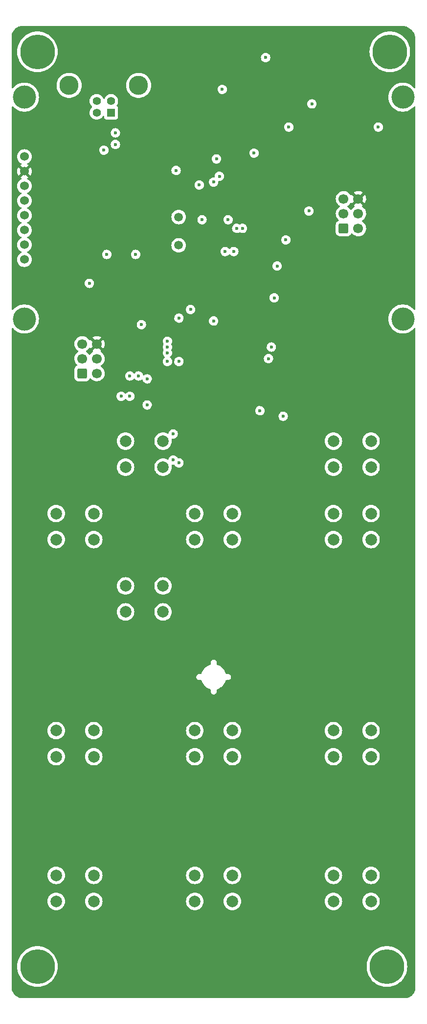
<source format=gbr>
%TF.GenerationSoftware,KiCad,Pcbnew,(6.0.8)*%
%TF.CreationDate,2022-11-03T00:23:32+01:00*%
%TF.ProjectId,crane,6372616e-652e-46b6-9963-61645f706362,rev?*%
%TF.SameCoordinates,Original*%
%TF.FileFunction,Copper,L3,Inr*%
%TF.FilePolarity,Positive*%
%FSLAX46Y46*%
G04 Gerber Fmt 4.6, Leading zero omitted, Abs format (unit mm)*
G04 Created by KiCad (PCBNEW (6.0.8)) date 2022-11-03 00:23:32*
%MOMM*%
%LPD*%
G01*
G04 APERTURE LIST*
G04 Aperture macros list*
%AMRoundRect*
0 Rectangle with rounded corners*
0 $1 Rounding radius*
0 $2 $3 $4 $5 $6 $7 $8 $9 X,Y pos of 4 corners*
0 Add a 4 corners polygon primitive as box body*
4,1,4,$2,$3,$4,$5,$6,$7,$8,$9,$2,$3,0*
0 Add four circle primitives for the rounded corners*
1,1,$1+$1,$2,$3*
1,1,$1+$1,$4,$5*
1,1,$1+$1,$6,$7*
1,1,$1+$1,$8,$9*
0 Add four rect primitives between the rounded corners*
20,1,$1+$1,$2,$3,$4,$5,0*
20,1,$1+$1,$4,$5,$6,$7,0*
20,1,$1+$1,$6,$7,$8,$9,0*
20,1,$1+$1,$8,$9,$2,$3,0*%
G04 Aperture macros list end*
%TA.AperFunction,ComponentPad*%
%ADD10R,1.408000X1.408000*%
%TD*%
%TA.AperFunction,ComponentPad*%
%ADD11C,1.408000*%
%TD*%
%TA.AperFunction,ComponentPad*%
%ADD12C,3.316000*%
%TD*%
%TA.AperFunction,ComponentPad*%
%ADD13C,1.524000*%
%TD*%
%TA.AperFunction,ComponentPad*%
%ADD14C,4.000000*%
%TD*%
%TA.AperFunction,ComponentPad*%
%ADD15C,2.000000*%
%TD*%
%TA.AperFunction,ComponentPad*%
%ADD16C,6.000000*%
%TD*%
%TA.AperFunction,ComponentPad*%
%ADD17RoundRect,0.250000X-0.600000X-0.600000X0.600000X-0.600000X0.600000X0.600000X-0.600000X0.600000X0*%
%TD*%
%TA.AperFunction,ComponentPad*%
%ADD18C,1.700000*%
%TD*%
%TA.AperFunction,ComponentPad*%
%ADD19C,1.500000*%
%TD*%
%TA.AperFunction,ViaPad*%
%ADD20C,0.600000*%
%TD*%
G04 APERTURE END LIST*
D10*
%TO.N,/MCU/USBVCC_SOCKET*%
%TO.C,J1*%
X132250000Y-102500000D03*
D11*
%TO.N,/MCU/USB_D-*%
X129750000Y-102500000D03*
%TO.N,/MCU/USB_D+*%
X129750000Y-100500000D03*
%TO.N,Net-(FB1-Pad1)*%
X132250000Y-100500000D03*
D12*
X124980000Y-97800000D03*
X137020000Y-97800000D03*
%TD*%
D13*
%TO.N,LCD_BL*%
%TO.C,U1*%
X117250000Y-127890000D03*
%TO.N,LCD_RST*%
X117250000Y-125350000D03*
%TO.N,LCD_DC*%
X117250000Y-122810000D03*
%TO.N,LCD_CS*%
X117250000Y-120270000D03*
%TO.N,LCD_CLK*%
X117250000Y-117730000D03*
%TO.N,LCD_DIN*%
X117250000Y-115190000D03*
%TO.N,GND*%
X117250000Y-112650000D03*
%TO.N,+5V*%
X117250000Y-110110000D03*
D14*
%TO.N,N/C*%
X182750000Y-138150000D03*
X117250000Y-99850000D03*
X182750000Y-99850000D03*
X117250000Y-138150000D03*
%TD*%
D15*
%TO.N,SW_C2*%
%TO.C,SW11*%
X146750000Y-234250000D03*
X153250000Y-234250000D03*
%TO.N,Net-(D11-Pad2)*%
X153250000Y-238750000D03*
X146750000Y-238750000D03*
%TD*%
%TO.N,SW_C1*%
%TO.C,SW5*%
X146750000Y-171750000D03*
X153250000Y-171750000D03*
%TO.N,Net-(D5-Pad2)*%
X146750000Y-176250000D03*
X153250000Y-176250000D03*
%TD*%
%TO.N,SW_C1*%
%TO.C,SW8*%
X146750000Y-209250000D03*
X153250000Y-209250000D03*
%TO.N,Net-(D8-Pad2)*%
X146750000Y-213750000D03*
X153250000Y-213750000D03*
%TD*%
D16*
%TO.N,N/C*%
%TO.C,H2*%
X180000000Y-250000000D03*
%TD*%
D15*
%TO.N,SW_C2*%
%TO.C,SW10*%
X122750000Y-234250000D03*
X129250000Y-234250000D03*
%TO.N,Net-(D10-Pad2)*%
X122750000Y-238750000D03*
X129250000Y-238750000D03*
%TD*%
D16*
%TO.N,N/C*%
%TO.C,H3*%
X119500000Y-250000000D03*
%TD*%
D15*
%TO.N,SW_C2*%
%TO.C,SW12*%
X170750000Y-234250000D03*
X177250000Y-234250000D03*
%TO.N,Net-(D12-Pad2)*%
X177250000Y-238750000D03*
X170750000Y-238750000D03*
%TD*%
%TO.N,SW_C0*%
%TO.C,SW1*%
X177250000Y-159250000D03*
X170750000Y-159250000D03*
%TO.N,Net-(D1-Pad2)*%
X170750000Y-163750000D03*
X177250000Y-163750000D03*
%TD*%
D16*
%TO.N,N/C*%
%TO.C,H4*%
X180500000Y-92000000D03*
%TD*%
D15*
%TO.N,SW_C0*%
%TO.C,SW3*%
X134750000Y-159250000D03*
X141250000Y-159250000D03*
%TO.N,Net-(D3-Pad2)*%
X134750000Y-163750000D03*
X141250000Y-163750000D03*
%TD*%
%TO.N,SW_C2*%
%TO.C,SW9*%
X170750000Y-209250000D03*
X177250000Y-209250000D03*
%TO.N,Net-(D9-Pad2)*%
X170750000Y-213750000D03*
X177250000Y-213750000D03*
%TD*%
%TO.N,SW_C0*%
%TO.C,SW2*%
X122750000Y-171750000D03*
X129250000Y-171750000D03*
%TO.N,Net-(D2-Pad2)*%
X122750000Y-176250000D03*
X129250000Y-176250000D03*
%TD*%
%TO.N,SW_C1*%
%TO.C,SW7*%
X122750000Y-209250000D03*
X129250000Y-209250000D03*
%TO.N,Net-(D7-Pad2)*%
X122750000Y-213750000D03*
X129250000Y-213750000D03*
%TD*%
D16*
%TO.N,N/C*%
%TO.C,H1*%
X119500000Y-92000000D03*
%TD*%
D15*
%TO.N,SW_C0*%
%TO.C,SW4*%
X134750000Y-184250000D03*
X141250000Y-184250000D03*
%TO.N,Net-(D4-Pad2)*%
X134750000Y-188750000D03*
X141250000Y-188750000D03*
%TD*%
%TO.N,SW_C1*%
%TO.C,SW6*%
X177250000Y-171750000D03*
X170750000Y-171750000D03*
%TO.N,Net-(D6-Pad2)*%
X177250000Y-176250000D03*
X170750000Y-176250000D03*
%TD*%
D17*
%TO.N,MISO*%
%TO.C,J8*%
X127247500Y-147545000D03*
D18*
%TO.N,+5V*%
X129787500Y-147545000D03*
%TO.N,SCK*%
X127247500Y-145005000D03*
%TO.N,MOSI*%
X129787500Y-145005000D03*
%TO.N,RESET*%
X127247500Y-142465000D03*
%TO.N,GND*%
X129787500Y-142465000D03*
%TD*%
D19*
%TO.N,Net-(C15-Pad2)*%
%TO.C,Y2*%
X143950000Y-120550000D03*
%TO.N,Net-(C14-Pad2)*%
X143950000Y-125430000D03*
%TD*%
D17*
%TO.N,MISO2*%
%TO.C,J10*%
X172500000Y-122500000D03*
D18*
%TO.N,+5V*%
X175040000Y-122500000D03*
%TO.N,SCK2*%
X172500000Y-119960000D03*
%TO.N,MOSI2*%
X175040000Y-119960000D03*
%TO.N,RESET2*%
X172500000Y-117420000D03*
%TO.N,GND*%
X175040000Y-117420000D03*
%TD*%
D20*
%TO.N,GND*%
X142250000Y-169500000D03*
X130750000Y-200750000D03*
X164250000Y-182500000D03*
X126750000Y-156750000D03*
X171750000Y-98000000D03*
X158000000Y-149000000D03*
X137000000Y-130000000D03*
X150000000Y-146000000D03*
X156500000Y-143000000D03*
%TO.N,+5V*%
X162050000Y-154950000D03*
X144000000Y-145500000D03*
%TO.N,SW_R2*%
X143000000Y-162500000D03*
X143000000Y-158000000D03*
%TO.N,SW_C1*%
X159500000Y-145000000D03*
%TO.N,SW_R0*%
X142000000Y-145500000D03*
X144000000Y-163000000D03*
%TO.N,SW_R1*%
X138500000Y-148500000D03*
X134000000Y-151500000D03*
%TO.N,SW_C0*%
X137000000Y-148000000D03*
%TO.N,SW_R3*%
X135500000Y-151500000D03*
X135500000Y-148000000D03*
%TO.N,GND*%
X138000000Y-125500000D03*
X164000000Y-96000000D03*
X177000000Y-97000000D03*
X160500000Y-104500000D03*
%TO.N,+5V*%
X160000000Y-143000000D03*
%TO.N,LCD_CS*%
X137500000Y-139124500D03*
%TO.N,LCD_DIN*%
X144000000Y-138000000D03*
%TO.N,LCD_BL*%
X128500000Y-132000000D03*
%TO.N,LCD_DC*%
X142000000Y-144000000D03*
%TO.N,LCD_RST*%
X142000000Y-143000000D03*
%TO.N,LCD_BL*%
X142000000Y-142000000D03*
%TO.N,LCD_CLK*%
X146000000Y-136500000D03*
%TO.N,GND*%
X151500000Y-138500000D03*
X150000000Y-131500000D03*
%TO.N,RESET2*%
X136500000Y-127000000D03*
X131500000Y-127000000D03*
%TO.N,+5V*%
X148000000Y-121000000D03*
%TO.N,USBVCC*%
X153500000Y-126500000D03*
X150000000Y-114500000D03*
%TO.N,Net-(C16-Pad1)*%
X143500000Y-112500000D03*
%TO.N,Net-(R6-Pad2)*%
X133000000Y-108000000D03*
%TO.N,Net-(R5-Pad2)*%
X133000000Y-106000000D03*
%TO.N,Net-(JP1-Pad2)*%
X152500000Y-121000000D03*
%TO.N,Net-(C16-Pad1)*%
X152000000Y-126500000D03*
%TO.N,Net-(R5-Pad2)*%
X155000000Y-122500000D03*
%TO.N,Net-(R6-Pad2)*%
X154000000Y-122500000D03*
%TO.N,Net-(JP1-Pad2)*%
X147500000Y-115000000D03*
%TO.N,+5V*%
X150500000Y-110500000D03*
%TO.N,RESET*%
X162500000Y-124500000D03*
X151000000Y-113500000D03*
%TO.N,Net-(C18-Pad1)*%
X151500000Y-98500000D03*
X157000000Y-109500000D03*
%TO.N,+5V*%
X138500000Y-153000000D03*
%TO.N,RESET2*%
X166500000Y-119500000D03*
%TO.N,+5V*%
X150000000Y-138500000D03*
X160500000Y-134500000D03*
X161000000Y-129000000D03*
X178500000Y-105000000D03*
X159000000Y-93000000D03*
X163000000Y-105000000D03*
X167000000Y-101000000D03*
X131000000Y-109000000D03*
X158000000Y-154000000D03*
%TD*%
%TA.AperFunction,Conductor*%
%TO.N,GND*%
G36*
X183122912Y-87589205D02*
G01*
X183255845Y-87630628D01*
X183376231Y-87668142D01*
X183390445Y-87673534D01*
X183616584Y-87775310D01*
X183650906Y-87790757D01*
X183664379Y-87797828D01*
X183908813Y-87945595D01*
X183921334Y-87954238D01*
X184146171Y-88130385D01*
X184157560Y-88140475D01*
X184359525Y-88342440D01*
X184369615Y-88353829D01*
X184545762Y-88578666D01*
X184554405Y-88591187D01*
X184702172Y-88835621D01*
X184709242Y-88849092D01*
X184826466Y-89109555D01*
X184831858Y-89123769D01*
X184842421Y-89157668D01*
X184910795Y-89377088D01*
X184916500Y-89414573D01*
X184916500Y-98183498D01*
X184896498Y-98251619D01*
X184842842Y-98298112D01*
X184772568Y-98308216D01*
X184707988Y-98278722D01*
X184693415Y-98263813D01*
X184584765Y-98132477D01*
X184584754Y-98132465D01*
X184582233Y-98129418D01*
X184352140Y-97913346D01*
X184096779Y-97727816D01*
X184060067Y-97707633D01*
X183823648Y-97577660D01*
X183823647Y-97577659D01*
X183820179Y-97575753D01*
X183816510Y-97574300D01*
X183816505Y-97574298D01*
X183530372Y-97461010D01*
X183530371Y-97461010D01*
X183526702Y-97459557D01*
X183220975Y-97381060D01*
X182907821Y-97341500D01*
X182592179Y-97341500D01*
X182279025Y-97381060D01*
X181973298Y-97459557D01*
X181969629Y-97461010D01*
X181969628Y-97461010D01*
X181683495Y-97574298D01*
X181683490Y-97574300D01*
X181679821Y-97575753D01*
X181676353Y-97577659D01*
X181676352Y-97577660D01*
X181439934Y-97707633D01*
X181403221Y-97727816D01*
X181147860Y-97913346D01*
X180917767Y-98129418D01*
X180915243Y-98132469D01*
X180915242Y-98132470D01*
X180817167Y-98251022D01*
X180716568Y-98372625D01*
X180547438Y-98639131D01*
X180545754Y-98642710D01*
X180545750Y-98642717D01*
X180420471Y-98908950D01*
X180413044Y-98924734D01*
X180315505Y-99224928D01*
X180256359Y-99534980D01*
X180236540Y-99850000D01*
X180256359Y-100165020D01*
X180315505Y-100475072D01*
X180413044Y-100775266D01*
X180414731Y-100778852D01*
X180414733Y-100778856D01*
X180545750Y-101057283D01*
X180545754Y-101057290D01*
X180547438Y-101060869D01*
X180716568Y-101327375D01*
X180803733Y-101432739D01*
X180907113Y-101557703D01*
X180917767Y-101570582D01*
X181147860Y-101786654D01*
X181151062Y-101788981D01*
X181151064Y-101788982D01*
X181162097Y-101796998D01*
X181403221Y-101972184D01*
X181406690Y-101974091D01*
X181406693Y-101974093D01*
X181676352Y-102122340D01*
X181679821Y-102124247D01*
X181683490Y-102125700D01*
X181683495Y-102125702D01*
X181969628Y-102238990D01*
X181973298Y-102240443D01*
X182279025Y-102318940D01*
X182592179Y-102358500D01*
X182907821Y-102358500D01*
X183220975Y-102318940D01*
X183526702Y-102240443D01*
X183530372Y-102238990D01*
X183816505Y-102125702D01*
X183816510Y-102125700D01*
X183820179Y-102124247D01*
X183823648Y-102122340D01*
X184093307Y-101974093D01*
X184093310Y-101974091D01*
X184096779Y-101972184D01*
X184337903Y-101796998D01*
X184348936Y-101788982D01*
X184348938Y-101788981D01*
X184352140Y-101786654D01*
X184582233Y-101570582D01*
X184584758Y-101567530D01*
X184584765Y-101567523D01*
X184693415Y-101436187D01*
X184752249Y-101396448D01*
X184823227Y-101394826D01*
X184883815Y-101431836D01*
X184914775Y-101495726D01*
X184916500Y-101516502D01*
X184916500Y-136483498D01*
X184896498Y-136551619D01*
X184842842Y-136598112D01*
X184772568Y-136608216D01*
X184707988Y-136578722D01*
X184693415Y-136563813D01*
X184584765Y-136432477D01*
X184584754Y-136432465D01*
X184582233Y-136429418D01*
X184352140Y-136213346D01*
X184096779Y-136027816D01*
X184036404Y-135994624D01*
X183823648Y-135877660D01*
X183823647Y-135877659D01*
X183820179Y-135875753D01*
X183816510Y-135874300D01*
X183816505Y-135874298D01*
X183530372Y-135761010D01*
X183530371Y-135761010D01*
X183526702Y-135759557D01*
X183220975Y-135681060D01*
X182907821Y-135641500D01*
X182592179Y-135641500D01*
X182279025Y-135681060D01*
X181973298Y-135759557D01*
X181969629Y-135761010D01*
X181969628Y-135761010D01*
X181683495Y-135874298D01*
X181683490Y-135874300D01*
X181679821Y-135875753D01*
X181676353Y-135877659D01*
X181676352Y-135877660D01*
X181463597Y-135994624D01*
X181403221Y-136027816D01*
X181147860Y-136213346D01*
X180917767Y-136429418D01*
X180915243Y-136432469D01*
X180915242Y-136432470D01*
X180817168Y-136551021D01*
X180716568Y-136672625D01*
X180547438Y-136939131D01*
X180545754Y-136942710D01*
X180545750Y-136942717D01*
X180421367Y-137207047D01*
X180413044Y-137224734D01*
X180315505Y-137524928D01*
X180256359Y-137834980D01*
X180236540Y-138150000D01*
X180256359Y-138465020D01*
X180315505Y-138775072D01*
X180413044Y-139075266D01*
X180414731Y-139078852D01*
X180414733Y-139078856D01*
X180545750Y-139357283D01*
X180545754Y-139357290D01*
X180547438Y-139360869D01*
X180716568Y-139627375D01*
X180719093Y-139630427D01*
X180855841Y-139795726D01*
X180917767Y-139870582D01*
X181147860Y-140086654D01*
X181403221Y-140272184D01*
X181679821Y-140424247D01*
X181683490Y-140425700D01*
X181683495Y-140425702D01*
X181969628Y-140538990D01*
X181973298Y-140540443D01*
X182279025Y-140618940D01*
X182592179Y-140658500D01*
X182907821Y-140658500D01*
X183220975Y-140618940D01*
X183526702Y-140540443D01*
X183530372Y-140538990D01*
X183816505Y-140425702D01*
X183816510Y-140425700D01*
X183820179Y-140424247D01*
X184096779Y-140272184D01*
X184352140Y-140086654D01*
X184582233Y-139870582D01*
X184584758Y-139867530D01*
X184584765Y-139867523D01*
X184693415Y-139736187D01*
X184752249Y-139696448D01*
X184823227Y-139694826D01*
X184883815Y-139731836D01*
X184914775Y-139795726D01*
X184916500Y-139816502D01*
X184916500Y-254015673D01*
X184909813Y-254056174D01*
X184842561Y-254254292D01*
X184836254Y-254269519D01*
X184728343Y-254488342D01*
X184720102Y-254502616D01*
X184584553Y-254705478D01*
X184574520Y-254718553D01*
X184413648Y-254901993D01*
X184401993Y-254913648D01*
X184218553Y-255074520D01*
X184205478Y-255084553D01*
X184002616Y-255220102D01*
X183988342Y-255228343D01*
X183769519Y-255336254D01*
X183754292Y-255342561D01*
X183556174Y-255409813D01*
X183515673Y-255416500D01*
X116484327Y-255416500D01*
X116443826Y-255409813D01*
X116245708Y-255342561D01*
X116230481Y-255336254D01*
X116011658Y-255228343D01*
X115997384Y-255220102D01*
X115794522Y-255084553D01*
X115781447Y-255074520D01*
X115598007Y-254913648D01*
X115586352Y-254901993D01*
X115425480Y-254718553D01*
X115415447Y-254705478D01*
X115279898Y-254502616D01*
X115271657Y-254488342D01*
X115163746Y-254269519D01*
X115157439Y-254254292D01*
X115090187Y-254056174D01*
X115083500Y-254015673D01*
X115083500Y-250000000D01*
X115986685Y-250000000D01*
X116005931Y-250367241D01*
X116063459Y-250730459D01*
X116158639Y-251085674D01*
X116290427Y-251428994D01*
X116457380Y-251756657D01*
X116657668Y-252065075D01*
X116889098Y-252350867D01*
X117149133Y-252610902D01*
X117434925Y-252842332D01*
X117743342Y-253042620D01*
X117746276Y-253044115D01*
X117746283Y-253044119D01*
X118068066Y-253208075D01*
X118071006Y-253209573D01*
X118414326Y-253341361D01*
X118769541Y-253436541D01*
X118962558Y-253467112D01*
X119129511Y-253493555D01*
X119129519Y-253493556D01*
X119132759Y-253494069D01*
X119500000Y-253513315D01*
X119867241Y-253494069D01*
X119870481Y-253493556D01*
X119870489Y-253493555D01*
X120037442Y-253467112D01*
X120230459Y-253436541D01*
X120585674Y-253341361D01*
X120928994Y-253209573D01*
X120931934Y-253208075D01*
X121253717Y-253044119D01*
X121253724Y-253044115D01*
X121256658Y-253042620D01*
X121565075Y-252842332D01*
X121850867Y-252610902D01*
X122110902Y-252350867D01*
X122342332Y-252065075D01*
X122542620Y-251756657D01*
X122709573Y-251428994D01*
X122841361Y-251085674D01*
X122936541Y-250730459D01*
X122994069Y-250367241D01*
X123013315Y-250000000D01*
X176486685Y-250000000D01*
X176505931Y-250367241D01*
X176563459Y-250730459D01*
X176658639Y-251085674D01*
X176790427Y-251428994D01*
X176957380Y-251756657D01*
X177157668Y-252065075D01*
X177389098Y-252350867D01*
X177649133Y-252610902D01*
X177934925Y-252842332D01*
X178243342Y-253042620D01*
X178246276Y-253044115D01*
X178246283Y-253044119D01*
X178568066Y-253208075D01*
X178571006Y-253209573D01*
X178914326Y-253341361D01*
X179269541Y-253436541D01*
X179462558Y-253467112D01*
X179629511Y-253493555D01*
X179629519Y-253493556D01*
X179632759Y-253494069D01*
X180000000Y-253513315D01*
X180367241Y-253494069D01*
X180370481Y-253493556D01*
X180370489Y-253493555D01*
X180537442Y-253467112D01*
X180730459Y-253436541D01*
X181085674Y-253341361D01*
X181428994Y-253209573D01*
X181431934Y-253208075D01*
X181753717Y-253044119D01*
X181753724Y-253044115D01*
X181756658Y-253042620D01*
X182065075Y-252842332D01*
X182350867Y-252610902D01*
X182610902Y-252350867D01*
X182842332Y-252065075D01*
X183042620Y-251756657D01*
X183209573Y-251428994D01*
X183341361Y-251085674D01*
X183436541Y-250730459D01*
X183494069Y-250367241D01*
X183513315Y-250000000D01*
X183494069Y-249632759D01*
X183436541Y-249269541D01*
X183341361Y-248914326D01*
X183209573Y-248571006D01*
X183042620Y-248243343D01*
X182842332Y-247934925D01*
X182610902Y-247649133D01*
X182350867Y-247389098D01*
X182065075Y-247157668D01*
X181756658Y-246957380D01*
X181753724Y-246955885D01*
X181753717Y-246955881D01*
X181431934Y-246791925D01*
X181428994Y-246790427D01*
X181085674Y-246658639D01*
X180730459Y-246563459D01*
X180537442Y-246532888D01*
X180370489Y-246506445D01*
X180370481Y-246506444D01*
X180367241Y-246505931D01*
X180000000Y-246486685D01*
X179632759Y-246505931D01*
X179629519Y-246506444D01*
X179629511Y-246506445D01*
X179462558Y-246532888D01*
X179269541Y-246563459D01*
X178914326Y-246658639D01*
X178571006Y-246790427D01*
X178568066Y-246791925D01*
X178246284Y-246955881D01*
X178246277Y-246955885D01*
X178243343Y-246957380D01*
X177934925Y-247157668D01*
X177649133Y-247389098D01*
X177389098Y-247649133D01*
X177157668Y-247934925D01*
X176957380Y-248243343D01*
X176790427Y-248571006D01*
X176658639Y-248914326D01*
X176563459Y-249269541D01*
X176505931Y-249632759D01*
X176486685Y-250000000D01*
X123013315Y-250000000D01*
X122994069Y-249632759D01*
X122936541Y-249269541D01*
X122841361Y-248914326D01*
X122709573Y-248571006D01*
X122542620Y-248243343D01*
X122342332Y-247934925D01*
X122110902Y-247649133D01*
X121850867Y-247389098D01*
X121565075Y-247157668D01*
X121256658Y-246957380D01*
X121253724Y-246955885D01*
X121253717Y-246955881D01*
X120931934Y-246791925D01*
X120928994Y-246790427D01*
X120585674Y-246658639D01*
X120230459Y-246563459D01*
X120037442Y-246532888D01*
X119870489Y-246506445D01*
X119870481Y-246506444D01*
X119867241Y-246505931D01*
X119500000Y-246486685D01*
X119132759Y-246505931D01*
X119129519Y-246506444D01*
X119129511Y-246506445D01*
X118962558Y-246532888D01*
X118769541Y-246563459D01*
X118414326Y-246658639D01*
X118071006Y-246790427D01*
X118068066Y-246791925D01*
X117746284Y-246955881D01*
X117746277Y-246955885D01*
X117743343Y-246957380D01*
X117434925Y-247157668D01*
X117149133Y-247389098D01*
X116889098Y-247649133D01*
X116657668Y-247934925D01*
X116457380Y-248243343D01*
X116290427Y-248571006D01*
X116158639Y-248914326D01*
X116063459Y-249269541D01*
X116005931Y-249632759D01*
X115986685Y-250000000D01*
X115083500Y-250000000D01*
X115083500Y-238750000D01*
X121236835Y-238750000D01*
X121255465Y-238986711D01*
X121310895Y-239217594D01*
X121401760Y-239436963D01*
X121404346Y-239441183D01*
X121523241Y-239635202D01*
X121523245Y-239635208D01*
X121525824Y-239639416D01*
X121680031Y-239819969D01*
X121860584Y-239974176D01*
X121864792Y-239976755D01*
X121864798Y-239976759D01*
X122058817Y-240095654D01*
X122063037Y-240098240D01*
X122067607Y-240100133D01*
X122067611Y-240100135D01*
X122277833Y-240187211D01*
X122282406Y-240189105D01*
X122362609Y-240208360D01*
X122508476Y-240243380D01*
X122508482Y-240243381D01*
X122513289Y-240244535D01*
X122750000Y-240263165D01*
X122986711Y-240244535D01*
X122991518Y-240243381D01*
X122991524Y-240243380D01*
X123137391Y-240208360D01*
X123217594Y-240189105D01*
X123222167Y-240187211D01*
X123432389Y-240100135D01*
X123432393Y-240100133D01*
X123436963Y-240098240D01*
X123441183Y-240095654D01*
X123635202Y-239976759D01*
X123635208Y-239976755D01*
X123639416Y-239974176D01*
X123819969Y-239819969D01*
X123974176Y-239639416D01*
X123976755Y-239635208D01*
X123976759Y-239635202D01*
X124095654Y-239441183D01*
X124098240Y-239436963D01*
X124189105Y-239217594D01*
X124244535Y-238986711D01*
X124263165Y-238750000D01*
X127736835Y-238750000D01*
X127755465Y-238986711D01*
X127810895Y-239217594D01*
X127901760Y-239436963D01*
X127904346Y-239441183D01*
X128023241Y-239635202D01*
X128023245Y-239635208D01*
X128025824Y-239639416D01*
X128180031Y-239819969D01*
X128360584Y-239974176D01*
X128364792Y-239976755D01*
X128364798Y-239976759D01*
X128558817Y-240095654D01*
X128563037Y-240098240D01*
X128567607Y-240100133D01*
X128567611Y-240100135D01*
X128777833Y-240187211D01*
X128782406Y-240189105D01*
X128862609Y-240208360D01*
X129008476Y-240243380D01*
X129008482Y-240243381D01*
X129013289Y-240244535D01*
X129250000Y-240263165D01*
X129486711Y-240244535D01*
X129491518Y-240243381D01*
X129491524Y-240243380D01*
X129637391Y-240208360D01*
X129717594Y-240189105D01*
X129722167Y-240187211D01*
X129932389Y-240100135D01*
X129932393Y-240100133D01*
X129936963Y-240098240D01*
X129941183Y-240095654D01*
X130135202Y-239976759D01*
X130135208Y-239976755D01*
X130139416Y-239974176D01*
X130319969Y-239819969D01*
X130474176Y-239639416D01*
X130476755Y-239635208D01*
X130476759Y-239635202D01*
X130595654Y-239441183D01*
X130598240Y-239436963D01*
X130689105Y-239217594D01*
X130744535Y-238986711D01*
X130763165Y-238750000D01*
X145236835Y-238750000D01*
X145255465Y-238986711D01*
X145310895Y-239217594D01*
X145401760Y-239436963D01*
X145404346Y-239441183D01*
X145523241Y-239635202D01*
X145523245Y-239635208D01*
X145525824Y-239639416D01*
X145680031Y-239819969D01*
X145860584Y-239974176D01*
X145864792Y-239976755D01*
X145864798Y-239976759D01*
X146058817Y-240095654D01*
X146063037Y-240098240D01*
X146067607Y-240100133D01*
X146067611Y-240100135D01*
X146277833Y-240187211D01*
X146282406Y-240189105D01*
X146362609Y-240208360D01*
X146508476Y-240243380D01*
X146508482Y-240243381D01*
X146513289Y-240244535D01*
X146750000Y-240263165D01*
X146986711Y-240244535D01*
X146991518Y-240243381D01*
X146991524Y-240243380D01*
X147137391Y-240208360D01*
X147217594Y-240189105D01*
X147222167Y-240187211D01*
X147432389Y-240100135D01*
X147432393Y-240100133D01*
X147436963Y-240098240D01*
X147441183Y-240095654D01*
X147635202Y-239976759D01*
X147635208Y-239976755D01*
X147639416Y-239974176D01*
X147819969Y-239819969D01*
X147974176Y-239639416D01*
X147976755Y-239635208D01*
X147976759Y-239635202D01*
X148095654Y-239441183D01*
X148098240Y-239436963D01*
X148189105Y-239217594D01*
X148244535Y-238986711D01*
X148263165Y-238750000D01*
X151736835Y-238750000D01*
X151755465Y-238986711D01*
X151810895Y-239217594D01*
X151901760Y-239436963D01*
X151904346Y-239441183D01*
X152023241Y-239635202D01*
X152023245Y-239635208D01*
X152025824Y-239639416D01*
X152180031Y-239819969D01*
X152360584Y-239974176D01*
X152364792Y-239976755D01*
X152364798Y-239976759D01*
X152558817Y-240095654D01*
X152563037Y-240098240D01*
X152567607Y-240100133D01*
X152567611Y-240100135D01*
X152777833Y-240187211D01*
X152782406Y-240189105D01*
X152862609Y-240208360D01*
X153008476Y-240243380D01*
X153008482Y-240243381D01*
X153013289Y-240244535D01*
X153250000Y-240263165D01*
X153486711Y-240244535D01*
X153491518Y-240243381D01*
X153491524Y-240243380D01*
X153637391Y-240208360D01*
X153717594Y-240189105D01*
X153722167Y-240187211D01*
X153932389Y-240100135D01*
X153932393Y-240100133D01*
X153936963Y-240098240D01*
X153941183Y-240095654D01*
X154135202Y-239976759D01*
X154135208Y-239976755D01*
X154139416Y-239974176D01*
X154319969Y-239819969D01*
X154474176Y-239639416D01*
X154476755Y-239635208D01*
X154476759Y-239635202D01*
X154595654Y-239441183D01*
X154598240Y-239436963D01*
X154689105Y-239217594D01*
X154744535Y-238986711D01*
X154763165Y-238750000D01*
X169236835Y-238750000D01*
X169255465Y-238986711D01*
X169310895Y-239217594D01*
X169401760Y-239436963D01*
X169404346Y-239441183D01*
X169523241Y-239635202D01*
X169523245Y-239635208D01*
X169525824Y-239639416D01*
X169680031Y-239819969D01*
X169860584Y-239974176D01*
X169864792Y-239976755D01*
X169864798Y-239976759D01*
X170058817Y-240095654D01*
X170063037Y-240098240D01*
X170067607Y-240100133D01*
X170067611Y-240100135D01*
X170277833Y-240187211D01*
X170282406Y-240189105D01*
X170362609Y-240208360D01*
X170508476Y-240243380D01*
X170508482Y-240243381D01*
X170513289Y-240244535D01*
X170750000Y-240263165D01*
X170986711Y-240244535D01*
X170991518Y-240243381D01*
X170991524Y-240243380D01*
X171137391Y-240208360D01*
X171217594Y-240189105D01*
X171222167Y-240187211D01*
X171432389Y-240100135D01*
X171432393Y-240100133D01*
X171436963Y-240098240D01*
X171441183Y-240095654D01*
X171635202Y-239976759D01*
X171635208Y-239976755D01*
X171639416Y-239974176D01*
X171819969Y-239819969D01*
X171974176Y-239639416D01*
X171976755Y-239635208D01*
X171976759Y-239635202D01*
X172095654Y-239441183D01*
X172098240Y-239436963D01*
X172189105Y-239217594D01*
X172244535Y-238986711D01*
X172263165Y-238750000D01*
X175736835Y-238750000D01*
X175755465Y-238986711D01*
X175810895Y-239217594D01*
X175901760Y-239436963D01*
X175904346Y-239441183D01*
X176023241Y-239635202D01*
X176023245Y-239635208D01*
X176025824Y-239639416D01*
X176180031Y-239819969D01*
X176360584Y-239974176D01*
X176364792Y-239976755D01*
X176364798Y-239976759D01*
X176558817Y-240095654D01*
X176563037Y-240098240D01*
X176567607Y-240100133D01*
X176567611Y-240100135D01*
X176777833Y-240187211D01*
X176782406Y-240189105D01*
X176862609Y-240208360D01*
X177008476Y-240243380D01*
X177008482Y-240243381D01*
X177013289Y-240244535D01*
X177250000Y-240263165D01*
X177486711Y-240244535D01*
X177491518Y-240243381D01*
X177491524Y-240243380D01*
X177637391Y-240208360D01*
X177717594Y-240189105D01*
X177722167Y-240187211D01*
X177932389Y-240100135D01*
X177932393Y-240100133D01*
X177936963Y-240098240D01*
X177941183Y-240095654D01*
X178135202Y-239976759D01*
X178135208Y-239976755D01*
X178139416Y-239974176D01*
X178319969Y-239819969D01*
X178474176Y-239639416D01*
X178476755Y-239635208D01*
X178476759Y-239635202D01*
X178595654Y-239441183D01*
X178598240Y-239436963D01*
X178689105Y-239217594D01*
X178744535Y-238986711D01*
X178763165Y-238750000D01*
X178744535Y-238513289D01*
X178689105Y-238282406D01*
X178598240Y-238063037D01*
X178595654Y-238058817D01*
X178476759Y-237864798D01*
X178476755Y-237864792D01*
X178474176Y-237860584D01*
X178319969Y-237680031D01*
X178139416Y-237525824D01*
X178135208Y-237523245D01*
X178135202Y-237523241D01*
X177941183Y-237404346D01*
X177936963Y-237401760D01*
X177932393Y-237399867D01*
X177932389Y-237399865D01*
X177722167Y-237312789D01*
X177722165Y-237312788D01*
X177717594Y-237310895D01*
X177637391Y-237291640D01*
X177491524Y-237256620D01*
X177491518Y-237256619D01*
X177486711Y-237255465D01*
X177250000Y-237236835D01*
X177013289Y-237255465D01*
X177008482Y-237256619D01*
X177008476Y-237256620D01*
X176862609Y-237291640D01*
X176782406Y-237310895D01*
X176777835Y-237312788D01*
X176777833Y-237312789D01*
X176567611Y-237399865D01*
X176567607Y-237399867D01*
X176563037Y-237401760D01*
X176558817Y-237404346D01*
X176364798Y-237523241D01*
X176364792Y-237523245D01*
X176360584Y-237525824D01*
X176180031Y-237680031D01*
X176025824Y-237860584D01*
X176023245Y-237864792D01*
X176023241Y-237864798D01*
X175904346Y-238058817D01*
X175901760Y-238063037D01*
X175810895Y-238282406D01*
X175755465Y-238513289D01*
X175736835Y-238750000D01*
X172263165Y-238750000D01*
X172244535Y-238513289D01*
X172189105Y-238282406D01*
X172098240Y-238063037D01*
X172095654Y-238058817D01*
X171976759Y-237864798D01*
X171976755Y-237864792D01*
X171974176Y-237860584D01*
X171819969Y-237680031D01*
X171639416Y-237525824D01*
X171635208Y-237523245D01*
X171635202Y-237523241D01*
X171441183Y-237404346D01*
X171436963Y-237401760D01*
X171432393Y-237399867D01*
X171432389Y-237399865D01*
X171222167Y-237312789D01*
X171222165Y-237312788D01*
X171217594Y-237310895D01*
X171137391Y-237291640D01*
X170991524Y-237256620D01*
X170991518Y-237256619D01*
X170986711Y-237255465D01*
X170750000Y-237236835D01*
X170513289Y-237255465D01*
X170508482Y-237256619D01*
X170508476Y-237256620D01*
X170362609Y-237291640D01*
X170282406Y-237310895D01*
X170277835Y-237312788D01*
X170277833Y-237312789D01*
X170067611Y-237399865D01*
X170067607Y-237399867D01*
X170063037Y-237401760D01*
X170058817Y-237404346D01*
X169864798Y-237523241D01*
X169864792Y-237523245D01*
X169860584Y-237525824D01*
X169680031Y-237680031D01*
X169525824Y-237860584D01*
X169523245Y-237864792D01*
X169523241Y-237864798D01*
X169404346Y-238058817D01*
X169401760Y-238063037D01*
X169310895Y-238282406D01*
X169255465Y-238513289D01*
X169236835Y-238750000D01*
X154763165Y-238750000D01*
X154744535Y-238513289D01*
X154689105Y-238282406D01*
X154598240Y-238063037D01*
X154595654Y-238058817D01*
X154476759Y-237864798D01*
X154476755Y-237864792D01*
X154474176Y-237860584D01*
X154319969Y-237680031D01*
X154139416Y-237525824D01*
X154135208Y-237523245D01*
X154135202Y-237523241D01*
X153941183Y-237404346D01*
X153936963Y-237401760D01*
X153932393Y-237399867D01*
X153932389Y-237399865D01*
X153722167Y-237312789D01*
X153722165Y-237312788D01*
X153717594Y-237310895D01*
X153637391Y-237291640D01*
X153491524Y-237256620D01*
X153491518Y-237256619D01*
X153486711Y-237255465D01*
X153250000Y-237236835D01*
X153013289Y-237255465D01*
X153008482Y-237256619D01*
X153008476Y-237256620D01*
X152862609Y-237291640D01*
X152782406Y-237310895D01*
X152777835Y-237312788D01*
X152777833Y-237312789D01*
X152567611Y-237399865D01*
X152567607Y-237399867D01*
X152563037Y-237401760D01*
X152558817Y-237404346D01*
X152364798Y-237523241D01*
X152364792Y-237523245D01*
X152360584Y-237525824D01*
X152180031Y-237680031D01*
X152025824Y-237860584D01*
X152023245Y-237864792D01*
X152023241Y-237864798D01*
X151904346Y-238058817D01*
X151901760Y-238063037D01*
X151810895Y-238282406D01*
X151755465Y-238513289D01*
X151736835Y-238750000D01*
X148263165Y-238750000D01*
X148244535Y-238513289D01*
X148189105Y-238282406D01*
X148098240Y-238063037D01*
X148095654Y-238058817D01*
X147976759Y-237864798D01*
X147976755Y-237864792D01*
X147974176Y-237860584D01*
X147819969Y-237680031D01*
X147639416Y-237525824D01*
X147635208Y-237523245D01*
X147635202Y-237523241D01*
X147441183Y-237404346D01*
X147436963Y-237401760D01*
X147432393Y-237399867D01*
X147432389Y-237399865D01*
X147222167Y-237312789D01*
X147222165Y-237312788D01*
X147217594Y-237310895D01*
X147137391Y-237291640D01*
X146991524Y-237256620D01*
X146991518Y-237256619D01*
X146986711Y-237255465D01*
X146750000Y-237236835D01*
X146513289Y-237255465D01*
X146508482Y-237256619D01*
X146508476Y-237256620D01*
X146362609Y-237291640D01*
X146282406Y-237310895D01*
X146277835Y-237312788D01*
X146277833Y-237312789D01*
X146067611Y-237399865D01*
X146067607Y-237399867D01*
X146063037Y-237401760D01*
X146058817Y-237404346D01*
X145864798Y-237523241D01*
X145864792Y-237523245D01*
X145860584Y-237525824D01*
X145680031Y-237680031D01*
X145525824Y-237860584D01*
X145523245Y-237864792D01*
X145523241Y-237864798D01*
X145404346Y-238058817D01*
X145401760Y-238063037D01*
X145310895Y-238282406D01*
X145255465Y-238513289D01*
X145236835Y-238750000D01*
X130763165Y-238750000D01*
X130744535Y-238513289D01*
X130689105Y-238282406D01*
X130598240Y-238063037D01*
X130595654Y-238058817D01*
X130476759Y-237864798D01*
X130476755Y-237864792D01*
X130474176Y-237860584D01*
X130319969Y-237680031D01*
X130139416Y-237525824D01*
X130135208Y-237523245D01*
X130135202Y-237523241D01*
X129941183Y-237404346D01*
X129936963Y-237401760D01*
X129932393Y-237399867D01*
X129932389Y-237399865D01*
X129722167Y-237312789D01*
X129722165Y-237312788D01*
X129717594Y-237310895D01*
X129637391Y-237291640D01*
X129491524Y-237256620D01*
X129491518Y-237256619D01*
X129486711Y-237255465D01*
X129250000Y-237236835D01*
X129013289Y-237255465D01*
X129008482Y-237256619D01*
X129008476Y-237256620D01*
X128862609Y-237291640D01*
X128782406Y-237310895D01*
X128777835Y-237312788D01*
X128777833Y-237312789D01*
X128567611Y-237399865D01*
X128567607Y-237399867D01*
X128563037Y-237401760D01*
X128558817Y-237404346D01*
X128364798Y-237523241D01*
X128364792Y-237523245D01*
X128360584Y-237525824D01*
X128180031Y-237680031D01*
X128025824Y-237860584D01*
X128023245Y-237864792D01*
X128023241Y-237864798D01*
X127904346Y-238058817D01*
X127901760Y-238063037D01*
X127810895Y-238282406D01*
X127755465Y-238513289D01*
X127736835Y-238750000D01*
X124263165Y-238750000D01*
X124244535Y-238513289D01*
X124189105Y-238282406D01*
X124098240Y-238063037D01*
X124095654Y-238058817D01*
X123976759Y-237864798D01*
X123976755Y-237864792D01*
X123974176Y-237860584D01*
X123819969Y-237680031D01*
X123639416Y-237525824D01*
X123635208Y-237523245D01*
X123635202Y-237523241D01*
X123441183Y-237404346D01*
X123436963Y-237401760D01*
X123432393Y-237399867D01*
X123432389Y-237399865D01*
X123222167Y-237312789D01*
X123222165Y-237312788D01*
X123217594Y-237310895D01*
X123137391Y-237291640D01*
X122991524Y-237256620D01*
X122991518Y-237256619D01*
X122986711Y-237255465D01*
X122750000Y-237236835D01*
X122513289Y-237255465D01*
X122508482Y-237256619D01*
X122508476Y-237256620D01*
X122362609Y-237291640D01*
X122282406Y-237310895D01*
X122277835Y-237312788D01*
X122277833Y-237312789D01*
X122067611Y-237399865D01*
X122067607Y-237399867D01*
X122063037Y-237401760D01*
X122058817Y-237404346D01*
X121864798Y-237523241D01*
X121864792Y-237523245D01*
X121860584Y-237525824D01*
X121680031Y-237680031D01*
X121525824Y-237860584D01*
X121523245Y-237864792D01*
X121523241Y-237864798D01*
X121404346Y-238058817D01*
X121401760Y-238063037D01*
X121310895Y-238282406D01*
X121255465Y-238513289D01*
X121236835Y-238750000D01*
X115083500Y-238750000D01*
X115083500Y-234250000D01*
X121236835Y-234250000D01*
X121255465Y-234486711D01*
X121310895Y-234717594D01*
X121401760Y-234936963D01*
X121404346Y-234941183D01*
X121523241Y-235135202D01*
X121523245Y-235135208D01*
X121525824Y-235139416D01*
X121680031Y-235319969D01*
X121860584Y-235474176D01*
X121864792Y-235476755D01*
X121864798Y-235476759D01*
X122058817Y-235595654D01*
X122063037Y-235598240D01*
X122067607Y-235600133D01*
X122067611Y-235600135D01*
X122277833Y-235687211D01*
X122282406Y-235689105D01*
X122362609Y-235708360D01*
X122508476Y-235743380D01*
X122508482Y-235743381D01*
X122513289Y-235744535D01*
X122750000Y-235763165D01*
X122986711Y-235744535D01*
X122991518Y-235743381D01*
X122991524Y-235743380D01*
X123137391Y-235708360D01*
X123217594Y-235689105D01*
X123222167Y-235687211D01*
X123432389Y-235600135D01*
X123432393Y-235600133D01*
X123436963Y-235598240D01*
X123441183Y-235595654D01*
X123635202Y-235476759D01*
X123635208Y-235476755D01*
X123639416Y-235474176D01*
X123819969Y-235319969D01*
X123974176Y-235139416D01*
X123976755Y-235135208D01*
X123976759Y-235135202D01*
X124095654Y-234941183D01*
X124098240Y-234936963D01*
X124189105Y-234717594D01*
X124244535Y-234486711D01*
X124263165Y-234250000D01*
X127736835Y-234250000D01*
X127755465Y-234486711D01*
X127810895Y-234717594D01*
X127901760Y-234936963D01*
X127904346Y-234941183D01*
X128023241Y-235135202D01*
X128023245Y-235135208D01*
X128025824Y-235139416D01*
X128180031Y-235319969D01*
X128360584Y-235474176D01*
X128364792Y-235476755D01*
X128364798Y-235476759D01*
X128558817Y-235595654D01*
X128563037Y-235598240D01*
X128567607Y-235600133D01*
X128567611Y-235600135D01*
X128777833Y-235687211D01*
X128782406Y-235689105D01*
X128862609Y-235708360D01*
X129008476Y-235743380D01*
X129008482Y-235743381D01*
X129013289Y-235744535D01*
X129250000Y-235763165D01*
X129486711Y-235744535D01*
X129491518Y-235743381D01*
X129491524Y-235743380D01*
X129637391Y-235708360D01*
X129717594Y-235689105D01*
X129722167Y-235687211D01*
X129932389Y-235600135D01*
X129932393Y-235600133D01*
X129936963Y-235598240D01*
X129941183Y-235595654D01*
X130135202Y-235476759D01*
X130135208Y-235476755D01*
X130139416Y-235474176D01*
X130319969Y-235319969D01*
X130474176Y-235139416D01*
X130476755Y-235135208D01*
X130476759Y-235135202D01*
X130595654Y-234941183D01*
X130598240Y-234936963D01*
X130689105Y-234717594D01*
X130744535Y-234486711D01*
X130763165Y-234250000D01*
X145236835Y-234250000D01*
X145255465Y-234486711D01*
X145310895Y-234717594D01*
X145401760Y-234936963D01*
X145404346Y-234941183D01*
X145523241Y-235135202D01*
X145523245Y-235135208D01*
X145525824Y-235139416D01*
X145680031Y-235319969D01*
X145860584Y-235474176D01*
X145864792Y-235476755D01*
X145864798Y-235476759D01*
X146058817Y-235595654D01*
X146063037Y-235598240D01*
X146067607Y-235600133D01*
X146067611Y-235600135D01*
X146277833Y-235687211D01*
X146282406Y-235689105D01*
X146362609Y-235708360D01*
X146508476Y-235743380D01*
X146508482Y-235743381D01*
X146513289Y-235744535D01*
X146750000Y-235763165D01*
X146986711Y-235744535D01*
X146991518Y-235743381D01*
X146991524Y-235743380D01*
X147137391Y-235708360D01*
X147217594Y-235689105D01*
X147222167Y-235687211D01*
X147432389Y-235600135D01*
X147432393Y-235600133D01*
X147436963Y-235598240D01*
X147441183Y-235595654D01*
X147635202Y-235476759D01*
X147635208Y-235476755D01*
X147639416Y-235474176D01*
X147819969Y-235319969D01*
X147974176Y-235139416D01*
X147976755Y-235135208D01*
X147976759Y-235135202D01*
X148095654Y-234941183D01*
X148098240Y-234936963D01*
X148189105Y-234717594D01*
X148244535Y-234486711D01*
X148263165Y-234250000D01*
X151736835Y-234250000D01*
X151755465Y-234486711D01*
X151810895Y-234717594D01*
X151901760Y-234936963D01*
X151904346Y-234941183D01*
X152023241Y-235135202D01*
X152023245Y-235135208D01*
X152025824Y-235139416D01*
X152180031Y-235319969D01*
X152360584Y-235474176D01*
X152364792Y-235476755D01*
X152364798Y-235476759D01*
X152558817Y-235595654D01*
X152563037Y-235598240D01*
X152567607Y-235600133D01*
X152567611Y-235600135D01*
X152777833Y-235687211D01*
X152782406Y-235689105D01*
X152862609Y-235708360D01*
X153008476Y-235743380D01*
X153008482Y-235743381D01*
X153013289Y-235744535D01*
X153250000Y-235763165D01*
X153486711Y-235744535D01*
X153491518Y-235743381D01*
X153491524Y-235743380D01*
X153637391Y-235708360D01*
X153717594Y-235689105D01*
X153722167Y-235687211D01*
X153932389Y-235600135D01*
X153932393Y-235600133D01*
X153936963Y-235598240D01*
X153941183Y-235595654D01*
X154135202Y-235476759D01*
X154135208Y-235476755D01*
X154139416Y-235474176D01*
X154319969Y-235319969D01*
X154474176Y-235139416D01*
X154476755Y-235135208D01*
X154476759Y-235135202D01*
X154595654Y-234941183D01*
X154598240Y-234936963D01*
X154689105Y-234717594D01*
X154744535Y-234486711D01*
X154763165Y-234250000D01*
X169236835Y-234250000D01*
X169255465Y-234486711D01*
X169310895Y-234717594D01*
X169401760Y-234936963D01*
X169404346Y-234941183D01*
X169523241Y-235135202D01*
X169523245Y-235135208D01*
X169525824Y-235139416D01*
X169680031Y-235319969D01*
X169860584Y-235474176D01*
X169864792Y-235476755D01*
X169864798Y-235476759D01*
X170058817Y-235595654D01*
X170063037Y-235598240D01*
X170067607Y-235600133D01*
X170067611Y-235600135D01*
X170277833Y-235687211D01*
X170282406Y-235689105D01*
X170362609Y-235708360D01*
X170508476Y-235743380D01*
X170508482Y-235743381D01*
X170513289Y-235744535D01*
X170750000Y-235763165D01*
X170986711Y-235744535D01*
X170991518Y-235743381D01*
X170991524Y-235743380D01*
X171137391Y-235708360D01*
X171217594Y-235689105D01*
X171222167Y-235687211D01*
X171432389Y-235600135D01*
X171432393Y-235600133D01*
X171436963Y-235598240D01*
X171441183Y-235595654D01*
X171635202Y-235476759D01*
X171635208Y-235476755D01*
X171639416Y-235474176D01*
X171819969Y-235319969D01*
X171974176Y-235139416D01*
X171976755Y-235135208D01*
X171976759Y-235135202D01*
X172095654Y-234941183D01*
X172098240Y-234936963D01*
X172189105Y-234717594D01*
X172244535Y-234486711D01*
X172263165Y-234250000D01*
X175736835Y-234250000D01*
X175755465Y-234486711D01*
X175810895Y-234717594D01*
X175901760Y-234936963D01*
X175904346Y-234941183D01*
X176023241Y-235135202D01*
X176023245Y-235135208D01*
X176025824Y-235139416D01*
X176180031Y-235319969D01*
X176360584Y-235474176D01*
X176364792Y-235476755D01*
X176364798Y-235476759D01*
X176558817Y-235595654D01*
X176563037Y-235598240D01*
X176567607Y-235600133D01*
X176567611Y-235600135D01*
X176777833Y-235687211D01*
X176782406Y-235689105D01*
X176862609Y-235708360D01*
X177008476Y-235743380D01*
X177008482Y-235743381D01*
X177013289Y-235744535D01*
X177250000Y-235763165D01*
X177486711Y-235744535D01*
X177491518Y-235743381D01*
X177491524Y-235743380D01*
X177637391Y-235708360D01*
X177717594Y-235689105D01*
X177722167Y-235687211D01*
X177932389Y-235600135D01*
X177932393Y-235600133D01*
X177936963Y-235598240D01*
X177941183Y-235595654D01*
X178135202Y-235476759D01*
X178135208Y-235476755D01*
X178139416Y-235474176D01*
X178319969Y-235319969D01*
X178474176Y-235139416D01*
X178476755Y-235135208D01*
X178476759Y-235135202D01*
X178595654Y-234941183D01*
X178598240Y-234936963D01*
X178689105Y-234717594D01*
X178744535Y-234486711D01*
X178763165Y-234250000D01*
X178744535Y-234013289D01*
X178689105Y-233782406D01*
X178598240Y-233563037D01*
X178595654Y-233558817D01*
X178476759Y-233364798D01*
X178476755Y-233364792D01*
X178474176Y-233360584D01*
X178319969Y-233180031D01*
X178139416Y-233025824D01*
X178135208Y-233023245D01*
X178135202Y-233023241D01*
X177941183Y-232904346D01*
X177936963Y-232901760D01*
X177932393Y-232899867D01*
X177932389Y-232899865D01*
X177722167Y-232812789D01*
X177722165Y-232812788D01*
X177717594Y-232810895D01*
X177637391Y-232791640D01*
X177491524Y-232756620D01*
X177491518Y-232756619D01*
X177486711Y-232755465D01*
X177250000Y-232736835D01*
X177013289Y-232755465D01*
X177008482Y-232756619D01*
X177008476Y-232756620D01*
X176862609Y-232791640D01*
X176782406Y-232810895D01*
X176777835Y-232812788D01*
X176777833Y-232812789D01*
X176567611Y-232899865D01*
X176567607Y-232899867D01*
X176563037Y-232901760D01*
X176558817Y-232904346D01*
X176364798Y-233023241D01*
X176364792Y-233023245D01*
X176360584Y-233025824D01*
X176180031Y-233180031D01*
X176025824Y-233360584D01*
X176023245Y-233364792D01*
X176023241Y-233364798D01*
X175904346Y-233558817D01*
X175901760Y-233563037D01*
X175810895Y-233782406D01*
X175755465Y-234013289D01*
X175736835Y-234250000D01*
X172263165Y-234250000D01*
X172244535Y-234013289D01*
X172189105Y-233782406D01*
X172098240Y-233563037D01*
X172095654Y-233558817D01*
X171976759Y-233364798D01*
X171976755Y-233364792D01*
X171974176Y-233360584D01*
X171819969Y-233180031D01*
X171639416Y-233025824D01*
X171635208Y-233023245D01*
X171635202Y-233023241D01*
X171441183Y-232904346D01*
X171436963Y-232901760D01*
X171432393Y-232899867D01*
X171432389Y-232899865D01*
X171222167Y-232812789D01*
X171222165Y-232812788D01*
X171217594Y-232810895D01*
X171137391Y-232791640D01*
X170991524Y-232756620D01*
X170991518Y-232756619D01*
X170986711Y-232755465D01*
X170750000Y-232736835D01*
X170513289Y-232755465D01*
X170508482Y-232756619D01*
X170508476Y-232756620D01*
X170362609Y-232791640D01*
X170282406Y-232810895D01*
X170277835Y-232812788D01*
X170277833Y-232812789D01*
X170067611Y-232899865D01*
X170067607Y-232899867D01*
X170063037Y-232901760D01*
X170058817Y-232904346D01*
X169864798Y-233023241D01*
X169864792Y-233023245D01*
X169860584Y-233025824D01*
X169680031Y-233180031D01*
X169525824Y-233360584D01*
X169523245Y-233364792D01*
X169523241Y-233364798D01*
X169404346Y-233558817D01*
X169401760Y-233563037D01*
X169310895Y-233782406D01*
X169255465Y-234013289D01*
X169236835Y-234250000D01*
X154763165Y-234250000D01*
X154744535Y-234013289D01*
X154689105Y-233782406D01*
X154598240Y-233563037D01*
X154595654Y-233558817D01*
X154476759Y-233364798D01*
X154476755Y-233364792D01*
X154474176Y-233360584D01*
X154319969Y-233180031D01*
X154139416Y-233025824D01*
X154135208Y-233023245D01*
X154135202Y-233023241D01*
X153941183Y-232904346D01*
X153936963Y-232901760D01*
X153932393Y-232899867D01*
X153932389Y-232899865D01*
X153722167Y-232812789D01*
X153722165Y-232812788D01*
X153717594Y-232810895D01*
X153637391Y-232791640D01*
X153491524Y-232756620D01*
X153491518Y-232756619D01*
X153486711Y-232755465D01*
X153250000Y-232736835D01*
X153013289Y-232755465D01*
X153008482Y-232756619D01*
X153008476Y-232756620D01*
X152862609Y-232791640D01*
X152782406Y-232810895D01*
X152777835Y-232812788D01*
X152777833Y-232812789D01*
X152567611Y-232899865D01*
X152567607Y-232899867D01*
X152563037Y-232901760D01*
X152558817Y-232904346D01*
X152364798Y-233023241D01*
X152364792Y-233023245D01*
X152360584Y-233025824D01*
X152180031Y-233180031D01*
X152025824Y-233360584D01*
X152023245Y-233364792D01*
X152023241Y-233364798D01*
X151904346Y-233558817D01*
X151901760Y-233563037D01*
X151810895Y-233782406D01*
X151755465Y-234013289D01*
X151736835Y-234250000D01*
X148263165Y-234250000D01*
X148244535Y-234013289D01*
X148189105Y-233782406D01*
X148098240Y-233563037D01*
X148095654Y-233558817D01*
X147976759Y-233364798D01*
X147976755Y-233364792D01*
X147974176Y-233360584D01*
X147819969Y-233180031D01*
X147639416Y-233025824D01*
X147635208Y-233023245D01*
X147635202Y-233023241D01*
X147441183Y-232904346D01*
X147436963Y-232901760D01*
X147432393Y-232899867D01*
X147432389Y-232899865D01*
X147222167Y-232812789D01*
X147222165Y-232812788D01*
X147217594Y-232810895D01*
X147137391Y-232791640D01*
X146991524Y-232756620D01*
X146991518Y-232756619D01*
X146986711Y-232755465D01*
X146750000Y-232736835D01*
X146513289Y-232755465D01*
X146508482Y-232756619D01*
X146508476Y-232756620D01*
X146362609Y-232791640D01*
X146282406Y-232810895D01*
X146277835Y-232812788D01*
X146277833Y-232812789D01*
X146067611Y-232899865D01*
X146067607Y-232899867D01*
X146063037Y-232901760D01*
X146058817Y-232904346D01*
X145864798Y-233023241D01*
X145864792Y-233023245D01*
X145860584Y-233025824D01*
X145680031Y-233180031D01*
X145525824Y-233360584D01*
X145523245Y-233364792D01*
X145523241Y-233364798D01*
X145404346Y-233558817D01*
X145401760Y-233563037D01*
X145310895Y-233782406D01*
X145255465Y-234013289D01*
X145236835Y-234250000D01*
X130763165Y-234250000D01*
X130744535Y-234013289D01*
X130689105Y-233782406D01*
X130598240Y-233563037D01*
X130595654Y-233558817D01*
X130476759Y-233364798D01*
X130476755Y-233364792D01*
X130474176Y-233360584D01*
X130319969Y-233180031D01*
X130139416Y-233025824D01*
X130135208Y-233023245D01*
X130135202Y-233023241D01*
X129941183Y-232904346D01*
X129936963Y-232901760D01*
X129932393Y-232899867D01*
X129932389Y-232899865D01*
X129722167Y-232812789D01*
X129722165Y-232812788D01*
X129717594Y-232810895D01*
X129637391Y-232791640D01*
X129491524Y-232756620D01*
X129491518Y-232756619D01*
X129486711Y-232755465D01*
X129250000Y-232736835D01*
X129013289Y-232755465D01*
X129008482Y-232756619D01*
X129008476Y-232756620D01*
X128862609Y-232791640D01*
X128782406Y-232810895D01*
X128777835Y-232812788D01*
X128777833Y-232812789D01*
X128567611Y-232899865D01*
X128567607Y-232899867D01*
X128563037Y-232901760D01*
X128558817Y-232904346D01*
X128364798Y-233023241D01*
X128364792Y-233023245D01*
X128360584Y-233025824D01*
X128180031Y-233180031D01*
X128025824Y-233360584D01*
X128023245Y-233364792D01*
X128023241Y-233364798D01*
X127904346Y-233558817D01*
X127901760Y-233563037D01*
X127810895Y-233782406D01*
X127755465Y-234013289D01*
X127736835Y-234250000D01*
X124263165Y-234250000D01*
X124244535Y-234013289D01*
X124189105Y-233782406D01*
X124098240Y-233563037D01*
X124095654Y-233558817D01*
X123976759Y-233364798D01*
X123976755Y-233364792D01*
X123974176Y-233360584D01*
X123819969Y-233180031D01*
X123639416Y-233025824D01*
X123635208Y-233023245D01*
X123635202Y-233023241D01*
X123441183Y-232904346D01*
X123436963Y-232901760D01*
X123432393Y-232899867D01*
X123432389Y-232899865D01*
X123222167Y-232812789D01*
X123222165Y-232812788D01*
X123217594Y-232810895D01*
X123137391Y-232791640D01*
X122991524Y-232756620D01*
X122991518Y-232756619D01*
X122986711Y-232755465D01*
X122750000Y-232736835D01*
X122513289Y-232755465D01*
X122508482Y-232756619D01*
X122508476Y-232756620D01*
X122362609Y-232791640D01*
X122282406Y-232810895D01*
X122277835Y-232812788D01*
X122277833Y-232812789D01*
X122067611Y-232899865D01*
X122067607Y-232899867D01*
X122063037Y-232901760D01*
X122058817Y-232904346D01*
X121864798Y-233023241D01*
X121864792Y-233023245D01*
X121860584Y-233025824D01*
X121680031Y-233180031D01*
X121525824Y-233360584D01*
X121523245Y-233364792D01*
X121523241Y-233364798D01*
X121404346Y-233558817D01*
X121401760Y-233563037D01*
X121310895Y-233782406D01*
X121255465Y-234013289D01*
X121236835Y-234250000D01*
X115083500Y-234250000D01*
X115083500Y-213750000D01*
X121236835Y-213750000D01*
X121255465Y-213986711D01*
X121310895Y-214217594D01*
X121401760Y-214436963D01*
X121404346Y-214441183D01*
X121523241Y-214635202D01*
X121523245Y-214635208D01*
X121525824Y-214639416D01*
X121680031Y-214819969D01*
X121860584Y-214974176D01*
X121864792Y-214976755D01*
X121864798Y-214976759D01*
X122058817Y-215095654D01*
X122063037Y-215098240D01*
X122067607Y-215100133D01*
X122067611Y-215100135D01*
X122277833Y-215187211D01*
X122282406Y-215189105D01*
X122362609Y-215208360D01*
X122508476Y-215243380D01*
X122508482Y-215243381D01*
X122513289Y-215244535D01*
X122750000Y-215263165D01*
X122986711Y-215244535D01*
X122991518Y-215243381D01*
X122991524Y-215243380D01*
X123137391Y-215208360D01*
X123217594Y-215189105D01*
X123222167Y-215187211D01*
X123432389Y-215100135D01*
X123432393Y-215100133D01*
X123436963Y-215098240D01*
X123441183Y-215095654D01*
X123635202Y-214976759D01*
X123635208Y-214976755D01*
X123639416Y-214974176D01*
X123819969Y-214819969D01*
X123974176Y-214639416D01*
X123976755Y-214635208D01*
X123976759Y-214635202D01*
X124095654Y-214441183D01*
X124098240Y-214436963D01*
X124189105Y-214217594D01*
X124244535Y-213986711D01*
X124263165Y-213750000D01*
X127736835Y-213750000D01*
X127755465Y-213986711D01*
X127810895Y-214217594D01*
X127901760Y-214436963D01*
X127904346Y-214441183D01*
X128023241Y-214635202D01*
X128023245Y-214635208D01*
X128025824Y-214639416D01*
X128180031Y-214819969D01*
X128360584Y-214974176D01*
X128364792Y-214976755D01*
X128364798Y-214976759D01*
X128558817Y-215095654D01*
X128563037Y-215098240D01*
X128567607Y-215100133D01*
X128567611Y-215100135D01*
X128777833Y-215187211D01*
X128782406Y-215189105D01*
X128862609Y-215208360D01*
X129008476Y-215243380D01*
X129008482Y-215243381D01*
X129013289Y-215244535D01*
X129250000Y-215263165D01*
X129486711Y-215244535D01*
X129491518Y-215243381D01*
X129491524Y-215243380D01*
X129637391Y-215208360D01*
X129717594Y-215189105D01*
X129722167Y-215187211D01*
X129932389Y-215100135D01*
X129932393Y-215100133D01*
X129936963Y-215098240D01*
X129941183Y-215095654D01*
X130135202Y-214976759D01*
X130135208Y-214976755D01*
X130139416Y-214974176D01*
X130319969Y-214819969D01*
X130474176Y-214639416D01*
X130476755Y-214635208D01*
X130476759Y-214635202D01*
X130595654Y-214441183D01*
X130598240Y-214436963D01*
X130689105Y-214217594D01*
X130744535Y-213986711D01*
X130763165Y-213750000D01*
X145236835Y-213750000D01*
X145255465Y-213986711D01*
X145310895Y-214217594D01*
X145401760Y-214436963D01*
X145404346Y-214441183D01*
X145523241Y-214635202D01*
X145523245Y-214635208D01*
X145525824Y-214639416D01*
X145680031Y-214819969D01*
X145860584Y-214974176D01*
X145864792Y-214976755D01*
X145864798Y-214976759D01*
X146058817Y-215095654D01*
X146063037Y-215098240D01*
X146067607Y-215100133D01*
X146067611Y-215100135D01*
X146277833Y-215187211D01*
X146282406Y-215189105D01*
X146362609Y-215208360D01*
X146508476Y-215243380D01*
X146508482Y-215243381D01*
X146513289Y-215244535D01*
X146750000Y-215263165D01*
X146986711Y-215244535D01*
X146991518Y-215243381D01*
X146991524Y-215243380D01*
X147137391Y-215208360D01*
X147217594Y-215189105D01*
X147222167Y-215187211D01*
X147432389Y-215100135D01*
X147432393Y-215100133D01*
X147436963Y-215098240D01*
X147441183Y-215095654D01*
X147635202Y-214976759D01*
X147635208Y-214976755D01*
X147639416Y-214974176D01*
X147819969Y-214819969D01*
X147974176Y-214639416D01*
X147976755Y-214635208D01*
X147976759Y-214635202D01*
X148095654Y-214441183D01*
X148098240Y-214436963D01*
X148189105Y-214217594D01*
X148244535Y-213986711D01*
X148263165Y-213750000D01*
X151736835Y-213750000D01*
X151755465Y-213986711D01*
X151810895Y-214217594D01*
X151901760Y-214436963D01*
X151904346Y-214441183D01*
X152023241Y-214635202D01*
X152023245Y-214635208D01*
X152025824Y-214639416D01*
X152180031Y-214819969D01*
X152360584Y-214974176D01*
X152364792Y-214976755D01*
X152364798Y-214976759D01*
X152558817Y-215095654D01*
X152563037Y-215098240D01*
X152567607Y-215100133D01*
X152567611Y-215100135D01*
X152777833Y-215187211D01*
X152782406Y-215189105D01*
X152862609Y-215208360D01*
X153008476Y-215243380D01*
X153008482Y-215243381D01*
X153013289Y-215244535D01*
X153250000Y-215263165D01*
X153486711Y-215244535D01*
X153491518Y-215243381D01*
X153491524Y-215243380D01*
X153637391Y-215208360D01*
X153717594Y-215189105D01*
X153722167Y-215187211D01*
X153932389Y-215100135D01*
X153932393Y-215100133D01*
X153936963Y-215098240D01*
X153941183Y-215095654D01*
X154135202Y-214976759D01*
X154135208Y-214976755D01*
X154139416Y-214974176D01*
X154319969Y-214819969D01*
X154474176Y-214639416D01*
X154476755Y-214635208D01*
X154476759Y-214635202D01*
X154595654Y-214441183D01*
X154598240Y-214436963D01*
X154689105Y-214217594D01*
X154744535Y-213986711D01*
X154763165Y-213750000D01*
X169236835Y-213750000D01*
X169255465Y-213986711D01*
X169310895Y-214217594D01*
X169401760Y-214436963D01*
X169404346Y-214441183D01*
X169523241Y-214635202D01*
X169523245Y-214635208D01*
X169525824Y-214639416D01*
X169680031Y-214819969D01*
X169860584Y-214974176D01*
X169864792Y-214976755D01*
X169864798Y-214976759D01*
X170058817Y-215095654D01*
X170063037Y-215098240D01*
X170067607Y-215100133D01*
X170067611Y-215100135D01*
X170277833Y-215187211D01*
X170282406Y-215189105D01*
X170362609Y-215208360D01*
X170508476Y-215243380D01*
X170508482Y-215243381D01*
X170513289Y-215244535D01*
X170750000Y-215263165D01*
X170986711Y-215244535D01*
X170991518Y-215243381D01*
X170991524Y-215243380D01*
X171137391Y-215208360D01*
X171217594Y-215189105D01*
X171222167Y-215187211D01*
X171432389Y-215100135D01*
X171432393Y-215100133D01*
X171436963Y-215098240D01*
X171441183Y-215095654D01*
X171635202Y-214976759D01*
X171635208Y-214976755D01*
X171639416Y-214974176D01*
X171819969Y-214819969D01*
X171974176Y-214639416D01*
X171976755Y-214635208D01*
X171976759Y-214635202D01*
X172095654Y-214441183D01*
X172098240Y-214436963D01*
X172189105Y-214217594D01*
X172244535Y-213986711D01*
X172263165Y-213750000D01*
X175736835Y-213750000D01*
X175755465Y-213986711D01*
X175810895Y-214217594D01*
X175901760Y-214436963D01*
X175904346Y-214441183D01*
X176023241Y-214635202D01*
X176023245Y-214635208D01*
X176025824Y-214639416D01*
X176180031Y-214819969D01*
X176360584Y-214974176D01*
X176364792Y-214976755D01*
X176364798Y-214976759D01*
X176558817Y-215095654D01*
X176563037Y-215098240D01*
X176567607Y-215100133D01*
X176567611Y-215100135D01*
X176777833Y-215187211D01*
X176782406Y-215189105D01*
X176862609Y-215208360D01*
X177008476Y-215243380D01*
X177008482Y-215243381D01*
X177013289Y-215244535D01*
X177250000Y-215263165D01*
X177486711Y-215244535D01*
X177491518Y-215243381D01*
X177491524Y-215243380D01*
X177637391Y-215208360D01*
X177717594Y-215189105D01*
X177722167Y-215187211D01*
X177932389Y-215100135D01*
X177932393Y-215100133D01*
X177936963Y-215098240D01*
X177941183Y-215095654D01*
X178135202Y-214976759D01*
X178135208Y-214976755D01*
X178139416Y-214974176D01*
X178319969Y-214819969D01*
X178474176Y-214639416D01*
X178476755Y-214635208D01*
X178476759Y-214635202D01*
X178595654Y-214441183D01*
X178598240Y-214436963D01*
X178689105Y-214217594D01*
X178744535Y-213986711D01*
X178763165Y-213750000D01*
X178744535Y-213513289D01*
X178689105Y-213282406D01*
X178598240Y-213063037D01*
X178595654Y-213058817D01*
X178476759Y-212864798D01*
X178476755Y-212864792D01*
X178474176Y-212860584D01*
X178319969Y-212680031D01*
X178139416Y-212525824D01*
X178135208Y-212523245D01*
X178135202Y-212523241D01*
X177941183Y-212404346D01*
X177936963Y-212401760D01*
X177932393Y-212399867D01*
X177932389Y-212399865D01*
X177722167Y-212312789D01*
X177722165Y-212312788D01*
X177717594Y-212310895D01*
X177637391Y-212291640D01*
X177491524Y-212256620D01*
X177491518Y-212256619D01*
X177486711Y-212255465D01*
X177250000Y-212236835D01*
X177013289Y-212255465D01*
X177008482Y-212256619D01*
X177008476Y-212256620D01*
X176862609Y-212291640D01*
X176782406Y-212310895D01*
X176777835Y-212312788D01*
X176777833Y-212312789D01*
X176567611Y-212399865D01*
X176567607Y-212399867D01*
X176563037Y-212401760D01*
X176558817Y-212404346D01*
X176364798Y-212523241D01*
X176364792Y-212523245D01*
X176360584Y-212525824D01*
X176180031Y-212680031D01*
X176025824Y-212860584D01*
X176023245Y-212864792D01*
X176023241Y-212864798D01*
X175904346Y-213058817D01*
X175901760Y-213063037D01*
X175810895Y-213282406D01*
X175755465Y-213513289D01*
X175736835Y-213750000D01*
X172263165Y-213750000D01*
X172244535Y-213513289D01*
X172189105Y-213282406D01*
X172098240Y-213063037D01*
X172095654Y-213058817D01*
X171976759Y-212864798D01*
X171976755Y-212864792D01*
X171974176Y-212860584D01*
X171819969Y-212680031D01*
X171639416Y-212525824D01*
X171635208Y-212523245D01*
X171635202Y-212523241D01*
X171441183Y-212404346D01*
X171436963Y-212401760D01*
X171432393Y-212399867D01*
X171432389Y-212399865D01*
X171222167Y-212312789D01*
X171222165Y-212312788D01*
X171217594Y-212310895D01*
X171137391Y-212291640D01*
X170991524Y-212256620D01*
X170991518Y-212256619D01*
X170986711Y-212255465D01*
X170750000Y-212236835D01*
X170513289Y-212255465D01*
X170508482Y-212256619D01*
X170508476Y-212256620D01*
X170362609Y-212291640D01*
X170282406Y-212310895D01*
X170277835Y-212312788D01*
X170277833Y-212312789D01*
X170067611Y-212399865D01*
X170067607Y-212399867D01*
X170063037Y-212401760D01*
X170058817Y-212404346D01*
X169864798Y-212523241D01*
X169864792Y-212523245D01*
X169860584Y-212525824D01*
X169680031Y-212680031D01*
X169525824Y-212860584D01*
X169523245Y-212864792D01*
X169523241Y-212864798D01*
X169404346Y-213058817D01*
X169401760Y-213063037D01*
X169310895Y-213282406D01*
X169255465Y-213513289D01*
X169236835Y-213750000D01*
X154763165Y-213750000D01*
X154744535Y-213513289D01*
X154689105Y-213282406D01*
X154598240Y-213063037D01*
X154595654Y-213058817D01*
X154476759Y-212864798D01*
X154476755Y-212864792D01*
X154474176Y-212860584D01*
X154319969Y-212680031D01*
X154139416Y-212525824D01*
X154135208Y-212523245D01*
X154135202Y-212523241D01*
X153941183Y-212404346D01*
X153936963Y-212401760D01*
X153932393Y-212399867D01*
X153932389Y-212399865D01*
X153722167Y-212312789D01*
X153722165Y-212312788D01*
X153717594Y-212310895D01*
X153637391Y-212291640D01*
X153491524Y-212256620D01*
X153491518Y-212256619D01*
X153486711Y-212255465D01*
X153250000Y-212236835D01*
X153013289Y-212255465D01*
X153008482Y-212256619D01*
X153008476Y-212256620D01*
X152862609Y-212291640D01*
X152782406Y-212310895D01*
X152777835Y-212312788D01*
X152777833Y-212312789D01*
X152567611Y-212399865D01*
X152567607Y-212399867D01*
X152563037Y-212401760D01*
X152558817Y-212404346D01*
X152364798Y-212523241D01*
X152364792Y-212523245D01*
X152360584Y-212525824D01*
X152180031Y-212680031D01*
X152025824Y-212860584D01*
X152023245Y-212864792D01*
X152023241Y-212864798D01*
X151904346Y-213058817D01*
X151901760Y-213063037D01*
X151810895Y-213282406D01*
X151755465Y-213513289D01*
X151736835Y-213750000D01*
X148263165Y-213750000D01*
X148244535Y-213513289D01*
X148189105Y-213282406D01*
X148098240Y-213063037D01*
X148095654Y-213058817D01*
X147976759Y-212864798D01*
X147976755Y-212864792D01*
X147974176Y-212860584D01*
X147819969Y-212680031D01*
X147639416Y-212525824D01*
X147635208Y-212523245D01*
X147635202Y-212523241D01*
X147441183Y-212404346D01*
X147436963Y-212401760D01*
X147432393Y-212399867D01*
X147432389Y-212399865D01*
X147222167Y-212312789D01*
X147222165Y-212312788D01*
X147217594Y-212310895D01*
X147137391Y-212291640D01*
X146991524Y-212256620D01*
X146991518Y-212256619D01*
X146986711Y-212255465D01*
X146750000Y-212236835D01*
X146513289Y-212255465D01*
X146508482Y-212256619D01*
X146508476Y-212256620D01*
X146362609Y-212291640D01*
X146282406Y-212310895D01*
X146277835Y-212312788D01*
X146277833Y-212312789D01*
X146067611Y-212399865D01*
X146067607Y-212399867D01*
X146063037Y-212401760D01*
X146058817Y-212404346D01*
X145864798Y-212523241D01*
X145864792Y-212523245D01*
X145860584Y-212525824D01*
X145680031Y-212680031D01*
X145525824Y-212860584D01*
X145523245Y-212864792D01*
X145523241Y-212864798D01*
X145404346Y-213058817D01*
X145401760Y-213063037D01*
X145310895Y-213282406D01*
X145255465Y-213513289D01*
X145236835Y-213750000D01*
X130763165Y-213750000D01*
X130744535Y-213513289D01*
X130689105Y-213282406D01*
X130598240Y-213063037D01*
X130595654Y-213058817D01*
X130476759Y-212864798D01*
X130476755Y-212864792D01*
X130474176Y-212860584D01*
X130319969Y-212680031D01*
X130139416Y-212525824D01*
X130135208Y-212523245D01*
X130135202Y-212523241D01*
X129941183Y-212404346D01*
X129936963Y-212401760D01*
X129932393Y-212399867D01*
X129932389Y-212399865D01*
X129722167Y-212312789D01*
X129722165Y-212312788D01*
X129717594Y-212310895D01*
X129637391Y-212291640D01*
X129491524Y-212256620D01*
X129491518Y-212256619D01*
X129486711Y-212255465D01*
X129250000Y-212236835D01*
X129013289Y-212255465D01*
X129008482Y-212256619D01*
X129008476Y-212256620D01*
X128862609Y-212291640D01*
X128782406Y-212310895D01*
X128777835Y-212312788D01*
X128777833Y-212312789D01*
X128567611Y-212399865D01*
X128567607Y-212399867D01*
X128563037Y-212401760D01*
X128558817Y-212404346D01*
X128364798Y-212523241D01*
X128364792Y-212523245D01*
X128360584Y-212525824D01*
X128180031Y-212680031D01*
X128025824Y-212860584D01*
X128023245Y-212864792D01*
X128023241Y-212864798D01*
X127904346Y-213058817D01*
X127901760Y-213063037D01*
X127810895Y-213282406D01*
X127755465Y-213513289D01*
X127736835Y-213750000D01*
X124263165Y-213750000D01*
X124244535Y-213513289D01*
X124189105Y-213282406D01*
X124098240Y-213063037D01*
X124095654Y-213058817D01*
X123976759Y-212864798D01*
X123976755Y-212864792D01*
X123974176Y-212860584D01*
X123819969Y-212680031D01*
X123639416Y-212525824D01*
X123635208Y-212523245D01*
X123635202Y-212523241D01*
X123441183Y-212404346D01*
X123436963Y-212401760D01*
X123432393Y-212399867D01*
X123432389Y-212399865D01*
X123222167Y-212312789D01*
X123222165Y-212312788D01*
X123217594Y-212310895D01*
X123137391Y-212291640D01*
X122991524Y-212256620D01*
X122991518Y-212256619D01*
X122986711Y-212255465D01*
X122750000Y-212236835D01*
X122513289Y-212255465D01*
X122508482Y-212256619D01*
X122508476Y-212256620D01*
X122362609Y-212291640D01*
X122282406Y-212310895D01*
X122277835Y-212312788D01*
X122277833Y-212312789D01*
X122067611Y-212399865D01*
X122067607Y-212399867D01*
X122063037Y-212401760D01*
X122058817Y-212404346D01*
X121864798Y-212523241D01*
X121864792Y-212523245D01*
X121860584Y-212525824D01*
X121680031Y-212680031D01*
X121525824Y-212860584D01*
X121523245Y-212864792D01*
X121523241Y-212864798D01*
X121404346Y-213058817D01*
X121401760Y-213063037D01*
X121310895Y-213282406D01*
X121255465Y-213513289D01*
X121236835Y-213750000D01*
X115083500Y-213750000D01*
X115083500Y-209250000D01*
X121236835Y-209250000D01*
X121255465Y-209486711D01*
X121310895Y-209717594D01*
X121401760Y-209936963D01*
X121404346Y-209941183D01*
X121523241Y-210135202D01*
X121523245Y-210135208D01*
X121525824Y-210139416D01*
X121680031Y-210319969D01*
X121860584Y-210474176D01*
X121864792Y-210476755D01*
X121864798Y-210476759D01*
X122058817Y-210595654D01*
X122063037Y-210598240D01*
X122067607Y-210600133D01*
X122067611Y-210600135D01*
X122277833Y-210687211D01*
X122282406Y-210689105D01*
X122362609Y-210708360D01*
X122508476Y-210743380D01*
X122508482Y-210743381D01*
X122513289Y-210744535D01*
X122750000Y-210763165D01*
X122986711Y-210744535D01*
X122991518Y-210743381D01*
X122991524Y-210743380D01*
X123137391Y-210708360D01*
X123217594Y-210689105D01*
X123222167Y-210687211D01*
X123432389Y-210600135D01*
X123432393Y-210600133D01*
X123436963Y-210598240D01*
X123441183Y-210595654D01*
X123635202Y-210476759D01*
X123635208Y-210476755D01*
X123639416Y-210474176D01*
X123819969Y-210319969D01*
X123974176Y-210139416D01*
X123976755Y-210135208D01*
X123976759Y-210135202D01*
X124095654Y-209941183D01*
X124098240Y-209936963D01*
X124189105Y-209717594D01*
X124244535Y-209486711D01*
X124263165Y-209250000D01*
X127736835Y-209250000D01*
X127755465Y-209486711D01*
X127810895Y-209717594D01*
X127901760Y-209936963D01*
X127904346Y-209941183D01*
X128023241Y-210135202D01*
X128023245Y-210135208D01*
X128025824Y-210139416D01*
X128180031Y-210319969D01*
X128360584Y-210474176D01*
X128364792Y-210476755D01*
X128364798Y-210476759D01*
X128558817Y-210595654D01*
X128563037Y-210598240D01*
X128567607Y-210600133D01*
X128567611Y-210600135D01*
X128777833Y-210687211D01*
X128782406Y-210689105D01*
X128862609Y-210708360D01*
X129008476Y-210743380D01*
X129008482Y-210743381D01*
X129013289Y-210744535D01*
X129250000Y-210763165D01*
X129486711Y-210744535D01*
X129491518Y-210743381D01*
X129491524Y-210743380D01*
X129637391Y-210708360D01*
X129717594Y-210689105D01*
X129722167Y-210687211D01*
X129932389Y-210600135D01*
X129932393Y-210600133D01*
X129936963Y-210598240D01*
X129941183Y-210595654D01*
X130135202Y-210476759D01*
X130135208Y-210476755D01*
X130139416Y-210474176D01*
X130319969Y-210319969D01*
X130474176Y-210139416D01*
X130476755Y-210135208D01*
X130476759Y-210135202D01*
X130595654Y-209941183D01*
X130598240Y-209936963D01*
X130689105Y-209717594D01*
X130744535Y-209486711D01*
X130763165Y-209250000D01*
X145236835Y-209250000D01*
X145255465Y-209486711D01*
X145310895Y-209717594D01*
X145401760Y-209936963D01*
X145404346Y-209941183D01*
X145523241Y-210135202D01*
X145523245Y-210135208D01*
X145525824Y-210139416D01*
X145680031Y-210319969D01*
X145860584Y-210474176D01*
X145864792Y-210476755D01*
X145864798Y-210476759D01*
X146058817Y-210595654D01*
X146063037Y-210598240D01*
X146067607Y-210600133D01*
X146067611Y-210600135D01*
X146277833Y-210687211D01*
X146282406Y-210689105D01*
X146362609Y-210708360D01*
X146508476Y-210743380D01*
X146508482Y-210743381D01*
X146513289Y-210744535D01*
X146750000Y-210763165D01*
X146986711Y-210744535D01*
X146991518Y-210743381D01*
X146991524Y-210743380D01*
X147137391Y-210708360D01*
X147217594Y-210689105D01*
X147222167Y-210687211D01*
X147432389Y-210600135D01*
X147432393Y-210600133D01*
X147436963Y-210598240D01*
X147441183Y-210595654D01*
X147635202Y-210476759D01*
X147635208Y-210476755D01*
X147639416Y-210474176D01*
X147819969Y-210319969D01*
X147974176Y-210139416D01*
X147976755Y-210135208D01*
X147976759Y-210135202D01*
X148095654Y-209941183D01*
X148098240Y-209936963D01*
X148189105Y-209717594D01*
X148244535Y-209486711D01*
X148263165Y-209250000D01*
X151736835Y-209250000D01*
X151755465Y-209486711D01*
X151810895Y-209717594D01*
X151901760Y-209936963D01*
X151904346Y-209941183D01*
X152023241Y-210135202D01*
X152023245Y-210135208D01*
X152025824Y-210139416D01*
X152180031Y-210319969D01*
X152360584Y-210474176D01*
X152364792Y-210476755D01*
X152364798Y-210476759D01*
X152558817Y-210595654D01*
X152563037Y-210598240D01*
X152567607Y-210600133D01*
X152567611Y-210600135D01*
X152777833Y-210687211D01*
X152782406Y-210689105D01*
X152862609Y-210708360D01*
X153008476Y-210743380D01*
X153008482Y-210743381D01*
X153013289Y-210744535D01*
X153250000Y-210763165D01*
X153486711Y-210744535D01*
X153491518Y-210743381D01*
X153491524Y-210743380D01*
X153637391Y-210708360D01*
X153717594Y-210689105D01*
X153722167Y-210687211D01*
X153932389Y-210600135D01*
X153932393Y-210600133D01*
X153936963Y-210598240D01*
X153941183Y-210595654D01*
X154135202Y-210476759D01*
X154135208Y-210476755D01*
X154139416Y-210474176D01*
X154319969Y-210319969D01*
X154474176Y-210139416D01*
X154476755Y-210135208D01*
X154476759Y-210135202D01*
X154595654Y-209941183D01*
X154598240Y-209936963D01*
X154689105Y-209717594D01*
X154744535Y-209486711D01*
X154763165Y-209250000D01*
X169236835Y-209250000D01*
X169255465Y-209486711D01*
X169310895Y-209717594D01*
X169401760Y-209936963D01*
X169404346Y-209941183D01*
X169523241Y-210135202D01*
X169523245Y-210135208D01*
X169525824Y-210139416D01*
X169680031Y-210319969D01*
X169860584Y-210474176D01*
X169864792Y-210476755D01*
X169864798Y-210476759D01*
X170058817Y-210595654D01*
X170063037Y-210598240D01*
X170067607Y-210600133D01*
X170067611Y-210600135D01*
X170277833Y-210687211D01*
X170282406Y-210689105D01*
X170362609Y-210708360D01*
X170508476Y-210743380D01*
X170508482Y-210743381D01*
X170513289Y-210744535D01*
X170750000Y-210763165D01*
X170986711Y-210744535D01*
X170991518Y-210743381D01*
X170991524Y-210743380D01*
X171137391Y-210708360D01*
X171217594Y-210689105D01*
X171222167Y-210687211D01*
X171432389Y-210600135D01*
X171432393Y-210600133D01*
X171436963Y-210598240D01*
X171441183Y-210595654D01*
X171635202Y-210476759D01*
X171635208Y-210476755D01*
X171639416Y-210474176D01*
X171819969Y-210319969D01*
X171974176Y-210139416D01*
X171976755Y-210135208D01*
X171976759Y-210135202D01*
X172095654Y-209941183D01*
X172098240Y-209936963D01*
X172189105Y-209717594D01*
X172244535Y-209486711D01*
X172263165Y-209250000D01*
X175736835Y-209250000D01*
X175755465Y-209486711D01*
X175810895Y-209717594D01*
X175901760Y-209936963D01*
X175904346Y-209941183D01*
X176023241Y-210135202D01*
X176023245Y-210135208D01*
X176025824Y-210139416D01*
X176180031Y-210319969D01*
X176360584Y-210474176D01*
X176364792Y-210476755D01*
X176364798Y-210476759D01*
X176558817Y-210595654D01*
X176563037Y-210598240D01*
X176567607Y-210600133D01*
X176567611Y-210600135D01*
X176777833Y-210687211D01*
X176782406Y-210689105D01*
X176862609Y-210708360D01*
X177008476Y-210743380D01*
X177008482Y-210743381D01*
X177013289Y-210744535D01*
X177250000Y-210763165D01*
X177486711Y-210744535D01*
X177491518Y-210743381D01*
X177491524Y-210743380D01*
X177637391Y-210708360D01*
X177717594Y-210689105D01*
X177722167Y-210687211D01*
X177932389Y-210600135D01*
X177932393Y-210600133D01*
X177936963Y-210598240D01*
X177941183Y-210595654D01*
X178135202Y-210476759D01*
X178135208Y-210476755D01*
X178139416Y-210474176D01*
X178319969Y-210319969D01*
X178474176Y-210139416D01*
X178476755Y-210135208D01*
X178476759Y-210135202D01*
X178595654Y-209941183D01*
X178598240Y-209936963D01*
X178689105Y-209717594D01*
X178744535Y-209486711D01*
X178763165Y-209250000D01*
X178744535Y-209013289D01*
X178689105Y-208782406D01*
X178598240Y-208563037D01*
X178595654Y-208558817D01*
X178476759Y-208364798D01*
X178476755Y-208364792D01*
X178474176Y-208360584D01*
X178319969Y-208180031D01*
X178139416Y-208025824D01*
X178135208Y-208023245D01*
X178135202Y-208023241D01*
X177941183Y-207904346D01*
X177936963Y-207901760D01*
X177932393Y-207899867D01*
X177932389Y-207899865D01*
X177722167Y-207812789D01*
X177722165Y-207812788D01*
X177717594Y-207810895D01*
X177637391Y-207791640D01*
X177491524Y-207756620D01*
X177491518Y-207756619D01*
X177486711Y-207755465D01*
X177250000Y-207736835D01*
X177013289Y-207755465D01*
X177008482Y-207756619D01*
X177008476Y-207756620D01*
X176862609Y-207791640D01*
X176782406Y-207810895D01*
X176777835Y-207812788D01*
X176777833Y-207812789D01*
X176567611Y-207899865D01*
X176567607Y-207899867D01*
X176563037Y-207901760D01*
X176558817Y-207904346D01*
X176364798Y-208023241D01*
X176364792Y-208023245D01*
X176360584Y-208025824D01*
X176180031Y-208180031D01*
X176025824Y-208360584D01*
X176023245Y-208364792D01*
X176023241Y-208364798D01*
X175904346Y-208558817D01*
X175901760Y-208563037D01*
X175810895Y-208782406D01*
X175755465Y-209013289D01*
X175736835Y-209250000D01*
X172263165Y-209250000D01*
X172244535Y-209013289D01*
X172189105Y-208782406D01*
X172098240Y-208563037D01*
X172095654Y-208558817D01*
X171976759Y-208364798D01*
X171976755Y-208364792D01*
X171974176Y-208360584D01*
X171819969Y-208180031D01*
X171639416Y-208025824D01*
X171635208Y-208023245D01*
X171635202Y-208023241D01*
X171441183Y-207904346D01*
X171436963Y-207901760D01*
X171432393Y-207899867D01*
X171432389Y-207899865D01*
X171222167Y-207812789D01*
X171222165Y-207812788D01*
X171217594Y-207810895D01*
X171137391Y-207791640D01*
X170991524Y-207756620D01*
X170991518Y-207756619D01*
X170986711Y-207755465D01*
X170750000Y-207736835D01*
X170513289Y-207755465D01*
X170508482Y-207756619D01*
X170508476Y-207756620D01*
X170362609Y-207791640D01*
X170282406Y-207810895D01*
X170277835Y-207812788D01*
X170277833Y-207812789D01*
X170067611Y-207899865D01*
X170067607Y-207899867D01*
X170063037Y-207901760D01*
X170058817Y-207904346D01*
X169864798Y-208023241D01*
X169864792Y-208023245D01*
X169860584Y-208025824D01*
X169680031Y-208180031D01*
X169525824Y-208360584D01*
X169523245Y-208364792D01*
X169523241Y-208364798D01*
X169404346Y-208558817D01*
X169401760Y-208563037D01*
X169310895Y-208782406D01*
X169255465Y-209013289D01*
X169236835Y-209250000D01*
X154763165Y-209250000D01*
X154744535Y-209013289D01*
X154689105Y-208782406D01*
X154598240Y-208563037D01*
X154595654Y-208558817D01*
X154476759Y-208364798D01*
X154476755Y-208364792D01*
X154474176Y-208360584D01*
X154319969Y-208180031D01*
X154139416Y-208025824D01*
X154135208Y-208023245D01*
X154135202Y-208023241D01*
X153941183Y-207904346D01*
X153936963Y-207901760D01*
X153932393Y-207899867D01*
X153932389Y-207899865D01*
X153722167Y-207812789D01*
X153722165Y-207812788D01*
X153717594Y-207810895D01*
X153637391Y-207791640D01*
X153491524Y-207756620D01*
X153491518Y-207756619D01*
X153486711Y-207755465D01*
X153250000Y-207736835D01*
X153013289Y-207755465D01*
X153008482Y-207756619D01*
X153008476Y-207756620D01*
X152862609Y-207791640D01*
X152782406Y-207810895D01*
X152777835Y-207812788D01*
X152777833Y-207812789D01*
X152567611Y-207899865D01*
X152567607Y-207899867D01*
X152563037Y-207901760D01*
X152558817Y-207904346D01*
X152364798Y-208023241D01*
X152364792Y-208023245D01*
X152360584Y-208025824D01*
X152180031Y-208180031D01*
X152025824Y-208360584D01*
X152023245Y-208364792D01*
X152023241Y-208364798D01*
X151904346Y-208558817D01*
X151901760Y-208563037D01*
X151810895Y-208782406D01*
X151755465Y-209013289D01*
X151736835Y-209250000D01*
X148263165Y-209250000D01*
X148244535Y-209013289D01*
X148189105Y-208782406D01*
X148098240Y-208563037D01*
X148095654Y-208558817D01*
X147976759Y-208364798D01*
X147976755Y-208364792D01*
X147974176Y-208360584D01*
X147819969Y-208180031D01*
X147639416Y-208025824D01*
X147635208Y-208023245D01*
X147635202Y-208023241D01*
X147441183Y-207904346D01*
X147436963Y-207901760D01*
X147432393Y-207899867D01*
X147432389Y-207899865D01*
X147222167Y-207812789D01*
X147222165Y-207812788D01*
X147217594Y-207810895D01*
X147137391Y-207791640D01*
X146991524Y-207756620D01*
X146991518Y-207756619D01*
X146986711Y-207755465D01*
X146750000Y-207736835D01*
X146513289Y-207755465D01*
X146508482Y-207756619D01*
X146508476Y-207756620D01*
X146362609Y-207791640D01*
X146282406Y-207810895D01*
X146277835Y-207812788D01*
X146277833Y-207812789D01*
X146067611Y-207899865D01*
X146067607Y-207899867D01*
X146063037Y-207901760D01*
X146058817Y-207904346D01*
X145864798Y-208023241D01*
X145864792Y-208023245D01*
X145860584Y-208025824D01*
X145680031Y-208180031D01*
X145525824Y-208360584D01*
X145523245Y-208364792D01*
X145523241Y-208364798D01*
X145404346Y-208558817D01*
X145401760Y-208563037D01*
X145310895Y-208782406D01*
X145255465Y-209013289D01*
X145236835Y-209250000D01*
X130763165Y-209250000D01*
X130744535Y-209013289D01*
X130689105Y-208782406D01*
X130598240Y-208563037D01*
X130595654Y-208558817D01*
X130476759Y-208364798D01*
X130476755Y-208364792D01*
X130474176Y-208360584D01*
X130319969Y-208180031D01*
X130139416Y-208025824D01*
X130135208Y-208023245D01*
X130135202Y-208023241D01*
X129941183Y-207904346D01*
X129936963Y-207901760D01*
X129932393Y-207899867D01*
X129932389Y-207899865D01*
X129722167Y-207812789D01*
X129722165Y-207812788D01*
X129717594Y-207810895D01*
X129637391Y-207791640D01*
X129491524Y-207756620D01*
X129491518Y-207756619D01*
X129486711Y-207755465D01*
X129250000Y-207736835D01*
X129013289Y-207755465D01*
X129008482Y-207756619D01*
X129008476Y-207756620D01*
X128862609Y-207791640D01*
X128782406Y-207810895D01*
X128777835Y-207812788D01*
X128777833Y-207812789D01*
X128567611Y-207899865D01*
X128567607Y-207899867D01*
X128563037Y-207901760D01*
X128558817Y-207904346D01*
X128364798Y-208023241D01*
X128364792Y-208023245D01*
X128360584Y-208025824D01*
X128180031Y-208180031D01*
X128025824Y-208360584D01*
X128023245Y-208364792D01*
X128023241Y-208364798D01*
X127904346Y-208558817D01*
X127901760Y-208563037D01*
X127810895Y-208782406D01*
X127755465Y-209013289D01*
X127736835Y-209250000D01*
X124263165Y-209250000D01*
X124244535Y-209013289D01*
X124189105Y-208782406D01*
X124098240Y-208563037D01*
X124095654Y-208558817D01*
X123976759Y-208364798D01*
X123976755Y-208364792D01*
X123974176Y-208360584D01*
X123819969Y-208180031D01*
X123639416Y-208025824D01*
X123635208Y-208023245D01*
X123635202Y-208023241D01*
X123441183Y-207904346D01*
X123436963Y-207901760D01*
X123432393Y-207899867D01*
X123432389Y-207899865D01*
X123222167Y-207812789D01*
X123222165Y-207812788D01*
X123217594Y-207810895D01*
X123137391Y-207791640D01*
X122991524Y-207756620D01*
X122991518Y-207756619D01*
X122986711Y-207755465D01*
X122750000Y-207736835D01*
X122513289Y-207755465D01*
X122508482Y-207756619D01*
X122508476Y-207756620D01*
X122362609Y-207791640D01*
X122282406Y-207810895D01*
X122277835Y-207812788D01*
X122277833Y-207812789D01*
X122067611Y-207899865D01*
X122067607Y-207899867D01*
X122063037Y-207901760D01*
X122058817Y-207904346D01*
X121864798Y-208023241D01*
X121864792Y-208023245D01*
X121860584Y-208025824D01*
X121680031Y-208180031D01*
X121525824Y-208360584D01*
X121523245Y-208364792D01*
X121523241Y-208364798D01*
X121404346Y-208558817D01*
X121401760Y-208563037D01*
X121310895Y-208782406D01*
X121255465Y-209013289D01*
X121236835Y-209250000D01*
X115083500Y-209250000D01*
X115083500Y-200069721D01*
X146991024Y-200069721D01*
X147031051Y-200209771D01*
X147108776Y-200332958D01*
X147217951Y-200429378D01*
X147226074Y-200433192D01*
X147226076Y-200433193D01*
X147233137Y-200436508D01*
X147349800Y-200491281D01*
X147358665Y-200492661D01*
X147358667Y-200492662D01*
X147427746Y-200503418D01*
X147460386Y-200508500D01*
X147784899Y-200508500D01*
X147853020Y-200528502D01*
X147899513Y-200582158D01*
X147904103Y-200593678D01*
X147953571Y-200738162D01*
X147983765Y-200826350D01*
X147990109Y-200844880D01*
X148123368Y-201109837D01*
X148291353Y-201354257D01*
X148490956Y-201573617D01*
X148494245Y-201576367D01*
X148715190Y-201761106D01*
X148715195Y-201761110D01*
X148718482Y-201763858D01*
X148844102Y-201842660D01*
X148966082Y-201919178D01*
X148966086Y-201919180D01*
X148969722Y-201921461D01*
X148973632Y-201923226D01*
X148973633Y-201923227D01*
X149236114Y-202041742D01*
X149236118Y-202041744D01*
X149240026Y-202043508D01*
X149399473Y-202090739D01*
X149401286Y-202091276D01*
X149460921Y-202129802D01*
X149490260Y-202194453D01*
X149491500Y-202212087D01*
X149491500Y-202536513D01*
X149506920Y-202644187D01*
X149567208Y-202776782D01*
X149662287Y-202887127D01*
X149784515Y-202966352D01*
X149924066Y-203008086D01*
X149933042Y-203008141D01*
X149933043Y-203008141D01*
X149994356Y-203008515D01*
X150069721Y-203008976D01*
X150209771Y-202968949D01*
X150332958Y-202891224D01*
X150429378Y-202782049D01*
X150491281Y-202650200D01*
X150508500Y-202539614D01*
X150508500Y-202212615D01*
X150528502Y-202144494D01*
X150582158Y-202098001D01*
X150602526Y-202090739D01*
X150642579Y-202080231D01*
X150695411Y-202066371D01*
X150699371Y-202064731D01*
X150699376Y-202064729D01*
X150847246Y-202003479D01*
X150969415Y-201952875D01*
X151225482Y-201803242D01*
X151272799Y-201766141D01*
X151455499Y-201622885D01*
X151458871Y-201620241D01*
X151665266Y-201407258D01*
X151667799Y-201403810D01*
X151667803Y-201403805D01*
X151838307Y-201171691D01*
X151840845Y-201168236D01*
X151912223Y-201036775D01*
X151980311Y-200911372D01*
X151980312Y-200911370D01*
X151982361Y-200907596D01*
X152058077Y-200707220D01*
X152085677Y-200634179D01*
X152085678Y-200634175D01*
X152087195Y-200630161D01*
X152092644Y-200606369D01*
X152127351Y-200544433D01*
X152190032Y-200511093D01*
X152215464Y-200508500D01*
X152536513Y-200508500D01*
X152578839Y-200502438D01*
X152635294Y-200494354D01*
X152635297Y-200494353D01*
X152644187Y-200493080D01*
X152652363Y-200489363D01*
X152652365Y-200489362D01*
X152768610Y-200436508D01*
X152768612Y-200436507D01*
X152776782Y-200432792D01*
X152887127Y-200337713D01*
X152966352Y-200215485D01*
X153008086Y-200075934D01*
X153008976Y-199930279D01*
X152968949Y-199790229D01*
X152891224Y-199667042D01*
X152782049Y-199570622D01*
X152773926Y-199566808D01*
X152773924Y-199566807D01*
X152710013Y-199536801D01*
X152650200Y-199508719D01*
X152641335Y-199507339D01*
X152641333Y-199507338D01*
X152572254Y-199496582D01*
X152539614Y-199491500D01*
X152216537Y-199491500D01*
X152148416Y-199471498D01*
X152101923Y-199417842D01*
X152097764Y-199407560D01*
X152055247Y-199287495D01*
X152000934Y-199134119D01*
X151864907Y-198870572D01*
X151853894Y-198854901D01*
X151696835Y-198631430D01*
X151694372Y-198627925D01*
X151492483Y-198410667D01*
X151489168Y-198407953D01*
X151489164Y-198407950D01*
X151266295Y-198225534D01*
X151262977Y-198222818D01*
X151010101Y-198067856D01*
X150982405Y-198055698D01*
X150742465Y-197950372D01*
X150738533Y-197948646D01*
X150707802Y-197939892D01*
X150599981Y-197909178D01*
X150539946Y-197871279D01*
X150509932Y-197806939D01*
X150508500Y-197787999D01*
X150508500Y-197463487D01*
X150493080Y-197355813D01*
X150432792Y-197223218D01*
X150337713Y-197112873D01*
X150215485Y-197033648D01*
X150075934Y-196991914D01*
X150066958Y-196991859D01*
X150066957Y-196991859D01*
X150005644Y-196991485D01*
X149930279Y-196991024D01*
X149790229Y-197031051D01*
X149667042Y-197108776D01*
X149570622Y-197217951D01*
X149508719Y-197349800D01*
X149491500Y-197460386D01*
X149491500Y-197787822D01*
X149471498Y-197855943D01*
X149417842Y-197902436D01*
X149398748Y-197909356D01*
X149282989Y-197941024D01*
X149279041Y-197942708D01*
X149014140Y-198055698D01*
X149014136Y-198055700D01*
X149010188Y-198057384D01*
X148881720Y-198134270D01*
X148759384Y-198207486D01*
X148759380Y-198207489D01*
X148755702Y-198209690D01*
X148752359Y-198212368D01*
X148752355Y-198212371D01*
X148639262Y-198302976D01*
X148524242Y-198395125D01*
X148521298Y-198398227D01*
X148521294Y-198398231D01*
X148431169Y-198493204D01*
X148320089Y-198610257D01*
X148147022Y-198851105D01*
X148145013Y-198854900D01*
X148145012Y-198854901D01*
X148136715Y-198870572D01*
X148008243Y-199113213D01*
X147906321Y-199391730D01*
X147905408Y-199395919D01*
X147904210Y-199400041D01*
X147902276Y-199399479D01*
X147872164Y-199454607D01*
X147809847Y-199488624D01*
X147783080Y-199491500D01*
X147463487Y-199491500D01*
X147421161Y-199497562D01*
X147364706Y-199505646D01*
X147364703Y-199505647D01*
X147355813Y-199506920D01*
X147347637Y-199510637D01*
X147347635Y-199510638D01*
X147231390Y-199563492D01*
X147231388Y-199563493D01*
X147223218Y-199567208D01*
X147112873Y-199662287D01*
X147033648Y-199784515D01*
X146991914Y-199924066D01*
X146991024Y-200069721D01*
X115083500Y-200069721D01*
X115083500Y-188750000D01*
X133236835Y-188750000D01*
X133255465Y-188986711D01*
X133310895Y-189217594D01*
X133401760Y-189436963D01*
X133404346Y-189441183D01*
X133523241Y-189635202D01*
X133523245Y-189635208D01*
X133525824Y-189639416D01*
X133680031Y-189819969D01*
X133860584Y-189974176D01*
X133864792Y-189976755D01*
X133864798Y-189976759D01*
X134058817Y-190095654D01*
X134063037Y-190098240D01*
X134067607Y-190100133D01*
X134067611Y-190100135D01*
X134277833Y-190187211D01*
X134282406Y-190189105D01*
X134362609Y-190208360D01*
X134508476Y-190243380D01*
X134508482Y-190243381D01*
X134513289Y-190244535D01*
X134750000Y-190263165D01*
X134986711Y-190244535D01*
X134991518Y-190243381D01*
X134991524Y-190243380D01*
X135137391Y-190208360D01*
X135217594Y-190189105D01*
X135222167Y-190187211D01*
X135432389Y-190100135D01*
X135432393Y-190100133D01*
X135436963Y-190098240D01*
X135441183Y-190095654D01*
X135635202Y-189976759D01*
X135635208Y-189976755D01*
X135639416Y-189974176D01*
X135819969Y-189819969D01*
X135974176Y-189639416D01*
X135976755Y-189635208D01*
X135976759Y-189635202D01*
X136095654Y-189441183D01*
X136098240Y-189436963D01*
X136189105Y-189217594D01*
X136244535Y-188986711D01*
X136263165Y-188750000D01*
X139736835Y-188750000D01*
X139755465Y-188986711D01*
X139810895Y-189217594D01*
X139901760Y-189436963D01*
X139904346Y-189441183D01*
X140023241Y-189635202D01*
X140023245Y-189635208D01*
X140025824Y-189639416D01*
X140180031Y-189819969D01*
X140360584Y-189974176D01*
X140364792Y-189976755D01*
X140364798Y-189976759D01*
X140558817Y-190095654D01*
X140563037Y-190098240D01*
X140567607Y-190100133D01*
X140567611Y-190100135D01*
X140777833Y-190187211D01*
X140782406Y-190189105D01*
X140862609Y-190208360D01*
X141008476Y-190243380D01*
X141008482Y-190243381D01*
X141013289Y-190244535D01*
X141250000Y-190263165D01*
X141486711Y-190244535D01*
X141491518Y-190243381D01*
X141491524Y-190243380D01*
X141637391Y-190208360D01*
X141717594Y-190189105D01*
X141722167Y-190187211D01*
X141932389Y-190100135D01*
X141932393Y-190100133D01*
X141936963Y-190098240D01*
X141941183Y-190095654D01*
X142135202Y-189976759D01*
X142135208Y-189976755D01*
X142139416Y-189974176D01*
X142319969Y-189819969D01*
X142474176Y-189639416D01*
X142476755Y-189635208D01*
X142476759Y-189635202D01*
X142595654Y-189441183D01*
X142598240Y-189436963D01*
X142689105Y-189217594D01*
X142744535Y-188986711D01*
X142763165Y-188750000D01*
X142744535Y-188513289D01*
X142689105Y-188282406D01*
X142598240Y-188063037D01*
X142595654Y-188058817D01*
X142476759Y-187864798D01*
X142476755Y-187864792D01*
X142474176Y-187860584D01*
X142319969Y-187680031D01*
X142139416Y-187525824D01*
X142135208Y-187523245D01*
X142135202Y-187523241D01*
X141941183Y-187404346D01*
X141936963Y-187401760D01*
X141932393Y-187399867D01*
X141932389Y-187399865D01*
X141722167Y-187312789D01*
X141722165Y-187312788D01*
X141717594Y-187310895D01*
X141637391Y-187291640D01*
X141491524Y-187256620D01*
X141491518Y-187256619D01*
X141486711Y-187255465D01*
X141250000Y-187236835D01*
X141013289Y-187255465D01*
X141008482Y-187256619D01*
X141008476Y-187256620D01*
X140862609Y-187291640D01*
X140782406Y-187310895D01*
X140777835Y-187312788D01*
X140777833Y-187312789D01*
X140567611Y-187399865D01*
X140567607Y-187399867D01*
X140563037Y-187401760D01*
X140558817Y-187404346D01*
X140364798Y-187523241D01*
X140364792Y-187523245D01*
X140360584Y-187525824D01*
X140180031Y-187680031D01*
X140025824Y-187860584D01*
X140023245Y-187864792D01*
X140023241Y-187864798D01*
X139904346Y-188058817D01*
X139901760Y-188063037D01*
X139810895Y-188282406D01*
X139755465Y-188513289D01*
X139736835Y-188750000D01*
X136263165Y-188750000D01*
X136244535Y-188513289D01*
X136189105Y-188282406D01*
X136098240Y-188063037D01*
X136095654Y-188058817D01*
X135976759Y-187864798D01*
X135976755Y-187864792D01*
X135974176Y-187860584D01*
X135819969Y-187680031D01*
X135639416Y-187525824D01*
X135635208Y-187523245D01*
X135635202Y-187523241D01*
X135441183Y-187404346D01*
X135436963Y-187401760D01*
X135432393Y-187399867D01*
X135432389Y-187399865D01*
X135222167Y-187312789D01*
X135222165Y-187312788D01*
X135217594Y-187310895D01*
X135137391Y-187291640D01*
X134991524Y-187256620D01*
X134991518Y-187256619D01*
X134986711Y-187255465D01*
X134750000Y-187236835D01*
X134513289Y-187255465D01*
X134508482Y-187256619D01*
X134508476Y-187256620D01*
X134362609Y-187291640D01*
X134282406Y-187310895D01*
X134277835Y-187312788D01*
X134277833Y-187312789D01*
X134067611Y-187399865D01*
X134067607Y-187399867D01*
X134063037Y-187401760D01*
X134058817Y-187404346D01*
X133864798Y-187523241D01*
X133864792Y-187523245D01*
X133860584Y-187525824D01*
X133680031Y-187680031D01*
X133525824Y-187860584D01*
X133523245Y-187864792D01*
X133523241Y-187864798D01*
X133404346Y-188058817D01*
X133401760Y-188063037D01*
X133310895Y-188282406D01*
X133255465Y-188513289D01*
X133236835Y-188750000D01*
X115083500Y-188750000D01*
X115083500Y-184250000D01*
X133236835Y-184250000D01*
X133255465Y-184486711D01*
X133310895Y-184717594D01*
X133401760Y-184936963D01*
X133404346Y-184941183D01*
X133523241Y-185135202D01*
X133523245Y-185135208D01*
X133525824Y-185139416D01*
X133680031Y-185319969D01*
X133860584Y-185474176D01*
X133864792Y-185476755D01*
X133864798Y-185476759D01*
X134058817Y-185595654D01*
X134063037Y-185598240D01*
X134067607Y-185600133D01*
X134067611Y-185600135D01*
X134277833Y-185687211D01*
X134282406Y-185689105D01*
X134362609Y-185708360D01*
X134508476Y-185743380D01*
X134508482Y-185743381D01*
X134513289Y-185744535D01*
X134750000Y-185763165D01*
X134986711Y-185744535D01*
X134991518Y-185743381D01*
X134991524Y-185743380D01*
X135137391Y-185708360D01*
X135217594Y-185689105D01*
X135222167Y-185687211D01*
X135432389Y-185600135D01*
X135432393Y-185600133D01*
X135436963Y-185598240D01*
X135441183Y-185595654D01*
X135635202Y-185476759D01*
X135635208Y-185476755D01*
X135639416Y-185474176D01*
X135819969Y-185319969D01*
X135974176Y-185139416D01*
X135976755Y-185135208D01*
X135976759Y-185135202D01*
X136095654Y-184941183D01*
X136098240Y-184936963D01*
X136189105Y-184717594D01*
X136244535Y-184486711D01*
X136263165Y-184250000D01*
X139736835Y-184250000D01*
X139755465Y-184486711D01*
X139810895Y-184717594D01*
X139901760Y-184936963D01*
X139904346Y-184941183D01*
X140023241Y-185135202D01*
X140023245Y-185135208D01*
X140025824Y-185139416D01*
X140180031Y-185319969D01*
X140360584Y-185474176D01*
X140364792Y-185476755D01*
X140364798Y-185476759D01*
X140558817Y-185595654D01*
X140563037Y-185598240D01*
X140567607Y-185600133D01*
X140567611Y-185600135D01*
X140777833Y-185687211D01*
X140782406Y-185689105D01*
X140862609Y-185708360D01*
X141008476Y-185743380D01*
X141008482Y-185743381D01*
X141013289Y-185744535D01*
X141250000Y-185763165D01*
X141486711Y-185744535D01*
X141491518Y-185743381D01*
X141491524Y-185743380D01*
X141637391Y-185708360D01*
X141717594Y-185689105D01*
X141722167Y-185687211D01*
X141932389Y-185600135D01*
X141932393Y-185600133D01*
X141936963Y-185598240D01*
X141941183Y-185595654D01*
X142135202Y-185476759D01*
X142135208Y-185476755D01*
X142139416Y-185474176D01*
X142319969Y-185319969D01*
X142474176Y-185139416D01*
X142476755Y-185135208D01*
X142476759Y-185135202D01*
X142595654Y-184941183D01*
X142598240Y-184936963D01*
X142689105Y-184717594D01*
X142744535Y-184486711D01*
X142763165Y-184250000D01*
X142744535Y-184013289D01*
X142689105Y-183782406D01*
X142598240Y-183563037D01*
X142595654Y-183558817D01*
X142476759Y-183364798D01*
X142476755Y-183364792D01*
X142474176Y-183360584D01*
X142319969Y-183180031D01*
X142139416Y-183025824D01*
X142135208Y-183023245D01*
X142135202Y-183023241D01*
X141941183Y-182904346D01*
X141936963Y-182901760D01*
X141932393Y-182899867D01*
X141932389Y-182899865D01*
X141722167Y-182812789D01*
X141722165Y-182812788D01*
X141717594Y-182810895D01*
X141637391Y-182791640D01*
X141491524Y-182756620D01*
X141491518Y-182756619D01*
X141486711Y-182755465D01*
X141250000Y-182736835D01*
X141013289Y-182755465D01*
X141008482Y-182756619D01*
X141008476Y-182756620D01*
X140862609Y-182791640D01*
X140782406Y-182810895D01*
X140777835Y-182812788D01*
X140777833Y-182812789D01*
X140567611Y-182899865D01*
X140567607Y-182899867D01*
X140563037Y-182901760D01*
X140558817Y-182904346D01*
X140364798Y-183023241D01*
X140364792Y-183023245D01*
X140360584Y-183025824D01*
X140180031Y-183180031D01*
X140025824Y-183360584D01*
X140023245Y-183364792D01*
X140023241Y-183364798D01*
X139904346Y-183558817D01*
X139901760Y-183563037D01*
X139810895Y-183782406D01*
X139755465Y-184013289D01*
X139736835Y-184250000D01*
X136263165Y-184250000D01*
X136244535Y-184013289D01*
X136189105Y-183782406D01*
X136098240Y-183563037D01*
X136095654Y-183558817D01*
X135976759Y-183364798D01*
X135976755Y-183364792D01*
X135974176Y-183360584D01*
X135819969Y-183180031D01*
X135639416Y-183025824D01*
X135635208Y-183023245D01*
X135635202Y-183023241D01*
X135441183Y-182904346D01*
X135436963Y-182901760D01*
X135432393Y-182899867D01*
X135432389Y-182899865D01*
X135222167Y-182812789D01*
X135222165Y-182812788D01*
X135217594Y-182810895D01*
X135137391Y-182791640D01*
X134991524Y-182756620D01*
X134991518Y-182756619D01*
X134986711Y-182755465D01*
X134750000Y-182736835D01*
X134513289Y-182755465D01*
X134508482Y-182756619D01*
X134508476Y-182756620D01*
X134362609Y-182791640D01*
X134282406Y-182810895D01*
X134277835Y-182812788D01*
X134277833Y-182812789D01*
X134067611Y-182899865D01*
X134067607Y-182899867D01*
X134063037Y-182901760D01*
X134058817Y-182904346D01*
X133864798Y-183023241D01*
X133864792Y-183023245D01*
X133860584Y-183025824D01*
X133680031Y-183180031D01*
X133525824Y-183360584D01*
X133523245Y-183364792D01*
X133523241Y-183364798D01*
X133404346Y-183558817D01*
X133401760Y-183563037D01*
X133310895Y-183782406D01*
X133255465Y-184013289D01*
X133236835Y-184250000D01*
X115083500Y-184250000D01*
X115083500Y-176250000D01*
X121236835Y-176250000D01*
X121255465Y-176486711D01*
X121310895Y-176717594D01*
X121401760Y-176936963D01*
X121404346Y-176941183D01*
X121523241Y-177135202D01*
X121523245Y-177135208D01*
X121525824Y-177139416D01*
X121680031Y-177319969D01*
X121860584Y-177474176D01*
X121864792Y-177476755D01*
X121864798Y-177476759D01*
X122058817Y-177595654D01*
X122063037Y-177598240D01*
X122067607Y-177600133D01*
X122067611Y-177600135D01*
X122277833Y-177687211D01*
X122282406Y-177689105D01*
X122362609Y-177708360D01*
X122508476Y-177743380D01*
X122508482Y-177743381D01*
X122513289Y-177744535D01*
X122750000Y-177763165D01*
X122986711Y-177744535D01*
X122991518Y-177743381D01*
X122991524Y-177743380D01*
X123137391Y-177708360D01*
X123217594Y-177689105D01*
X123222167Y-177687211D01*
X123432389Y-177600135D01*
X123432393Y-177600133D01*
X123436963Y-177598240D01*
X123441183Y-177595654D01*
X123635202Y-177476759D01*
X123635208Y-177476755D01*
X123639416Y-177474176D01*
X123819969Y-177319969D01*
X123974176Y-177139416D01*
X123976755Y-177135208D01*
X123976759Y-177135202D01*
X124095654Y-176941183D01*
X124098240Y-176936963D01*
X124189105Y-176717594D01*
X124244535Y-176486711D01*
X124263165Y-176250000D01*
X127736835Y-176250000D01*
X127755465Y-176486711D01*
X127810895Y-176717594D01*
X127901760Y-176936963D01*
X127904346Y-176941183D01*
X128023241Y-177135202D01*
X128023245Y-177135208D01*
X128025824Y-177139416D01*
X128180031Y-177319969D01*
X128360584Y-177474176D01*
X128364792Y-177476755D01*
X128364798Y-177476759D01*
X128558817Y-177595654D01*
X128563037Y-177598240D01*
X128567607Y-177600133D01*
X128567611Y-177600135D01*
X128777833Y-177687211D01*
X128782406Y-177689105D01*
X128862609Y-177708360D01*
X129008476Y-177743380D01*
X129008482Y-177743381D01*
X129013289Y-177744535D01*
X129250000Y-177763165D01*
X129486711Y-177744535D01*
X129491518Y-177743381D01*
X129491524Y-177743380D01*
X129637391Y-177708360D01*
X129717594Y-177689105D01*
X129722167Y-177687211D01*
X129932389Y-177600135D01*
X129932393Y-177600133D01*
X129936963Y-177598240D01*
X129941183Y-177595654D01*
X130135202Y-177476759D01*
X130135208Y-177476755D01*
X130139416Y-177474176D01*
X130319969Y-177319969D01*
X130474176Y-177139416D01*
X130476755Y-177135208D01*
X130476759Y-177135202D01*
X130595654Y-176941183D01*
X130598240Y-176936963D01*
X130689105Y-176717594D01*
X130744535Y-176486711D01*
X130763165Y-176250000D01*
X145236835Y-176250000D01*
X145255465Y-176486711D01*
X145310895Y-176717594D01*
X145401760Y-176936963D01*
X145404346Y-176941183D01*
X145523241Y-177135202D01*
X145523245Y-177135208D01*
X145525824Y-177139416D01*
X145680031Y-177319969D01*
X145860584Y-177474176D01*
X145864792Y-177476755D01*
X145864798Y-177476759D01*
X146058817Y-177595654D01*
X146063037Y-177598240D01*
X146067607Y-177600133D01*
X146067611Y-177600135D01*
X146277833Y-177687211D01*
X146282406Y-177689105D01*
X146362609Y-177708360D01*
X146508476Y-177743380D01*
X146508482Y-177743381D01*
X146513289Y-177744535D01*
X146750000Y-177763165D01*
X146986711Y-177744535D01*
X146991518Y-177743381D01*
X146991524Y-177743380D01*
X147137391Y-177708360D01*
X147217594Y-177689105D01*
X147222167Y-177687211D01*
X147432389Y-177600135D01*
X147432393Y-177600133D01*
X147436963Y-177598240D01*
X147441183Y-177595654D01*
X147635202Y-177476759D01*
X147635208Y-177476755D01*
X147639416Y-177474176D01*
X147819969Y-177319969D01*
X147974176Y-177139416D01*
X147976755Y-177135208D01*
X147976759Y-177135202D01*
X148095654Y-176941183D01*
X148098240Y-176936963D01*
X148189105Y-176717594D01*
X148244535Y-176486711D01*
X148263165Y-176250000D01*
X151736835Y-176250000D01*
X151755465Y-176486711D01*
X151810895Y-176717594D01*
X151901760Y-176936963D01*
X151904346Y-176941183D01*
X152023241Y-177135202D01*
X152023245Y-177135208D01*
X152025824Y-177139416D01*
X152180031Y-177319969D01*
X152360584Y-177474176D01*
X152364792Y-177476755D01*
X152364798Y-177476759D01*
X152558817Y-177595654D01*
X152563037Y-177598240D01*
X152567607Y-177600133D01*
X152567611Y-177600135D01*
X152777833Y-177687211D01*
X152782406Y-177689105D01*
X152862609Y-177708360D01*
X153008476Y-177743380D01*
X153008482Y-177743381D01*
X153013289Y-177744535D01*
X153250000Y-177763165D01*
X153486711Y-177744535D01*
X153491518Y-177743381D01*
X153491524Y-177743380D01*
X153637391Y-177708360D01*
X153717594Y-177689105D01*
X153722167Y-177687211D01*
X153932389Y-177600135D01*
X153932393Y-177600133D01*
X153936963Y-177598240D01*
X153941183Y-177595654D01*
X154135202Y-177476759D01*
X154135208Y-177476755D01*
X154139416Y-177474176D01*
X154319969Y-177319969D01*
X154474176Y-177139416D01*
X154476755Y-177135208D01*
X154476759Y-177135202D01*
X154595654Y-176941183D01*
X154598240Y-176936963D01*
X154689105Y-176717594D01*
X154744535Y-176486711D01*
X154763165Y-176250000D01*
X169236835Y-176250000D01*
X169255465Y-176486711D01*
X169310895Y-176717594D01*
X169401760Y-176936963D01*
X169404346Y-176941183D01*
X169523241Y-177135202D01*
X169523245Y-177135208D01*
X169525824Y-177139416D01*
X169680031Y-177319969D01*
X169860584Y-177474176D01*
X169864792Y-177476755D01*
X169864798Y-177476759D01*
X170058817Y-177595654D01*
X170063037Y-177598240D01*
X170067607Y-177600133D01*
X170067611Y-177600135D01*
X170277833Y-177687211D01*
X170282406Y-177689105D01*
X170362609Y-177708360D01*
X170508476Y-177743380D01*
X170508482Y-177743381D01*
X170513289Y-177744535D01*
X170750000Y-177763165D01*
X170986711Y-177744535D01*
X170991518Y-177743381D01*
X170991524Y-177743380D01*
X171137391Y-177708360D01*
X171217594Y-177689105D01*
X171222167Y-177687211D01*
X171432389Y-177600135D01*
X171432393Y-177600133D01*
X171436963Y-177598240D01*
X171441183Y-177595654D01*
X171635202Y-177476759D01*
X171635208Y-177476755D01*
X171639416Y-177474176D01*
X171819969Y-177319969D01*
X171974176Y-177139416D01*
X171976755Y-177135208D01*
X171976759Y-177135202D01*
X172095654Y-176941183D01*
X172098240Y-176936963D01*
X172189105Y-176717594D01*
X172244535Y-176486711D01*
X172263165Y-176250000D01*
X175736835Y-176250000D01*
X175755465Y-176486711D01*
X175810895Y-176717594D01*
X175901760Y-176936963D01*
X175904346Y-176941183D01*
X176023241Y-177135202D01*
X176023245Y-177135208D01*
X176025824Y-177139416D01*
X176180031Y-177319969D01*
X176360584Y-177474176D01*
X176364792Y-177476755D01*
X176364798Y-177476759D01*
X176558817Y-177595654D01*
X176563037Y-177598240D01*
X176567607Y-177600133D01*
X176567611Y-177600135D01*
X176777833Y-177687211D01*
X176782406Y-177689105D01*
X176862609Y-177708360D01*
X177008476Y-177743380D01*
X177008482Y-177743381D01*
X177013289Y-177744535D01*
X177250000Y-177763165D01*
X177486711Y-177744535D01*
X177491518Y-177743381D01*
X177491524Y-177743380D01*
X177637391Y-177708360D01*
X177717594Y-177689105D01*
X177722167Y-177687211D01*
X177932389Y-177600135D01*
X177932393Y-177600133D01*
X177936963Y-177598240D01*
X177941183Y-177595654D01*
X178135202Y-177476759D01*
X178135208Y-177476755D01*
X178139416Y-177474176D01*
X178319969Y-177319969D01*
X178474176Y-177139416D01*
X178476755Y-177135208D01*
X178476759Y-177135202D01*
X178595654Y-176941183D01*
X178598240Y-176936963D01*
X178689105Y-176717594D01*
X178744535Y-176486711D01*
X178763165Y-176250000D01*
X178744535Y-176013289D01*
X178689105Y-175782406D01*
X178598240Y-175563037D01*
X178595654Y-175558817D01*
X178476759Y-175364798D01*
X178476755Y-175364792D01*
X178474176Y-175360584D01*
X178319969Y-175180031D01*
X178139416Y-175025824D01*
X178135208Y-175023245D01*
X178135202Y-175023241D01*
X177941183Y-174904346D01*
X177936963Y-174901760D01*
X177932393Y-174899867D01*
X177932389Y-174899865D01*
X177722167Y-174812789D01*
X177722165Y-174812788D01*
X177717594Y-174810895D01*
X177637391Y-174791640D01*
X177491524Y-174756620D01*
X177491518Y-174756619D01*
X177486711Y-174755465D01*
X177250000Y-174736835D01*
X177013289Y-174755465D01*
X177008482Y-174756619D01*
X177008476Y-174756620D01*
X176862609Y-174791640D01*
X176782406Y-174810895D01*
X176777835Y-174812788D01*
X176777833Y-174812789D01*
X176567611Y-174899865D01*
X176567607Y-174899867D01*
X176563037Y-174901760D01*
X176558817Y-174904346D01*
X176364798Y-175023241D01*
X176364792Y-175023245D01*
X176360584Y-175025824D01*
X176180031Y-175180031D01*
X176025824Y-175360584D01*
X176023245Y-175364792D01*
X176023241Y-175364798D01*
X175904346Y-175558817D01*
X175901760Y-175563037D01*
X175810895Y-175782406D01*
X175755465Y-176013289D01*
X175736835Y-176250000D01*
X172263165Y-176250000D01*
X172244535Y-176013289D01*
X172189105Y-175782406D01*
X172098240Y-175563037D01*
X172095654Y-175558817D01*
X171976759Y-175364798D01*
X171976755Y-175364792D01*
X171974176Y-175360584D01*
X171819969Y-175180031D01*
X171639416Y-175025824D01*
X171635208Y-175023245D01*
X171635202Y-175023241D01*
X171441183Y-174904346D01*
X171436963Y-174901760D01*
X171432393Y-174899867D01*
X171432389Y-174899865D01*
X171222167Y-174812789D01*
X171222165Y-174812788D01*
X171217594Y-174810895D01*
X171137391Y-174791640D01*
X170991524Y-174756620D01*
X170991518Y-174756619D01*
X170986711Y-174755465D01*
X170750000Y-174736835D01*
X170513289Y-174755465D01*
X170508482Y-174756619D01*
X170508476Y-174756620D01*
X170362609Y-174791640D01*
X170282406Y-174810895D01*
X170277835Y-174812788D01*
X170277833Y-174812789D01*
X170067611Y-174899865D01*
X170067607Y-174899867D01*
X170063037Y-174901760D01*
X170058817Y-174904346D01*
X169864798Y-175023241D01*
X169864792Y-175023245D01*
X169860584Y-175025824D01*
X169680031Y-175180031D01*
X169525824Y-175360584D01*
X169523245Y-175364792D01*
X169523241Y-175364798D01*
X169404346Y-175558817D01*
X169401760Y-175563037D01*
X169310895Y-175782406D01*
X169255465Y-176013289D01*
X169236835Y-176250000D01*
X154763165Y-176250000D01*
X154744535Y-176013289D01*
X154689105Y-175782406D01*
X154598240Y-175563037D01*
X154595654Y-175558817D01*
X154476759Y-175364798D01*
X154476755Y-175364792D01*
X154474176Y-175360584D01*
X154319969Y-175180031D01*
X154139416Y-175025824D01*
X154135208Y-175023245D01*
X154135202Y-175023241D01*
X153941183Y-174904346D01*
X153936963Y-174901760D01*
X153932393Y-174899867D01*
X153932389Y-174899865D01*
X153722167Y-174812789D01*
X153722165Y-174812788D01*
X153717594Y-174810895D01*
X153637391Y-174791640D01*
X153491524Y-174756620D01*
X153491518Y-174756619D01*
X153486711Y-174755465D01*
X153250000Y-174736835D01*
X153013289Y-174755465D01*
X153008482Y-174756619D01*
X153008476Y-174756620D01*
X152862609Y-174791640D01*
X152782406Y-174810895D01*
X152777835Y-174812788D01*
X152777833Y-174812789D01*
X152567611Y-174899865D01*
X152567607Y-174899867D01*
X152563037Y-174901760D01*
X152558817Y-174904346D01*
X152364798Y-175023241D01*
X152364792Y-175023245D01*
X152360584Y-175025824D01*
X152180031Y-175180031D01*
X152025824Y-175360584D01*
X152023245Y-175364792D01*
X152023241Y-175364798D01*
X151904346Y-175558817D01*
X151901760Y-175563037D01*
X151810895Y-175782406D01*
X151755465Y-176013289D01*
X151736835Y-176250000D01*
X148263165Y-176250000D01*
X148244535Y-176013289D01*
X148189105Y-175782406D01*
X148098240Y-175563037D01*
X148095654Y-175558817D01*
X147976759Y-175364798D01*
X147976755Y-175364792D01*
X147974176Y-175360584D01*
X147819969Y-175180031D01*
X147639416Y-175025824D01*
X147635208Y-175023245D01*
X147635202Y-175023241D01*
X147441183Y-174904346D01*
X147436963Y-174901760D01*
X147432393Y-174899867D01*
X147432389Y-174899865D01*
X147222167Y-174812789D01*
X147222165Y-174812788D01*
X147217594Y-174810895D01*
X147137391Y-174791640D01*
X146991524Y-174756620D01*
X146991518Y-174756619D01*
X146986711Y-174755465D01*
X146750000Y-174736835D01*
X146513289Y-174755465D01*
X146508482Y-174756619D01*
X146508476Y-174756620D01*
X146362609Y-174791640D01*
X146282406Y-174810895D01*
X146277835Y-174812788D01*
X146277833Y-174812789D01*
X146067611Y-174899865D01*
X146067607Y-174899867D01*
X146063037Y-174901760D01*
X146058817Y-174904346D01*
X145864798Y-175023241D01*
X145864792Y-175023245D01*
X145860584Y-175025824D01*
X145680031Y-175180031D01*
X145525824Y-175360584D01*
X145523245Y-175364792D01*
X145523241Y-175364798D01*
X145404346Y-175558817D01*
X145401760Y-175563037D01*
X145310895Y-175782406D01*
X145255465Y-176013289D01*
X145236835Y-176250000D01*
X130763165Y-176250000D01*
X130744535Y-176013289D01*
X130689105Y-175782406D01*
X130598240Y-175563037D01*
X130595654Y-175558817D01*
X130476759Y-175364798D01*
X130476755Y-175364792D01*
X130474176Y-175360584D01*
X130319969Y-175180031D01*
X130139416Y-175025824D01*
X130135208Y-175023245D01*
X130135202Y-175023241D01*
X129941183Y-174904346D01*
X129936963Y-174901760D01*
X129932393Y-174899867D01*
X129932389Y-174899865D01*
X129722167Y-174812789D01*
X129722165Y-174812788D01*
X129717594Y-174810895D01*
X129637391Y-174791640D01*
X129491524Y-174756620D01*
X129491518Y-174756619D01*
X129486711Y-174755465D01*
X129250000Y-174736835D01*
X129013289Y-174755465D01*
X129008482Y-174756619D01*
X129008476Y-174756620D01*
X128862609Y-174791640D01*
X128782406Y-174810895D01*
X128777835Y-174812788D01*
X128777833Y-174812789D01*
X128567611Y-174899865D01*
X128567607Y-174899867D01*
X128563037Y-174901760D01*
X128558817Y-174904346D01*
X128364798Y-175023241D01*
X128364792Y-175023245D01*
X128360584Y-175025824D01*
X128180031Y-175180031D01*
X128025824Y-175360584D01*
X128023245Y-175364792D01*
X128023241Y-175364798D01*
X127904346Y-175558817D01*
X127901760Y-175563037D01*
X127810895Y-175782406D01*
X127755465Y-176013289D01*
X127736835Y-176250000D01*
X124263165Y-176250000D01*
X124244535Y-176013289D01*
X124189105Y-175782406D01*
X124098240Y-175563037D01*
X124095654Y-175558817D01*
X123976759Y-175364798D01*
X123976755Y-175364792D01*
X123974176Y-175360584D01*
X123819969Y-175180031D01*
X123639416Y-175025824D01*
X123635208Y-175023245D01*
X123635202Y-175023241D01*
X123441183Y-174904346D01*
X123436963Y-174901760D01*
X123432393Y-174899867D01*
X123432389Y-174899865D01*
X123222167Y-174812789D01*
X123222165Y-174812788D01*
X123217594Y-174810895D01*
X123137391Y-174791640D01*
X122991524Y-174756620D01*
X122991518Y-174756619D01*
X122986711Y-174755465D01*
X122750000Y-174736835D01*
X122513289Y-174755465D01*
X122508482Y-174756619D01*
X122508476Y-174756620D01*
X122362609Y-174791640D01*
X122282406Y-174810895D01*
X122277835Y-174812788D01*
X122277833Y-174812789D01*
X122067611Y-174899865D01*
X122067607Y-174899867D01*
X122063037Y-174901760D01*
X122058817Y-174904346D01*
X121864798Y-175023241D01*
X121864792Y-175023245D01*
X121860584Y-175025824D01*
X121680031Y-175180031D01*
X121525824Y-175360584D01*
X121523245Y-175364792D01*
X121523241Y-175364798D01*
X121404346Y-175558817D01*
X121401760Y-175563037D01*
X121310895Y-175782406D01*
X121255465Y-176013289D01*
X121236835Y-176250000D01*
X115083500Y-176250000D01*
X115083500Y-171750000D01*
X121236835Y-171750000D01*
X121255465Y-171986711D01*
X121310895Y-172217594D01*
X121401760Y-172436963D01*
X121404346Y-172441183D01*
X121523241Y-172635202D01*
X121523245Y-172635208D01*
X121525824Y-172639416D01*
X121680031Y-172819969D01*
X121860584Y-172974176D01*
X121864792Y-172976755D01*
X121864798Y-172976759D01*
X122058817Y-173095654D01*
X122063037Y-173098240D01*
X122067607Y-173100133D01*
X122067611Y-173100135D01*
X122277833Y-173187211D01*
X122282406Y-173189105D01*
X122362609Y-173208360D01*
X122508476Y-173243380D01*
X122508482Y-173243381D01*
X122513289Y-173244535D01*
X122750000Y-173263165D01*
X122986711Y-173244535D01*
X122991518Y-173243381D01*
X122991524Y-173243380D01*
X123137391Y-173208360D01*
X123217594Y-173189105D01*
X123222167Y-173187211D01*
X123432389Y-173100135D01*
X123432393Y-173100133D01*
X123436963Y-173098240D01*
X123441183Y-173095654D01*
X123635202Y-172976759D01*
X123635208Y-172976755D01*
X123639416Y-172974176D01*
X123819969Y-172819969D01*
X123974176Y-172639416D01*
X123976755Y-172635208D01*
X123976759Y-172635202D01*
X124095654Y-172441183D01*
X124098240Y-172436963D01*
X124189105Y-172217594D01*
X124244535Y-171986711D01*
X124263165Y-171750000D01*
X127736835Y-171750000D01*
X127755465Y-171986711D01*
X127810895Y-172217594D01*
X127901760Y-172436963D01*
X127904346Y-172441183D01*
X128023241Y-172635202D01*
X128023245Y-172635208D01*
X128025824Y-172639416D01*
X128180031Y-172819969D01*
X128360584Y-172974176D01*
X128364792Y-172976755D01*
X128364798Y-172976759D01*
X128558817Y-173095654D01*
X128563037Y-173098240D01*
X128567607Y-173100133D01*
X128567611Y-173100135D01*
X128777833Y-173187211D01*
X128782406Y-173189105D01*
X128862609Y-173208360D01*
X129008476Y-173243380D01*
X129008482Y-173243381D01*
X129013289Y-173244535D01*
X129250000Y-173263165D01*
X129486711Y-173244535D01*
X129491518Y-173243381D01*
X129491524Y-173243380D01*
X129637391Y-173208360D01*
X129717594Y-173189105D01*
X129722167Y-173187211D01*
X129932389Y-173100135D01*
X129932393Y-173100133D01*
X129936963Y-173098240D01*
X129941183Y-173095654D01*
X130135202Y-172976759D01*
X130135208Y-172976755D01*
X130139416Y-172974176D01*
X130319969Y-172819969D01*
X130474176Y-172639416D01*
X130476755Y-172635208D01*
X130476759Y-172635202D01*
X130595654Y-172441183D01*
X130598240Y-172436963D01*
X130689105Y-172217594D01*
X130744535Y-171986711D01*
X130763165Y-171750000D01*
X145236835Y-171750000D01*
X145255465Y-171986711D01*
X145310895Y-172217594D01*
X145401760Y-172436963D01*
X145404346Y-172441183D01*
X145523241Y-172635202D01*
X145523245Y-172635208D01*
X145525824Y-172639416D01*
X145680031Y-172819969D01*
X145860584Y-172974176D01*
X145864792Y-172976755D01*
X145864798Y-172976759D01*
X146058817Y-173095654D01*
X146063037Y-173098240D01*
X146067607Y-173100133D01*
X146067611Y-173100135D01*
X146277833Y-173187211D01*
X146282406Y-173189105D01*
X146362609Y-173208360D01*
X146508476Y-173243380D01*
X146508482Y-173243381D01*
X146513289Y-173244535D01*
X146750000Y-173263165D01*
X146986711Y-173244535D01*
X146991518Y-173243381D01*
X146991524Y-173243380D01*
X147137391Y-173208360D01*
X147217594Y-173189105D01*
X147222167Y-173187211D01*
X147432389Y-173100135D01*
X147432393Y-173100133D01*
X147436963Y-173098240D01*
X147441183Y-173095654D01*
X147635202Y-172976759D01*
X147635208Y-172976755D01*
X147639416Y-172974176D01*
X147819969Y-172819969D01*
X147974176Y-172639416D01*
X147976755Y-172635208D01*
X147976759Y-172635202D01*
X148095654Y-172441183D01*
X148098240Y-172436963D01*
X148189105Y-172217594D01*
X148244535Y-171986711D01*
X148263165Y-171750000D01*
X151736835Y-171750000D01*
X151755465Y-171986711D01*
X151810895Y-172217594D01*
X151901760Y-172436963D01*
X151904346Y-172441183D01*
X152023241Y-172635202D01*
X152023245Y-172635208D01*
X152025824Y-172639416D01*
X152180031Y-172819969D01*
X152360584Y-172974176D01*
X152364792Y-172976755D01*
X152364798Y-172976759D01*
X152558817Y-173095654D01*
X152563037Y-173098240D01*
X152567607Y-173100133D01*
X152567611Y-173100135D01*
X152777833Y-173187211D01*
X152782406Y-173189105D01*
X152862609Y-173208360D01*
X153008476Y-173243380D01*
X153008482Y-173243381D01*
X153013289Y-173244535D01*
X153250000Y-173263165D01*
X153486711Y-173244535D01*
X153491518Y-173243381D01*
X153491524Y-173243380D01*
X153637391Y-173208360D01*
X153717594Y-173189105D01*
X153722167Y-173187211D01*
X153932389Y-173100135D01*
X153932393Y-173100133D01*
X153936963Y-173098240D01*
X153941183Y-173095654D01*
X154135202Y-172976759D01*
X154135208Y-172976755D01*
X154139416Y-172974176D01*
X154319969Y-172819969D01*
X154474176Y-172639416D01*
X154476755Y-172635208D01*
X154476759Y-172635202D01*
X154595654Y-172441183D01*
X154598240Y-172436963D01*
X154689105Y-172217594D01*
X154744535Y-171986711D01*
X154763165Y-171750000D01*
X169236835Y-171750000D01*
X169255465Y-171986711D01*
X169310895Y-172217594D01*
X169401760Y-172436963D01*
X169404346Y-172441183D01*
X169523241Y-172635202D01*
X169523245Y-172635208D01*
X169525824Y-172639416D01*
X169680031Y-172819969D01*
X169860584Y-172974176D01*
X169864792Y-172976755D01*
X169864798Y-172976759D01*
X170058817Y-173095654D01*
X170063037Y-173098240D01*
X170067607Y-173100133D01*
X170067611Y-173100135D01*
X170277833Y-173187211D01*
X170282406Y-173189105D01*
X170362609Y-173208360D01*
X170508476Y-173243380D01*
X170508482Y-173243381D01*
X170513289Y-173244535D01*
X170750000Y-173263165D01*
X170986711Y-173244535D01*
X170991518Y-173243381D01*
X170991524Y-173243380D01*
X171137391Y-173208360D01*
X171217594Y-173189105D01*
X171222167Y-173187211D01*
X171432389Y-173100135D01*
X171432393Y-173100133D01*
X171436963Y-173098240D01*
X171441183Y-173095654D01*
X171635202Y-172976759D01*
X171635208Y-172976755D01*
X171639416Y-172974176D01*
X171819969Y-172819969D01*
X171974176Y-172639416D01*
X171976755Y-172635208D01*
X171976759Y-172635202D01*
X172095654Y-172441183D01*
X172098240Y-172436963D01*
X172189105Y-172217594D01*
X172244535Y-171986711D01*
X172263165Y-171750000D01*
X175736835Y-171750000D01*
X175755465Y-171986711D01*
X175810895Y-172217594D01*
X175901760Y-172436963D01*
X175904346Y-172441183D01*
X176023241Y-172635202D01*
X176023245Y-172635208D01*
X176025824Y-172639416D01*
X176180031Y-172819969D01*
X176360584Y-172974176D01*
X176364792Y-172976755D01*
X176364798Y-172976759D01*
X176558817Y-173095654D01*
X176563037Y-173098240D01*
X176567607Y-173100133D01*
X176567611Y-173100135D01*
X176777833Y-173187211D01*
X176782406Y-173189105D01*
X176862609Y-173208360D01*
X177008476Y-173243380D01*
X177008482Y-173243381D01*
X177013289Y-173244535D01*
X177250000Y-173263165D01*
X177486711Y-173244535D01*
X177491518Y-173243381D01*
X177491524Y-173243380D01*
X177637391Y-173208360D01*
X177717594Y-173189105D01*
X177722167Y-173187211D01*
X177932389Y-173100135D01*
X177932393Y-173100133D01*
X177936963Y-173098240D01*
X177941183Y-173095654D01*
X178135202Y-172976759D01*
X178135208Y-172976755D01*
X178139416Y-172974176D01*
X178319969Y-172819969D01*
X178474176Y-172639416D01*
X178476755Y-172635208D01*
X178476759Y-172635202D01*
X178595654Y-172441183D01*
X178598240Y-172436963D01*
X178689105Y-172217594D01*
X178744535Y-171986711D01*
X178763165Y-171750000D01*
X178744535Y-171513289D01*
X178689105Y-171282406D01*
X178598240Y-171063037D01*
X178595654Y-171058817D01*
X178476759Y-170864798D01*
X178476755Y-170864792D01*
X178474176Y-170860584D01*
X178319969Y-170680031D01*
X178139416Y-170525824D01*
X178135208Y-170523245D01*
X178135202Y-170523241D01*
X177941183Y-170404346D01*
X177936963Y-170401760D01*
X177932393Y-170399867D01*
X177932389Y-170399865D01*
X177722167Y-170312789D01*
X177722165Y-170312788D01*
X177717594Y-170310895D01*
X177637391Y-170291640D01*
X177491524Y-170256620D01*
X177491518Y-170256619D01*
X177486711Y-170255465D01*
X177250000Y-170236835D01*
X177013289Y-170255465D01*
X177008482Y-170256619D01*
X177008476Y-170256620D01*
X176862609Y-170291640D01*
X176782406Y-170310895D01*
X176777835Y-170312788D01*
X176777833Y-170312789D01*
X176567611Y-170399865D01*
X176567607Y-170399867D01*
X176563037Y-170401760D01*
X176558817Y-170404346D01*
X176364798Y-170523241D01*
X176364792Y-170523245D01*
X176360584Y-170525824D01*
X176180031Y-170680031D01*
X176025824Y-170860584D01*
X176023245Y-170864792D01*
X176023241Y-170864798D01*
X175904346Y-171058817D01*
X175901760Y-171063037D01*
X175810895Y-171282406D01*
X175755465Y-171513289D01*
X175736835Y-171750000D01*
X172263165Y-171750000D01*
X172244535Y-171513289D01*
X172189105Y-171282406D01*
X172098240Y-171063037D01*
X172095654Y-171058817D01*
X171976759Y-170864798D01*
X171976755Y-170864792D01*
X171974176Y-170860584D01*
X171819969Y-170680031D01*
X171639416Y-170525824D01*
X171635208Y-170523245D01*
X171635202Y-170523241D01*
X171441183Y-170404346D01*
X171436963Y-170401760D01*
X171432393Y-170399867D01*
X171432389Y-170399865D01*
X171222167Y-170312789D01*
X171222165Y-170312788D01*
X171217594Y-170310895D01*
X171137391Y-170291640D01*
X170991524Y-170256620D01*
X170991518Y-170256619D01*
X170986711Y-170255465D01*
X170750000Y-170236835D01*
X170513289Y-170255465D01*
X170508482Y-170256619D01*
X170508476Y-170256620D01*
X170362609Y-170291640D01*
X170282406Y-170310895D01*
X170277835Y-170312788D01*
X170277833Y-170312789D01*
X170067611Y-170399865D01*
X170067607Y-170399867D01*
X170063037Y-170401760D01*
X170058817Y-170404346D01*
X169864798Y-170523241D01*
X169864792Y-170523245D01*
X169860584Y-170525824D01*
X169680031Y-170680031D01*
X169525824Y-170860584D01*
X169523245Y-170864792D01*
X169523241Y-170864798D01*
X169404346Y-171058817D01*
X169401760Y-171063037D01*
X169310895Y-171282406D01*
X169255465Y-171513289D01*
X169236835Y-171750000D01*
X154763165Y-171750000D01*
X154744535Y-171513289D01*
X154689105Y-171282406D01*
X154598240Y-171063037D01*
X154595654Y-171058817D01*
X154476759Y-170864798D01*
X154476755Y-170864792D01*
X154474176Y-170860584D01*
X154319969Y-170680031D01*
X154139416Y-170525824D01*
X154135208Y-170523245D01*
X154135202Y-170523241D01*
X153941183Y-170404346D01*
X153936963Y-170401760D01*
X153932393Y-170399867D01*
X153932389Y-170399865D01*
X153722167Y-170312789D01*
X153722165Y-170312788D01*
X153717594Y-170310895D01*
X153637391Y-170291640D01*
X153491524Y-170256620D01*
X153491518Y-170256619D01*
X153486711Y-170255465D01*
X153250000Y-170236835D01*
X153013289Y-170255465D01*
X153008482Y-170256619D01*
X153008476Y-170256620D01*
X152862609Y-170291640D01*
X152782406Y-170310895D01*
X152777835Y-170312788D01*
X152777833Y-170312789D01*
X152567611Y-170399865D01*
X152567607Y-170399867D01*
X152563037Y-170401760D01*
X152558817Y-170404346D01*
X152364798Y-170523241D01*
X152364792Y-170523245D01*
X152360584Y-170525824D01*
X152180031Y-170680031D01*
X152025824Y-170860584D01*
X152023245Y-170864792D01*
X152023241Y-170864798D01*
X151904346Y-171058817D01*
X151901760Y-171063037D01*
X151810895Y-171282406D01*
X151755465Y-171513289D01*
X151736835Y-171750000D01*
X148263165Y-171750000D01*
X148244535Y-171513289D01*
X148189105Y-171282406D01*
X148098240Y-171063037D01*
X148095654Y-171058817D01*
X147976759Y-170864798D01*
X147976755Y-170864792D01*
X147974176Y-170860584D01*
X147819969Y-170680031D01*
X147639416Y-170525824D01*
X147635208Y-170523245D01*
X147635202Y-170523241D01*
X147441183Y-170404346D01*
X147436963Y-170401760D01*
X147432393Y-170399867D01*
X147432389Y-170399865D01*
X147222167Y-170312789D01*
X147222165Y-170312788D01*
X147217594Y-170310895D01*
X147137391Y-170291640D01*
X146991524Y-170256620D01*
X146991518Y-170256619D01*
X146986711Y-170255465D01*
X146750000Y-170236835D01*
X146513289Y-170255465D01*
X146508482Y-170256619D01*
X146508476Y-170256620D01*
X146362609Y-170291640D01*
X146282406Y-170310895D01*
X146277835Y-170312788D01*
X146277833Y-170312789D01*
X146067611Y-170399865D01*
X146067607Y-170399867D01*
X146063037Y-170401760D01*
X146058817Y-170404346D01*
X145864798Y-170523241D01*
X145864792Y-170523245D01*
X145860584Y-170525824D01*
X145680031Y-170680031D01*
X145525824Y-170860584D01*
X145523245Y-170864792D01*
X145523241Y-170864798D01*
X145404346Y-171058817D01*
X145401760Y-171063037D01*
X145310895Y-171282406D01*
X145255465Y-171513289D01*
X145236835Y-171750000D01*
X130763165Y-171750000D01*
X130744535Y-171513289D01*
X130689105Y-171282406D01*
X130598240Y-171063037D01*
X130595654Y-171058817D01*
X130476759Y-170864798D01*
X130476755Y-170864792D01*
X130474176Y-170860584D01*
X130319969Y-170680031D01*
X130139416Y-170525824D01*
X130135208Y-170523245D01*
X130135202Y-170523241D01*
X129941183Y-170404346D01*
X129936963Y-170401760D01*
X129932393Y-170399867D01*
X129932389Y-170399865D01*
X129722167Y-170312789D01*
X129722165Y-170312788D01*
X129717594Y-170310895D01*
X129637391Y-170291640D01*
X129491524Y-170256620D01*
X129491518Y-170256619D01*
X129486711Y-170255465D01*
X129250000Y-170236835D01*
X129013289Y-170255465D01*
X129008482Y-170256619D01*
X129008476Y-170256620D01*
X128862609Y-170291640D01*
X128782406Y-170310895D01*
X128777835Y-170312788D01*
X128777833Y-170312789D01*
X128567611Y-170399865D01*
X128567607Y-170399867D01*
X128563037Y-170401760D01*
X128558817Y-170404346D01*
X128364798Y-170523241D01*
X128364792Y-170523245D01*
X128360584Y-170525824D01*
X128180031Y-170680031D01*
X128025824Y-170860584D01*
X128023245Y-170864792D01*
X128023241Y-170864798D01*
X127904346Y-171058817D01*
X127901760Y-171063037D01*
X127810895Y-171282406D01*
X127755465Y-171513289D01*
X127736835Y-171750000D01*
X124263165Y-171750000D01*
X124244535Y-171513289D01*
X124189105Y-171282406D01*
X124098240Y-171063037D01*
X124095654Y-171058817D01*
X123976759Y-170864798D01*
X123976755Y-170864792D01*
X123974176Y-170860584D01*
X123819969Y-170680031D01*
X123639416Y-170525824D01*
X123635208Y-170523245D01*
X123635202Y-170523241D01*
X123441183Y-170404346D01*
X123436963Y-170401760D01*
X123432393Y-170399867D01*
X123432389Y-170399865D01*
X123222167Y-170312789D01*
X123222165Y-170312788D01*
X123217594Y-170310895D01*
X123137391Y-170291640D01*
X122991524Y-170256620D01*
X122991518Y-170256619D01*
X122986711Y-170255465D01*
X122750000Y-170236835D01*
X122513289Y-170255465D01*
X122508482Y-170256619D01*
X122508476Y-170256620D01*
X122362609Y-170291640D01*
X122282406Y-170310895D01*
X122277835Y-170312788D01*
X122277833Y-170312789D01*
X122067611Y-170399865D01*
X122067607Y-170399867D01*
X122063037Y-170401760D01*
X122058817Y-170404346D01*
X121864798Y-170523241D01*
X121864792Y-170523245D01*
X121860584Y-170525824D01*
X121680031Y-170680031D01*
X121525824Y-170860584D01*
X121523245Y-170864792D01*
X121523241Y-170864798D01*
X121404346Y-171058817D01*
X121401760Y-171063037D01*
X121310895Y-171282406D01*
X121255465Y-171513289D01*
X121236835Y-171750000D01*
X115083500Y-171750000D01*
X115083500Y-163750000D01*
X133236835Y-163750000D01*
X133255465Y-163986711D01*
X133310895Y-164217594D01*
X133401760Y-164436963D01*
X133404346Y-164441183D01*
X133523241Y-164635202D01*
X133523245Y-164635208D01*
X133525824Y-164639416D01*
X133680031Y-164819969D01*
X133860584Y-164974176D01*
X133864792Y-164976755D01*
X133864798Y-164976759D01*
X134058817Y-165095654D01*
X134063037Y-165098240D01*
X134067607Y-165100133D01*
X134067611Y-165100135D01*
X134277833Y-165187211D01*
X134282406Y-165189105D01*
X134362609Y-165208360D01*
X134508476Y-165243380D01*
X134508482Y-165243381D01*
X134513289Y-165244535D01*
X134750000Y-165263165D01*
X134986711Y-165244535D01*
X134991518Y-165243381D01*
X134991524Y-165243380D01*
X135137391Y-165208360D01*
X135217594Y-165189105D01*
X135222167Y-165187211D01*
X135432389Y-165100135D01*
X135432393Y-165100133D01*
X135436963Y-165098240D01*
X135441183Y-165095654D01*
X135635202Y-164976759D01*
X135635208Y-164976755D01*
X135639416Y-164974176D01*
X135819969Y-164819969D01*
X135974176Y-164639416D01*
X135976755Y-164635208D01*
X135976759Y-164635202D01*
X136095654Y-164441183D01*
X136098240Y-164436963D01*
X136189105Y-164217594D01*
X136244535Y-163986711D01*
X136263165Y-163750000D01*
X139736835Y-163750000D01*
X139755465Y-163986711D01*
X139810895Y-164217594D01*
X139901760Y-164436963D01*
X139904346Y-164441183D01*
X140023241Y-164635202D01*
X140023245Y-164635208D01*
X140025824Y-164639416D01*
X140180031Y-164819969D01*
X140360584Y-164974176D01*
X140364792Y-164976755D01*
X140364798Y-164976759D01*
X140558817Y-165095654D01*
X140563037Y-165098240D01*
X140567607Y-165100133D01*
X140567611Y-165100135D01*
X140777833Y-165187211D01*
X140782406Y-165189105D01*
X140862609Y-165208360D01*
X141008476Y-165243380D01*
X141008482Y-165243381D01*
X141013289Y-165244535D01*
X141250000Y-165263165D01*
X141486711Y-165244535D01*
X141491518Y-165243381D01*
X141491524Y-165243380D01*
X141637391Y-165208360D01*
X141717594Y-165189105D01*
X141722167Y-165187211D01*
X141932389Y-165100135D01*
X141932393Y-165100133D01*
X141936963Y-165098240D01*
X141941183Y-165095654D01*
X142135202Y-164976759D01*
X142135208Y-164976755D01*
X142139416Y-164974176D01*
X142319969Y-164819969D01*
X142474176Y-164639416D01*
X142476755Y-164635208D01*
X142476759Y-164635202D01*
X142595654Y-164441183D01*
X142598240Y-164436963D01*
X142689105Y-164217594D01*
X142744535Y-163986711D01*
X142763165Y-163750000D01*
X142744535Y-163513289D01*
X142740487Y-163496424D01*
X142729955Y-163452558D01*
X142733502Y-163381650D01*
X142774822Y-163323916D01*
X142840796Y-163297686D01*
X142869138Y-163298251D01*
X142975979Y-163312507D01*
X142975984Y-163312507D01*
X142982961Y-163313438D01*
X142989972Y-163312800D01*
X142989976Y-163312800D01*
X143152485Y-163298010D01*
X143222138Y-163311755D01*
X143271681Y-163358220D01*
X143279967Y-163371902D01*
X143355380Y-163496424D01*
X143360269Y-163501487D01*
X143360270Y-163501488D01*
X143371666Y-163513289D01*
X143481382Y-163626902D01*
X143633159Y-163726222D01*
X143639763Y-163728678D01*
X143639765Y-163728679D01*
X143796558Y-163786990D01*
X143796560Y-163786990D01*
X143803168Y-163789448D01*
X143886995Y-163800633D01*
X143975980Y-163812507D01*
X143975984Y-163812507D01*
X143982961Y-163813438D01*
X143989972Y-163812800D01*
X143989976Y-163812800D01*
X144132459Y-163799832D01*
X144163600Y-163796998D01*
X144170302Y-163794820D01*
X144170304Y-163794820D01*
X144308247Y-163750000D01*
X169236835Y-163750000D01*
X169255465Y-163986711D01*
X169310895Y-164217594D01*
X169401760Y-164436963D01*
X169404346Y-164441183D01*
X169523241Y-164635202D01*
X169523245Y-164635208D01*
X169525824Y-164639416D01*
X169680031Y-164819969D01*
X169860584Y-164974176D01*
X169864792Y-164976755D01*
X169864798Y-164976759D01*
X170058817Y-165095654D01*
X170063037Y-165098240D01*
X170067607Y-165100133D01*
X170067611Y-165100135D01*
X170277833Y-165187211D01*
X170282406Y-165189105D01*
X170362609Y-165208360D01*
X170508476Y-165243380D01*
X170508482Y-165243381D01*
X170513289Y-165244535D01*
X170750000Y-165263165D01*
X170986711Y-165244535D01*
X170991518Y-165243381D01*
X170991524Y-165243380D01*
X171137391Y-165208360D01*
X171217594Y-165189105D01*
X171222167Y-165187211D01*
X171432389Y-165100135D01*
X171432393Y-165100133D01*
X171436963Y-165098240D01*
X171441183Y-165095654D01*
X171635202Y-164976759D01*
X171635208Y-164976755D01*
X171639416Y-164974176D01*
X171819969Y-164819969D01*
X171974176Y-164639416D01*
X171976755Y-164635208D01*
X171976759Y-164635202D01*
X172095654Y-164441183D01*
X172098240Y-164436963D01*
X172189105Y-164217594D01*
X172244535Y-163986711D01*
X172263165Y-163750000D01*
X175736835Y-163750000D01*
X175755465Y-163986711D01*
X175810895Y-164217594D01*
X175901760Y-164436963D01*
X175904346Y-164441183D01*
X176023241Y-164635202D01*
X176023245Y-164635208D01*
X176025824Y-164639416D01*
X176180031Y-164819969D01*
X176360584Y-164974176D01*
X176364792Y-164976755D01*
X176364798Y-164976759D01*
X176558817Y-165095654D01*
X176563037Y-165098240D01*
X176567607Y-165100133D01*
X176567611Y-165100135D01*
X176777833Y-165187211D01*
X176782406Y-165189105D01*
X176862609Y-165208360D01*
X177008476Y-165243380D01*
X177008482Y-165243381D01*
X177013289Y-165244535D01*
X177250000Y-165263165D01*
X177486711Y-165244535D01*
X177491518Y-165243381D01*
X177491524Y-165243380D01*
X177637391Y-165208360D01*
X177717594Y-165189105D01*
X177722167Y-165187211D01*
X177932389Y-165100135D01*
X177932393Y-165100133D01*
X177936963Y-165098240D01*
X177941183Y-165095654D01*
X178135202Y-164976759D01*
X178135208Y-164976755D01*
X178139416Y-164974176D01*
X178319969Y-164819969D01*
X178474176Y-164639416D01*
X178476755Y-164635208D01*
X178476759Y-164635202D01*
X178595654Y-164441183D01*
X178598240Y-164436963D01*
X178689105Y-164217594D01*
X178744535Y-163986711D01*
X178763165Y-163750000D01*
X178744535Y-163513289D01*
X178740487Y-163496424D01*
X178696402Y-163312800D01*
X178689105Y-163282406D01*
X178687211Y-163277833D01*
X178600135Y-163067611D01*
X178600133Y-163067607D01*
X178598240Y-163063037D01*
X178559611Y-163000000D01*
X178476759Y-162864798D01*
X178476755Y-162864792D01*
X178474176Y-162860584D01*
X178319969Y-162680031D01*
X178139416Y-162525824D01*
X178135208Y-162523245D01*
X178135202Y-162523241D01*
X177941183Y-162404346D01*
X177936963Y-162401760D01*
X177932393Y-162399867D01*
X177932389Y-162399865D01*
X177722167Y-162312789D01*
X177722165Y-162312788D01*
X177717594Y-162310895D01*
X177637391Y-162291640D01*
X177491524Y-162256620D01*
X177491518Y-162256619D01*
X177486711Y-162255465D01*
X177250000Y-162236835D01*
X177013289Y-162255465D01*
X177008482Y-162256619D01*
X177008476Y-162256620D01*
X176862609Y-162291640D01*
X176782406Y-162310895D01*
X176777835Y-162312788D01*
X176777833Y-162312789D01*
X176567611Y-162399865D01*
X176567607Y-162399867D01*
X176563037Y-162401760D01*
X176558817Y-162404346D01*
X176364798Y-162523241D01*
X176364792Y-162523245D01*
X176360584Y-162525824D01*
X176180031Y-162680031D01*
X176025824Y-162860584D01*
X176023245Y-162864792D01*
X176023241Y-162864798D01*
X175940389Y-163000000D01*
X175901760Y-163063037D01*
X175899867Y-163067607D01*
X175899865Y-163067611D01*
X175812789Y-163277833D01*
X175810895Y-163282406D01*
X175803598Y-163312800D01*
X175759514Y-163496424D01*
X175755465Y-163513289D01*
X175736835Y-163750000D01*
X172263165Y-163750000D01*
X172244535Y-163513289D01*
X172240487Y-163496424D01*
X172196402Y-163312800D01*
X172189105Y-163282406D01*
X172187211Y-163277833D01*
X172100135Y-163067611D01*
X172100133Y-163067607D01*
X172098240Y-163063037D01*
X172059611Y-163000000D01*
X171976759Y-162864798D01*
X171976755Y-162864792D01*
X171974176Y-162860584D01*
X171819969Y-162680031D01*
X171639416Y-162525824D01*
X171635208Y-162523245D01*
X171635202Y-162523241D01*
X171441183Y-162404346D01*
X171436963Y-162401760D01*
X171432393Y-162399867D01*
X171432389Y-162399865D01*
X171222167Y-162312789D01*
X171222165Y-162312788D01*
X171217594Y-162310895D01*
X171137391Y-162291640D01*
X170991524Y-162256620D01*
X170991518Y-162256619D01*
X170986711Y-162255465D01*
X170750000Y-162236835D01*
X170513289Y-162255465D01*
X170508482Y-162256619D01*
X170508476Y-162256620D01*
X170362609Y-162291640D01*
X170282406Y-162310895D01*
X170277835Y-162312788D01*
X170277833Y-162312789D01*
X170067611Y-162399865D01*
X170067607Y-162399867D01*
X170063037Y-162401760D01*
X170058817Y-162404346D01*
X169864798Y-162523241D01*
X169864792Y-162523245D01*
X169860584Y-162525824D01*
X169680031Y-162680031D01*
X169525824Y-162860584D01*
X169523245Y-162864792D01*
X169523241Y-162864798D01*
X169440389Y-163000000D01*
X169401760Y-163063037D01*
X169399867Y-163067607D01*
X169399865Y-163067611D01*
X169312789Y-163277833D01*
X169310895Y-163282406D01*
X169303598Y-163312800D01*
X169259514Y-163496424D01*
X169255465Y-163513289D01*
X169236835Y-163750000D01*
X144308247Y-163750000D01*
X144329409Y-163743124D01*
X144329412Y-163743123D01*
X144336108Y-163740947D01*
X144491912Y-163648069D01*
X144623266Y-163522982D01*
X144723643Y-163371902D01*
X144788055Y-163202338D01*
X144806990Y-163067611D01*
X144812748Y-163026639D01*
X144812748Y-163026636D01*
X144813299Y-163022717D01*
X144813616Y-163000000D01*
X144793397Y-162819745D01*
X144791080Y-162813091D01*
X144736064Y-162655106D01*
X144736062Y-162655103D01*
X144733745Y-162648448D01*
X144637626Y-162494624D01*
X144605233Y-162462004D01*
X144514778Y-162370915D01*
X144514774Y-162370912D01*
X144509815Y-162365918D01*
X144356666Y-162268727D01*
X144327463Y-162258328D01*
X144192425Y-162210243D01*
X144192420Y-162210242D01*
X144185790Y-162207881D01*
X144178802Y-162207048D01*
X144178799Y-162207047D01*
X144055698Y-162192368D01*
X144005680Y-162186404D01*
X143998677Y-162187140D01*
X143998676Y-162187140D01*
X143851062Y-162202655D01*
X143781223Y-162189883D01*
X143731037Y-162144114D01*
X143641359Y-162000598D01*
X143637626Y-161994624D01*
X143623941Y-161980843D01*
X143514778Y-161870915D01*
X143514774Y-161870912D01*
X143509815Y-161865918D01*
X143498697Y-161858862D01*
X143450538Y-161828300D01*
X143356666Y-161768727D01*
X143327463Y-161758328D01*
X143192425Y-161710243D01*
X143192420Y-161710242D01*
X143185790Y-161707881D01*
X143178802Y-161707048D01*
X143178799Y-161707047D01*
X143055698Y-161692368D01*
X143005680Y-161686404D01*
X142998677Y-161687140D01*
X142998676Y-161687140D01*
X142832288Y-161704628D01*
X142832286Y-161704629D01*
X142825288Y-161705364D01*
X142653579Y-161763818D01*
X142647575Y-161767512D01*
X142505095Y-161855166D01*
X142505092Y-161855168D01*
X142499088Y-161858862D01*
X142494053Y-161863793D01*
X142494050Y-161863795D01*
X142374525Y-161980843D01*
X142369493Y-161985771D01*
X142271235Y-162138238D01*
X142268826Y-162144858D01*
X142268824Y-162144861D01*
X142222365Y-162272506D01*
X142209197Y-162308685D01*
X142208314Y-162315673D01*
X142208314Y-162315674D01*
X142203180Y-162356311D01*
X142174797Y-162421388D01*
X142115737Y-162460789D01*
X142044751Y-162462004D01*
X142012339Y-162447950D01*
X141941193Y-162404351D01*
X141941182Y-162404345D01*
X141936963Y-162401760D01*
X141932393Y-162399867D01*
X141932389Y-162399865D01*
X141722167Y-162312789D01*
X141722165Y-162312788D01*
X141717594Y-162310895D01*
X141637391Y-162291640D01*
X141491524Y-162256620D01*
X141491518Y-162256619D01*
X141486711Y-162255465D01*
X141250000Y-162236835D01*
X141013289Y-162255465D01*
X141008482Y-162256619D01*
X141008476Y-162256620D01*
X140862609Y-162291640D01*
X140782406Y-162310895D01*
X140777835Y-162312788D01*
X140777833Y-162312789D01*
X140567611Y-162399865D01*
X140567607Y-162399867D01*
X140563037Y-162401760D01*
X140558817Y-162404346D01*
X140364798Y-162523241D01*
X140364792Y-162523245D01*
X140360584Y-162525824D01*
X140180031Y-162680031D01*
X140025824Y-162860584D01*
X140023245Y-162864792D01*
X140023241Y-162864798D01*
X139940389Y-163000000D01*
X139901760Y-163063037D01*
X139899867Y-163067607D01*
X139899865Y-163067611D01*
X139812789Y-163277833D01*
X139810895Y-163282406D01*
X139803598Y-163312800D01*
X139759514Y-163496424D01*
X139755465Y-163513289D01*
X139736835Y-163750000D01*
X136263165Y-163750000D01*
X136244535Y-163513289D01*
X136240487Y-163496424D01*
X136196402Y-163312800D01*
X136189105Y-163282406D01*
X136187211Y-163277833D01*
X136100135Y-163067611D01*
X136100133Y-163067607D01*
X136098240Y-163063037D01*
X136059611Y-163000000D01*
X135976759Y-162864798D01*
X135976755Y-162864792D01*
X135974176Y-162860584D01*
X135819969Y-162680031D01*
X135639416Y-162525824D01*
X135635208Y-162523245D01*
X135635202Y-162523241D01*
X135441183Y-162404346D01*
X135436963Y-162401760D01*
X135432393Y-162399867D01*
X135432389Y-162399865D01*
X135222167Y-162312789D01*
X135222165Y-162312788D01*
X135217594Y-162310895D01*
X135137391Y-162291640D01*
X134991524Y-162256620D01*
X134991518Y-162256619D01*
X134986711Y-162255465D01*
X134750000Y-162236835D01*
X134513289Y-162255465D01*
X134508482Y-162256619D01*
X134508476Y-162256620D01*
X134362609Y-162291640D01*
X134282406Y-162310895D01*
X134277835Y-162312788D01*
X134277833Y-162312789D01*
X134067611Y-162399865D01*
X134067607Y-162399867D01*
X134063037Y-162401760D01*
X134058817Y-162404346D01*
X133864798Y-162523241D01*
X133864792Y-162523245D01*
X133860584Y-162525824D01*
X133680031Y-162680031D01*
X133525824Y-162860584D01*
X133523245Y-162864792D01*
X133523241Y-162864798D01*
X133440389Y-163000000D01*
X133401760Y-163063037D01*
X133399867Y-163067607D01*
X133399865Y-163067611D01*
X133312789Y-163277833D01*
X133310895Y-163282406D01*
X133303598Y-163312800D01*
X133259514Y-163496424D01*
X133255465Y-163513289D01*
X133236835Y-163750000D01*
X115083500Y-163750000D01*
X115083500Y-159250000D01*
X133236835Y-159250000D01*
X133255465Y-159486711D01*
X133310895Y-159717594D01*
X133401760Y-159936963D01*
X133404346Y-159941183D01*
X133523241Y-160135202D01*
X133523245Y-160135208D01*
X133525824Y-160139416D01*
X133680031Y-160319969D01*
X133860584Y-160474176D01*
X133864792Y-160476755D01*
X133864798Y-160476759D01*
X134058817Y-160595654D01*
X134063037Y-160598240D01*
X134067607Y-160600133D01*
X134067611Y-160600135D01*
X134277833Y-160687211D01*
X134282406Y-160689105D01*
X134362609Y-160708360D01*
X134508476Y-160743380D01*
X134508482Y-160743381D01*
X134513289Y-160744535D01*
X134750000Y-160763165D01*
X134986711Y-160744535D01*
X134991518Y-160743381D01*
X134991524Y-160743380D01*
X135137391Y-160708360D01*
X135217594Y-160689105D01*
X135222167Y-160687211D01*
X135432389Y-160600135D01*
X135432393Y-160600133D01*
X135436963Y-160598240D01*
X135441183Y-160595654D01*
X135635202Y-160476759D01*
X135635208Y-160476755D01*
X135639416Y-160474176D01*
X135819969Y-160319969D01*
X135974176Y-160139416D01*
X135976755Y-160135208D01*
X135976759Y-160135202D01*
X136095654Y-159941183D01*
X136098240Y-159936963D01*
X136189105Y-159717594D01*
X136244535Y-159486711D01*
X136263165Y-159250000D01*
X139736835Y-159250000D01*
X139755465Y-159486711D01*
X139810895Y-159717594D01*
X139901760Y-159936963D01*
X139904346Y-159941183D01*
X140023241Y-160135202D01*
X140023245Y-160135208D01*
X140025824Y-160139416D01*
X140180031Y-160319969D01*
X140360584Y-160474176D01*
X140364792Y-160476755D01*
X140364798Y-160476759D01*
X140558817Y-160595654D01*
X140563037Y-160598240D01*
X140567607Y-160600133D01*
X140567611Y-160600135D01*
X140777833Y-160687211D01*
X140782406Y-160689105D01*
X140862609Y-160708360D01*
X141008476Y-160743380D01*
X141008482Y-160743381D01*
X141013289Y-160744535D01*
X141250000Y-160763165D01*
X141486711Y-160744535D01*
X141491518Y-160743381D01*
X141491524Y-160743380D01*
X141637391Y-160708360D01*
X141717594Y-160689105D01*
X141722167Y-160687211D01*
X141932389Y-160600135D01*
X141932393Y-160600133D01*
X141936963Y-160598240D01*
X141941183Y-160595654D01*
X142135202Y-160476759D01*
X142135208Y-160476755D01*
X142139416Y-160474176D01*
X142319969Y-160319969D01*
X142474176Y-160139416D01*
X142476755Y-160135208D01*
X142476759Y-160135202D01*
X142595654Y-159941183D01*
X142598240Y-159936963D01*
X142689105Y-159717594D01*
X142744535Y-159486711D01*
X142763165Y-159250000D01*
X169236835Y-159250000D01*
X169255465Y-159486711D01*
X169310895Y-159717594D01*
X169401760Y-159936963D01*
X169404346Y-159941183D01*
X169523241Y-160135202D01*
X169523245Y-160135208D01*
X169525824Y-160139416D01*
X169680031Y-160319969D01*
X169860584Y-160474176D01*
X169864792Y-160476755D01*
X169864798Y-160476759D01*
X170058817Y-160595654D01*
X170063037Y-160598240D01*
X170067607Y-160600133D01*
X170067611Y-160600135D01*
X170277833Y-160687211D01*
X170282406Y-160689105D01*
X170362609Y-160708360D01*
X170508476Y-160743380D01*
X170508482Y-160743381D01*
X170513289Y-160744535D01*
X170750000Y-160763165D01*
X170986711Y-160744535D01*
X170991518Y-160743381D01*
X170991524Y-160743380D01*
X171137391Y-160708360D01*
X171217594Y-160689105D01*
X171222167Y-160687211D01*
X171432389Y-160600135D01*
X171432393Y-160600133D01*
X171436963Y-160598240D01*
X171441183Y-160595654D01*
X171635202Y-160476759D01*
X171635208Y-160476755D01*
X171639416Y-160474176D01*
X171819969Y-160319969D01*
X171974176Y-160139416D01*
X171976755Y-160135208D01*
X171976759Y-160135202D01*
X172095654Y-159941183D01*
X172098240Y-159936963D01*
X172189105Y-159717594D01*
X172244535Y-159486711D01*
X172263165Y-159250000D01*
X175736835Y-159250000D01*
X175755465Y-159486711D01*
X175810895Y-159717594D01*
X175901760Y-159936963D01*
X175904346Y-159941183D01*
X176023241Y-160135202D01*
X176023245Y-160135208D01*
X176025824Y-160139416D01*
X176180031Y-160319969D01*
X176360584Y-160474176D01*
X176364792Y-160476755D01*
X176364798Y-160476759D01*
X176558817Y-160595654D01*
X176563037Y-160598240D01*
X176567607Y-160600133D01*
X176567611Y-160600135D01*
X176777833Y-160687211D01*
X176782406Y-160689105D01*
X176862609Y-160708360D01*
X177008476Y-160743380D01*
X177008482Y-160743381D01*
X177013289Y-160744535D01*
X177250000Y-160763165D01*
X177486711Y-160744535D01*
X177491518Y-160743381D01*
X177491524Y-160743380D01*
X177637391Y-160708360D01*
X177717594Y-160689105D01*
X177722167Y-160687211D01*
X177932389Y-160600135D01*
X177932393Y-160600133D01*
X177936963Y-160598240D01*
X177941183Y-160595654D01*
X178135202Y-160476759D01*
X178135208Y-160476755D01*
X178139416Y-160474176D01*
X178319969Y-160319969D01*
X178474176Y-160139416D01*
X178476755Y-160135208D01*
X178476759Y-160135202D01*
X178595654Y-159941183D01*
X178598240Y-159936963D01*
X178689105Y-159717594D01*
X178744535Y-159486711D01*
X178763165Y-159250000D01*
X178744535Y-159013289D01*
X178689105Y-158782406D01*
X178598240Y-158563037D01*
X178573694Y-158522982D01*
X178476759Y-158364798D01*
X178476755Y-158364792D01*
X178474176Y-158360584D01*
X178319969Y-158180031D01*
X178139416Y-158025824D01*
X178135208Y-158023245D01*
X178135202Y-158023241D01*
X177941183Y-157904346D01*
X177936963Y-157901760D01*
X177932393Y-157899867D01*
X177932389Y-157899865D01*
X177722167Y-157812789D01*
X177722165Y-157812788D01*
X177717594Y-157810895D01*
X177637391Y-157791640D01*
X177491524Y-157756620D01*
X177491518Y-157756619D01*
X177486711Y-157755465D01*
X177250000Y-157736835D01*
X177013289Y-157755465D01*
X177008482Y-157756619D01*
X177008476Y-157756620D01*
X176862609Y-157791640D01*
X176782406Y-157810895D01*
X176777835Y-157812788D01*
X176777833Y-157812789D01*
X176567611Y-157899865D01*
X176567607Y-157899867D01*
X176563037Y-157901760D01*
X176558817Y-157904346D01*
X176364798Y-158023241D01*
X176364792Y-158023245D01*
X176360584Y-158025824D01*
X176180031Y-158180031D01*
X176025824Y-158360584D01*
X176023245Y-158364792D01*
X176023241Y-158364798D01*
X175926306Y-158522982D01*
X175901760Y-158563037D01*
X175810895Y-158782406D01*
X175755465Y-159013289D01*
X175736835Y-159250000D01*
X172263165Y-159250000D01*
X172244535Y-159013289D01*
X172189105Y-158782406D01*
X172098240Y-158563037D01*
X172073694Y-158522982D01*
X171976759Y-158364798D01*
X171976755Y-158364792D01*
X171974176Y-158360584D01*
X171819969Y-158180031D01*
X171639416Y-158025824D01*
X171635208Y-158023245D01*
X171635202Y-158023241D01*
X171441183Y-157904346D01*
X171436963Y-157901760D01*
X171432393Y-157899867D01*
X171432389Y-157899865D01*
X171222167Y-157812789D01*
X171222165Y-157812788D01*
X171217594Y-157810895D01*
X171137391Y-157791640D01*
X170991524Y-157756620D01*
X170991518Y-157756619D01*
X170986711Y-157755465D01*
X170750000Y-157736835D01*
X170513289Y-157755465D01*
X170508482Y-157756619D01*
X170508476Y-157756620D01*
X170362609Y-157791640D01*
X170282406Y-157810895D01*
X170277835Y-157812788D01*
X170277833Y-157812789D01*
X170067611Y-157899865D01*
X170067607Y-157899867D01*
X170063037Y-157901760D01*
X170058817Y-157904346D01*
X169864798Y-158023241D01*
X169864792Y-158023245D01*
X169860584Y-158025824D01*
X169680031Y-158180031D01*
X169525824Y-158360584D01*
X169523245Y-158364792D01*
X169523241Y-158364798D01*
X169426306Y-158522982D01*
X169401760Y-158563037D01*
X169310895Y-158782406D01*
X169255465Y-159013289D01*
X169236835Y-159250000D01*
X142763165Y-159250000D01*
X142744535Y-159013289D01*
X142729955Y-158952558D01*
X142733502Y-158881650D01*
X142774822Y-158823916D01*
X142840796Y-158797686D01*
X142869138Y-158798251D01*
X142975979Y-158812507D01*
X142975984Y-158812507D01*
X142982961Y-158813438D01*
X142989972Y-158812800D01*
X142989976Y-158812800D01*
X143156040Y-158797686D01*
X143163600Y-158796998D01*
X143170302Y-158794820D01*
X143170304Y-158794820D01*
X143329409Y-158743124D01*
X143329412Y-158743123D01*
X143336108Y-158740947D01*
X143491912Y-158648069D01*
X143623266Y-158522982D01*
X143723643Y-158371902D01*
X143788055Y-158202338D01*
X143791641Y-158176823D01*
X143812748Y-158026639D01*
X143812748Y-158026636D01*
X143813299Y-158022717D01*
X143813616Y-158000000D01*
X143793397Y-157819745D01*
X143789913Y-157809740D01*
X143736064Y-157655106D01*
X143736062Y-157655103D01*
X143733745Y-157648448D01*
X143637626Y-157494624D01*
X143623941Y-157480843D01*
X143514778Y-157370915D01*
X143514774Y-157370912D01*
X143509815Y-157365918D01*
X143498697Y-157358862D01*
X143450538Y-157328300D01*
X143356666Y-157268727D01*
X143327463Y-157258328D01*
X143192425Y-157210243D01*
X143192420Y-157210242D01*
X143185790Y-157207881D01*
X143178802Y-157207048D01*
X143178799Y-157207047D01*
X143055698Y-157192368D01*
X143005680Y-157186404D01*
X142998677Y-157187140D01*
X142998676Y-157187140D01*
X142832288Y-157204628D01*
X142832286Y-157204629D01*
X142825288Y-157205364D01*
X142653579Y-157263818D01*
X142647575Y-157267512D01*
X142505095Y-157355166D01*
X142505092Y-157355168D01*
X142499088Y-157358862D01*
X142494053Y-157363793D01*
X142494050Y-157363795D01*
X142374525Y-157480843D01*
X142369493Y-157485771D01*
X142271235Y-157638238D01*
X142268826Y-157644858D01*
X142268824Y-157644861D01*
X142228147Y-157756620D01*
X142209197Y-157808685D01*
X142208314Y-157815673D01*
X142208314Y-157815674D01*
X142203180Y-157856311D01*
X142174797Y-157921388D01*
X142115737Y-157960789D01*
X142044751Y-157962004D01*
X142012339Y-157947950D01*
X141941193Y-157904351D01*
X141941182Y-157904345D01*
X141936963Y-157901760D01*
X141932393Y-157899867D01*
X141932389Y-157899865D01*
X141722167Y-157812789D01*
X141722165Y-157812788D01*
X141717594Y-157810895D01*
X141637391Y-157791640D01*
X141491524Y-157756620D01*
X141491518Y-157756619D01*
X141486711Y-157755465D01*
X141250000Y-157736835D01*
X141013289Y-157755465D01*
X141008482Y-157756619D01*
X141008476Y-157756620D01*
X140862609Y-157791640D01*
X140782406Y-157810895D01*
X140777835Y-157812788D01*
X140777833Y-157812789D01*
X140567611Y-157899865D01*
X140567607Y-157899867D01*
X140563037Y-157901760D01*
X140558817Y-157904346D01*
X140364798Y-158023241D01*
X140364792Y-158023245D01*
X140360584Y-158025824D01*
X140180031Y-158180031D01*
X140025824Y-158360584D01*
X140023245Y-158364792D01*
X140023241Y-158364798D01*
X139926306Y-158522982D01*
X139901760Y-158563037D01*
X139810895Y-158782406D01*
X139755465Y-159013289D01*
X139736835Y-159250000D01*
X136263165Y-159250000D01*
X136244535Y-159013289D01*
X136189105Y-158782406D01*
X136098240Y-158563037D01*
X136073694Y-158522982D01*
X135976759Y-158364798D01*
X135976755Y-158364792D01*
X135974176Y-158360584D01*
X135819969Y-158180031D01*
X135639416Y-158025824D01*
X135635208Y-158023245D01*
X135635202Y-158023241D01*
X135441183Y-157904346D01*
X135436963Y-157901760D01*
X135432393Y-157899867D01*
X135432389Y-157899865D01*
X135222167Y-157812789D01*
X135222165Y-157812788D01*
X135217594Y-157810895D01*
X135137391Y-157791640D01*
X134991524Y-157756620D01*
X134991518Y-157756619D01*
X134986711Y-157755465D01*
X134750000Y-157736835D01*
X134513289Y-157755465D01*
X134508482Y-157756619D01*
X134508476Y-157756620D01*
X134362609Y-157791640D01*
X134282406Y-157810895D01*
X134277835Y-157812788D01*
X134277833Y-157812789D01*
X134067611Y-157899865D01*
X134067607Y-157899867D01*
X134063037Y-157901760D01*
X134058817Y-157904346D01*
X133864798Y-158023241D01*
X133864792Y-158023245D01*
X133860584Y-158025824D01*
X133680031Y-158180031D01*
X133525824Y-158360584D01*
X133523245Y-158364792D01*
X133523241Y-158364798D01*
X133426306Y-158522982D01*
X133401760Y-158563037D01*
X133310895Y-158782406D01*
X133255465Y-159013289D01*
X133236835Y-159250000D01*
X115083500Y-159250000D01*
X115083500Y-154938640D01*
X161236463Y-154938640D01*
X161254163Y-155119160D01*
X161311418Y-155291273D01*
X161315065Y-155297295D01*
X161315066Y-155297297D01*
X161325978Y-155315314D01*
X161405380Y-155446424D01*
X161531382Y-155576902D01*
X161683159Y-155676222D01*
X161689763Y-155678678D01*
X161689765Y-155678679D01*
X161846558Y-155736990D01*
X161846560Y-155736990D01*
X161853168Y-155739448D01*
X161936995Y-155750633D01*
X162025980Y-155762507D01*
X162025984Y-155762507D01*
X162032961Y-155763438D01*
X162039972Y-155762800D01*
X162039976Y-155762800D01*
X162182459Y-155749832D01*
X162213600Y-155746998D01*
X162220302Y-155744820D01*
X162220304Y-155744820D01*
X162379409Y-155693124D01*
X162379412Y-155693123D01*
X162386108Y-155690947D01*
X162541912Y-155598069D01*
X162673266Y-155472982D01*
X162773643Y-155321902D01*
X162838055Y-155152338D01*
X162839035Y-155145366D01*
X162862748Y-154976639D01*
X162862748Y-154976636D01*
X162863299Y-154972717D01*
X162863616Y-154950000D01*
X162843397Y-154769745D01*
X162841080Y-154763091D01*
X162786064Y-154605106D01*
X162786062Y-154605103D01*
X162783745Y-154598448D01*
X162736589Y-154522982D01*
X162691359Y-154450598D01*
X162687626Y-154444624D01*
X162584994Y-154341273D01*
X162564778Y-154320915D01*
X162564774Y-154320912D01*
X162559815Y-154315918D01*
X162548697Y-154308862D01*
X162500538Y-154278300D01*
X162406666Y-154218727D01*
X162360640Y-154202338D01*
X162242425Y-154160243D01*
X162242420Y-154160242D01*
X162235790Y-154157881D01*
X162228802Y-154157048D01*
X162228799Y-154157047D01*
X162105698Y-154142368D01*
X162055680Y-154136404D01*
X162048677Y-154137140D01*
X162048676Y-154137140D01*
X161882288Y-154154628D01*
X161882286Y-154154629D01*
X161875288Y-154155364D01*
X161703579Y-154213818D01*
X161697575Y-154217512D01*
X161555095Y-154305166D01*
X161555092Y-154305168D01*
X161549088Y-154308862D01*
X161544053Y-154313793D01*
X161544050Y-154313795D01*
X161424525Y-154430843D01*
X161419493Y-154435771D01*
X161321235Y-154588238D01*
X161318826Y-154594858D01*
X161318824Y-154594861D01*
X161270118Y-154728679D01*
X161259197Y-154758685D01*
X161236463Y-154938640D01*
X115083500Y-154938640D01*
X115083500Y-153988640D01*
X157186463Y-153988640D01*
X157204163Y-154169160D01*
X157261418Y-154341273D01*
X157265065Y-154347295D01*
X157265066Y-154347297D01*
X157320983Y-154439627D01*
X157355380Y-154496424D01*
X157481382Y-154626902D01*
X157633159Y-154726222D01*
X157639763Y-154728678D01*
X157639765Y-154728679D01*
X157796558Y-154786990D01*
X157796560Y-154786990D01*
X157803168Y-154789448D01*
X157886995Y-154800633D01*
X157975980Y-154812507D01*
X157975984Y-154812507D01*
X157982961Y-154813438D01*
X157989972Y-154812800D01*
X157989976Y-154812800D01*
X158132459Y-154799832D01*
X158163600Y-154796998D01*
X158170302Y-154794820D01*
X158170304Y-154794820D01*
X158329409Y-154743124D01*
X158329412Y-154743123D01*
X158336108Y-154740947D01*
X158491912Y-154648069D01*
X158623266Y-154522982D01*
X158723643Y-154371902D01*
X158780394Y-154222506D01*
X158785555Y-154208920D01*
X158785556Y-154208918D01*
X158788055Y-154202338D01*
X158789035Y-154195366D01*
X158812748Y-154026639D01*
X158812748Y-154026636D01*
X158813299Y-154022717D01*
X158813616Y-154000000D01*
X158793397Y-153819745D01*
X158791080Y-153813091D01*
X158736064Y-153655106D01*
X158736062Y-153655103D01*
X158733745Y-153648448D01*
X158637626Y-153494624D01*
X158521588Y-153377773D01*
X158514778Y-153370915D01*
X158514774Y-153370912D01*
X158509815Y-153365918D01*
X158498697Y-153358862D01*
X158450538Y-153328300D01*
X158356666Y-153268727D01*
X158327463Y-153258328D01*
X158192425Y-153210243D01*
X158192420Y-153210242D01*
X158185790Y-153207881D01*
X158178802Y-153207048D01*
X158178799Y-153207047D01*
X158055698Y-153192368D01*
X158005680Y-153186404D01*
X157998677Y-153187140D01*
X157998676Y-153187140D01*
X157832288Y-153204628D01*
X157832286Y-153204629D01*
X157825288Y-153205364D01*
X157653579Y-153263818D01*
X157647575Y-153267512D01*
X157505095Y-153355166D01*
X157505092Y-153355168D01*
X157499088Y-153358862D01*
X157494053Y-153363793D01*
X157494050Y-153363795D01*
X157374525Y-153480843D01*
X157369493Y-153485771D01*
X157271235Y-153638238D01*
X157268826Y-153644858D01*
X157268824Y-153644861D01*
X157214243Y-153794820D01*
X157209197Y-153808685D01*
X157186463Y-153988640D01*
X115083500Y-153988640D01*
X115083500Y-152988640D01*
X137686463Y-152988640D01*
X137704163Y-153169160D01*
X137761418Y-153341273D01*
X137765065Y-153347295D01*
X137765066Y-153347297D01*
X137851264Y-153489627D01*
X137855380Y-153496424D01*
X137981382Y-153626902D01*
X138133159Y-153726222D01*
X138139763Y-153728678D01*
X138139765Y-153728679D01*
X138296558Y-153786990D01*
X138296560Y-153786990D01*
X138303168Y-153789448D01*
X138386995Y-153800633D01*
X138475980Y-153812507D01*
X138475984Y-153812507D01*
X138482961Y-153813438D01*
X138489972Y-153812800D01*
X138489976Y-153812800D01*
X138632459Y-153799832D01*
X138663600Y-153796998D01*
X138670302Y-153794820D01*
X138670304Y-153794820D01*
X138829409Y-153743124D01*
X138829412Y-153743123D01*
X138836108Y-153740947D01*
X138932513Y-153683478D01*
X138985860Y-153651677D01*
X138985862Y-153651676D01*
X138991912Y-153648069D01*
X139123266Y-153522982D01*
X139223643Y-153371902D01*
X139288055Y-153202338D01*
X139290191Y-153187140D01*
X139312748Y-153026639D01*
X139312748Y-153026636D01*
X139313299Y-153022717D01*
X139313616Y-153000000D01*
X139293397Y-152819745D01*
X139291080Y-152813091D01*
X139236064Y-152655106D01*
X139236062Y-152655103D01*
X139233745Y-152648448D01*
X139137626Y-152494624D01*
X139123941Y-152480843D01*
X139014778Y-152370915D01*
X139014774Y-152370912D01*
X139009815Y-152365918D01*
X138998697Y-152358862D01*
X138897782Y-152294820D01*
X138856666Y-152268727D01*
X138827463Y-152258328D01*
X138692425Y-152210243D01*
X138692420Y-152210242D01*
X138685790Y-152207881D01*
X138678802Y-152207048D01*
X138678799Y-152207047D01*
X138555698Y-152192368D01*
X138505680Y-152186404D01*
X138498677Y-152187140D01*
X138498676Y-152187140D01*
X138332288Y-152204628D01*
X138332286Y-152204629D01*
X138325288Y-152205364D01*
X138153579Y-152263818D01*
X138147575Y-152267512D01*
X138005095Y-152355166D01*
X138005092Y-152355168D01*
X137999088Y-152358862D01*
X137994053Y-152363793D01*
X137994050Y-152363795D01*
X137874525Y-152480843D01*
X137869493Y-152485771D01*
X137771235Y-152638238D01*
X137768826Y-152644858D01*
X137768824Y-152644861D01*
X137711606Y-152802066D01*
X137709197Y-152808685D01*
X137686463Y-152988640D01*
X115083500Y-152988640D01*
X115083500Y-151488640D01*
X133186463Y-151488640D01*
X133204163Y-151669160D01*
X133261418Y-151841273D01*
X133265065Y-151847295D01*
X133265066Y-151847297D01*
X133338521Y-151968586D01*
X133355380Y-151996424D01*
X133481382Y-152126902D01*
X133487278Y-152130760D01*
X133608741Y-152210243D01*
X133633159Y-152226222D01*
X133639763Y-152228678D01*
X133639765Y-152228679D01*
X133796558Y-152286990D01*
X133796560Y-152286990D01*
X133803168Y-152289448D01*
X133886995Y-152300633D01*
X133975980Y-152312507D01*
X133975984Y-152312507D01*
X133982961Y-152313438D01*
X133989972Y-152312800D01*
X133989976Y-152312800D01*
X134132459Y-152299832D01*
X134163600Y-152296998D01*
X134170302Y-152294820D01*
X134170304Y-152294820D01*
X134329409Y-152243124D01*
X134329412Y-152243123D01*
X134336108Y-152240947D01*
X134491912Y-152148069D01*
X134623266Y-152022982D01*
X134643310Y-151992813D01*
X134697667Y-151947144D01*
X134768086Y-151938112D01*
X134832210Y-151968586D01*
X134848088Y-151985667D01*
X134851728Y-151990393D01*
X134855380Y-151996424D01*
X134981382Y-152126902D01*
X134987278Y-152130760D01*
X135108741Y-152210243D01*
X135133159Y-152226222D01*
X135139763Y-152228678D01*
X135139765Y-152228679D01*
X135296558Y-152286990D01*
X135296560Y-152286990D01*
X135303168Y-152289448D01*
X135386995Y-152300633D01*
X135475980Y-152312507D01*
X135475984Y-152312507D01*
X135482961Y-152313438D01*
X135489972Y-152312800D01*
X135489976Y-152312800D01*
X135632459Y-152299832D01*
X135663600Y-152296998D01*
X135670302Y-152294820D01*
X135670304Y-152294820D01*
X135829409Y-152243124D01*
X135829412Y-152243123D01*
X135836108Y-152240947D01*
X135991912Y-152148069D01*
X136123266Y-152022982D01*
X136223643Y-151871902D01*
X136288055Y-151702338D01*
X136289035Y-151695366D01*
X136312748Y-151526639D01*
X136312748Y-151526636D01*
X136313299Y-151522717D01*
X136313616Y-151500000D01*
X136293397Y-151319745D01*
X136291080Y-151313091D01*
X136236064Y-151155106D01*
X136236062Y-151155103D01*
X136233745Y-151148448D01*
X136137626Y-150994624D01*
X136123941Y-150980843D01*
X136014778Y-150870915D01*
X136014774Y-150870912D01*
X136009815Y-150865918D01*
X135998697Y-150858862D01*
X135950538Y-150828300D01*
X135856666Y-150768727D01*
X135827463Y-150758328D01*
X135692425Y-150710243D01*
X135692420Y-150710242D01*
X135685790Y-150707881D01*
X135678802Y-150707048D01*
X135678799Y-150707047D01*
X135555698Y-150692368D01*
X135505680Y-150686404D01*
X135498677Y-150687140D01*
X135498676Y-150687140D01*
X135332288Y-150704628D01*
X135332286Y-150704629D01*
X135325288Y-150705364D01*
X135153579Y-150763818D01*
X135147575Y-150767512D01*
X135005095Y-150855166D01*
X135005092Y-150855168D01*
X134999088Y-150858862D01*
X134994053Y-150863793D01*
X134994050Y-150863795D01*
X134874525Y-150980843D01*
X134869493Y-150985771D01*
X134856514Y-151005911D01*
X134802804Y-151052334D01*
X134732517Y-151062350D01*
X134667973Y-151032777D01*
X134643753Y-151004429D01*
X134637626Y-150994624D01*
X134623941Y-150980843D01*
X134514778Y-150870915D01*
X134514774Y-150870912D01*
X134509815Y-150865918D01*
X134498697Y-150858862D01*
X134450538Y-150828300D01*
X134356666Y-150768727D01*
X134327463Y-150758328D01*
X134192425Y-150710243D01*
X134192420Y-150710242D01*
X134185790Y-150707881D01*
X134178802Y-150707048D01*
X134178799Y-150707047D01*
X134055698Y-150692368D01*
X134005680Y-150686404D01*
X133998677Y-150687140D01*
X133998676Y-150687140D01*
X133832288Y-150704628D01*
X133832286Y-150704629D01*
X133825288Y-150705364D01*
X133653579Y-150763818D01*
X133647575Y-150767512D01*
X133505095Y-150855166D01*
X133505092Y-150855168D01*
X133499088Y-150858862D01*
X133494053Y-150863793D01*
X133494050Y-150863795D01*
X133374525Y-150980843D01*
X133369493Y-150985771D01*
X133271235Y-151138238D01*
X133268826Y-151144858D01*
X133268824Y-151144861D01*
X133250259Y-151195869D01*
X133209197Y-151308685D01*
X133186463Y-151488640D01*
X115083500Y-151488640D01*
X115083500Y-144971695D01*
X125884751Y-144971695D01*
X125885048Y-144976848D01*
X125885048Y-144976851D01*
X125896522Y-145175844D01*
X125897610Y-145194715D01*
X125898747Y-145199761D01*
X125898748Y-145199767D01*
X125900811Y-145208920D01*
X125946722Y-145412639D01*
X126030766Y-145619616D01*
X126077186Y-145695366D01*
X126144791Y-145805688D01*
X126147487Y-145810088D01*
X126293750Y-145978938D01*
X126352654Y-146027841D01*
X126363844Y-146037131D01*
X126403479Y-146096033D01*
X126404977Y-146167014D01*
X126367863Y-146227537D01*
X126336812Y-146248175D01*
X126330496Y-146251134D01*
X126323554Y-146253450D01*
X126173152Y-146346522D01*
X126048195Y-146471697D01*
X126044355Y-146477927D01*
X126044354Y-146477928D01*
X125959966Y-146614831D01*
X125955385Y-146622262D01*
X125899703Y-146790139D01*
X125889000Y-146894600D01*
X125889000Y-148195400D01*
X125889337Y-148198646D01*
X125889337Y-148198650D01*
X125894798Y-148251277D01*
X125899974Y-148301166D01*
X125902155Y-148307702D01*
X125902155Y-148307704D01*
X125945663Y-148438112D01*
X125955950Y-148468946D01*
X126049022Y-148619348D01*
X126174197Y-148744305D01*
X126180427Y-148748145D01*
X126180428Y-148748146D01*
X126317590Y-148832694D01*
X126324762Y-148837115D01*
X126378871Y-148855062D01*
X126486111Y-148890632D01*
X126486113Y-148890632D01*
X126492639Y-148892797D01*
X126499475Y-148893497D01*
X126499478Y-148893498D01*
X126538872Y-148897534D01*
X126597100Y-148903500D01*
X127897900Y-148903500D01*
X127901146Y-148903163D01*
X127901150Y-148903163D01*
X127996808Y-148893238D01*
X127996812Y-148893237D01*
X128003666Y-148892526D01*
X128010202Y-148890345D01*
X128010204Y-148890345D01*
X128157289Y-148841273D01*
X128171446Y-148836550D01*
X128321848Y-148743478D01*
X128446805Y-148618303D01*
X128539615Y-148467738D01*
X128541918Y-148460795D01*
X128544263Y-148455766D01*
X128591180Y-148402481D01*
X128659458Y-148383021D01*
X128727418Y-148403564D01*
X128753694Y-148426520D01*
X128820777Y-148503962D01*
X128833750Y-148518938D01*
X129005626Y-148661632D01*
X129198500Y-148774338D01*
X129407192Y-148854030D01*
X129412260Y-148855061D01*
X129412263Y-148855062D01*
X129462654Y-148865314D01*
X129626097Y-148898567D01*
X129631272Y-148898757D01*
X129631274Y-148898757D01*
X129844173Y-148906564D01*
X129844177Y-148906564D01*
X129849337Y-148906753D01*
X129854457Y-148906097D01*
X129854459Y-148906097D01*
X130065788Y-148879025D01*
X130065789Y-148879025D01*
X130070916Y-148878368D01*
X130114427Y-148865314D01*
X130279929Y-148815661D01*
X130279934Y-148815659D01*
X130284884Y-148814174D01*
X130485494Y-148715896D01*
X130667360Y-148586173D01*
X130825596Y-148428489D01*
X130955953Y-148247077D01*
X130983108Y-148192134D01*
X131052636Y-148051453D01*
X131052637Y-148051451D01*
X131054930Y-148046811D01*
X131072604Y-147988640D01*
X134686463Y-147988640D01*
X134704163Y-148169160D01*
X134761418Y-148341273D01*
X134765065Y-148347295D01*
X134765066Y-148347297D01*
X134838521Y-148468586D01*
X134855380Y-148496424D01*
X134860269Y-148501487D01*
X134860270Y-148501488D01*
X134880310Y-148522240D01*
X134981382Y-148626902D01*
X135034455Y-148661632D01*
X135112789Y-148712892D01*
X135133159Y-148726222D01*
X135139763Y-148728678D01*
X135139765Y-148728679D01*
X135296558Y-148786990D01*
X135296560Y-148786990D01*
X135303168Y-148789448D01*
X135386995Y-148800633D01*
X135475980Y-148812507D01*
X135475984Y-148812507D01*
X135482961Y-148813438D01*
X135489972Y-148812800D01*
X135489976Y-148812800D01*
X135632459Y-148799832D01*
X135663600Y-148796998D01*
X135670302Y-148794820D01*
X135670304Y-148794820D01*
X135829409Y-148743124D01*
X135829412Y-148743123D01*
X135836108Y-148740947D01*
X135974704Y-148658327D01*
X135985860Y-148651677D01*
X135985862Y-148651676D01*
X135991912Y-148648069D01*
X136123266Y-148522982D01*
X136143310Y-148492813D01*
X136197667Y-148447144D01*
X136268086Y-148438112D01*
X136332210Y-148468586D01*
X136348088Y-148485667D01*
X136351728Y-148490393D01*
X136355380Y-148496424D01*
X136481382Y-148626902D01*
X136534455Y-148661632D01*
X136612789Y-148712892D01*
X136633159Y-148726222D01*
X136639763Y-148728678D01*
X136639765Y-148728679D01*
X136796558Y-148786990D01*
X136796560Y-148786990D01*
X136803168Y-148789448D01*
X136886995Y-148800633D01*
X136975980Y-148812507D01*
X136975984Y-148812507D01*
X136982961Y-148813438D01*
X136989972Y-148812800D01*
X136989976Y-148812800D01*
X137132459Y-148799832D01*
X137163600Y-148796998D01*
X137170302Y-148794820D01*
X137170304Y-148794820D01*
X137329409Y-148743124D01*
X137329412Y-148743123D01*
X137336108Y-148740947D01*
X137474704Y-148658327D01*
X137485860Y-148651677D01*
X137485862Y-148651676D01*
X137491912Y-148648069D01*
X137497010Y-148643214D01*
X137497013Y-148643212D01*
X137503991Y-148636566D01*
X137567116Y-148604072D01*
X137637787Y-148610865D01*
X137693567Y-148654786D01*
X137710443Y-148688038D01*
X137761418Y-148841273D01*
X137765065Y-148847295D01*
X137765066Y-148847297D01*
X137801074Y-148906753D01*
X137855380Y-148996424D01*
X137981382Y-149126902D01*
X138133159Y-149226222D01*
X138139763Y-149228678D01*
X138139765Y-149228679D01*
X138296558Y-149286990D01*
X138296560Y-149286990D01*
X138303168Y-149289448D01*
X138386995Y-149300633D01*
X138475980Y-149312507D01*
X138475984Y-149312507D01*
X138482961Y-149313438D01*
X138489972Y-149312800D01*
X138489976Y-149312800D01*
X138632459Y-149299832D01*
X138663600Y-149296998D01*
X138670302Y-149294820D01*
X138670304Y-149294820D01*
X138829409Y-149243124D01*
X138829412Y-149243123D01*
X138836108Y-149240947D01*
X138991912Y-149148069D01*
X139123266Y-149022982D01*
X139223643Y-148871902D01*
X139288055Y-148702338D01*
X139298657Y-148626902D01*
X139312748Y-148526639D01*
X139312748Y-148526636D01*
X139313299Y-148522717D01*
X139313616Y-148500000D01*
X139293397Y-148319745D01*
X139289204Y-148307704D01*
X139236064Y-148155106D01*
X139236062Y-148155103D01*
X139233745Y-148148448D01*
X139137626Y-147994624D01*
X139128835Y-147985771D01*
X139014778Y-147870915D01*
X139014774Y-147870912D01*
X139009815Y-147865918D01*
X138998697Y-147858862D01*
X138909200Y-147802066D01*
X138856666Y-147768727D01*
X138827463Y-147758328D01*
X138692425Y-147710243D01*
X138692420Y-147710242D01*
X138685790Y-147707881D01*
X138678802Y-147707048D01*
X138678799Y-147707047D01*
X138555698Y-147692368D01*
X138505680Y-147686404D01*
X138498677Y-147687140D01*
X138498676Y-147687140D01*
X138332288Y-147704628D01*
X138332286Y-147704629D01*
X138325288Y-147705364D01*
X138153579Y-147763818D01*
X138147575Y-147767512D01*
X138005095Y-147855166D01*
X138005092Y-147855168D01*
X137999088Y-147858862D01*
X137994051Y-147863795D01*
X137988502Y-147868130D01*
X137986840Y-147866003D01*
X137935025Y-147893582D01*
X137864267Y-147887761D01*
X137807889Y-147844609D01*
X137790567Y-147811619D01*
X137787241Y-147802066D01*
X137772080Y-147758530D01*
X137736064Y-147655106D01*
X137736062Y-147655103D01*
X137733745Y-147648448D01*
X137710714Y-147611590D01*
X137641359Y-147500598D01*
X137641356Y-147500594D01*
X137637626Y-147494624D01*
X137623941Y-147480843D01*
X137514778Y-147370915D01*
X137514774Y-147370912D01*
X137509815Y-147365918D01*
X137498697Y-147358862D01*
X137433271Y-147317342D01*
X137356666Y-147268727D01*
X137327463Y-147258328D01*
X137192425Y-147210243D01*
X137192420Y-147210242D01*
X137185790Y-147207881D01*
X137178802Y-147207048D01*
X137178799Y-147207047D01*
X137055698Y-147192368D01*
X137005680Y-147186404D01*
X136998677Y-147187140D01*
X136998676Y-147187140D01*
X136832288Y-147204628D01*
X136832286Y-147204629D01*
X136825288Y-147205364D01*
X136653579Y-147263818D01*
X136647575Y-147267512D01*
X136505095Y-147355166D01*
X136505092Y-147355168D01*
X136499088Y-147358862D01*
X136494053Y-147363793D01*
X136494050Y-147363795D01*
X136374525Y-147480843D01*
X136369493Y-147485771D01*
X136356514Y-147505911D01*
X136302804Y-147552334D01*
X136232517Y-147562350D01*
X136167973Y-147532777D01*
X136143753Y-147504429D01*
X136137626Y-147494624D01*
X136123941Y-147480843D01*
X136014778Y-147370915D01*
X136014774Y-147370912D01*
X136009815Y-147365918D01*
X135998697Y-147358862D01*
X135933271Y-147317342D01*
X135856666Y-147268727D01*
X135827463Y-147258328D01*
X135692425Y-147210243D01*
X135692420Y-147210242D01*
X135685790Y-147207881D01*
X135678802Y-147207048D01*
X135678799Y-147207047D01*
X135555698Y-147192368D01*
X135505680Y-147186404D01*
X135498677Y-147187140D01*
X135498676Y-147187140D01*
X135332288Y-147204628D01*
X135332286Y-147204629D01*
X135325288Y-147205364D01*
X135153579Y-147263818D01*
X135147575Y-147267512D01*
X135005095Y-147355166D01*
X135005092Y-147355168D01*
X134999088Y-147358862D01*
X134994053Y-147363793D01*
X134994050Y-147363795D01*
X134874525Y-147480843D01*
X134869493Y-147485771D01*
X134771235Y-147638238D01*
X134768826Y-147644858D01*
X134768824Y-147644861D01*
X134722365Y-147772506D01*
X134709197Y-147808685D01*
X134686463Y-147988640D01*
X131072604Y-147988640D01*
X131103253Y-147887761D01*
X131118365Y-147838023D01*
X131118365Y-147838021D01*
X131119870Y-147833069D01*
X131149029Y-147611590D01*
X131150656Y-147545000D01*
X131132352Y-147322361D01*
X131077931Y-147105702D01*
X130988854Y-146900840D01*
X130867514Y-146713277D01*
X130717170Y-146548051D01*
X130713119Y-146544852D01*
X130713115Y-146544848D01*
X130545914Y-146412800D01*
X130545910Y-146412798D01*
X130541859Y-146409598D01*
X130500553Y-146386796D01*
X130450584Y-146336364D01*
X130435812Y-146266921D01*
X130460928Y-146200516D01*
X130488280Y-146173909D01*
X130554181Y-146126902D01*
X130667360Y-146046173D01*
X130712202Y-146001488D01*
X130821935Y-145892137D01*
X130825596Y-145888489D01*
X130885094Y-145805689D01*
X130952935Y-145711277D01*
X130955953Y-145707077D01*
X130976820Y-145664857D01*
X131052636Y-145511453D01*
X131052637Y-145511451D01*
X131054930Y-145506811D01*
X131060451Y-145488640D01*
X141186463Y-145488640D01*
X141204163Y-145669160D01*
X141261418Y-145841273D01*
X141265065Y-145847295D01*
X141265066Y-145847297D01*
X141275978Y-145865314D01*
X141355380Y-145996424D01*
X141360269Y-146001487D01*
X141360270Y-146001488D01*
X141423549Y-146067015D01*
X141481382Y-146126902D01*
X141633159Y-146226222D01*
X141639763Y-146228678D01*
X141639765Y-146228679D01*
X141796558Y-146286990D01*
X141796560Y-146286990D01*
X141803168Y-146289448D01*
X141886995Y-146300633D01*
X141975980Y-146312507D01*
X141975984Y-146312507D01*
X141982961Y-146313438D01*
X141989972Y-146312800D01*
X141989976Y-146312800D01*
X142132459Y-146299832D01*
X142163600Y-146296998D01*
X142170302Y-146294820D01*
X142170304Y-146294820D01*
X142329409Y-146243124D01*
X142329412Y-146243123D01*
X142336108Y-146240947D01*
X142491912Y-146148069D01*
X142623266Y-146022982D01*
X142723643Y-145871902D01*
X142784387Y-145711994D01*
X142785555Y-145708920D01*
X142785556Y-145708918D01*
X142788055Y-145702338D01*
X142791174Y-145680144D01*
X142812748Y-145526639D01*
X142812748Y-145526636D01*
X142813299Y-145522717D01*
X142813616Y-145500000D01*
X142812342Y-145488640D01*
X143186463Y-145488640D01*
X143204163Y-145669160D01*
X143261418Y-145841273D01*
X143265065Y-145847295D01*
X143265066Y-145847297D01*
X143275978Y-145865314D01*
X143355380Y-145996424D01*
X143360269Y-146001487D01*
X143360270Y-146001488D01*
X143423549Y-146067015D01*
X143481382Y-146126902D01*
X143633159Y-146226222D01*
X143639763Y-146228678D01*
X143639765Y-146228679D01*
X143796558Y-146286990D01*
X143796560Y-146286990D01*
X143803168Y-146289448D01*
X143886995Y-146300633D01*
X143975980Y-146312507D01*
X143975984Y-146312507D01*
X143982961Y-146313438D01*
X143989972Y-146312800D01*
X143989976Y-146312800D01*
X144132459Y-146299832D01*
X144163600Y-146296998D01*
X144170302Y-146294820D01*
X144170304Y-146294820D01*
X144329409Y-146243124D01*
X144329412Y-146243123D01*
X144336108Y-146240947D01*
X144491912Y-146148069D01*
X144623266Y-146022982D01*
X144723643Y-145871902D01*
X144784387Y-145711994D01*
X144785555Y-145708920D01*
X144785556Y-145708918D01*
X144788055Y-145702338D01*
X144791174Y-145680144D01*
X144812748Y-145526639D01*
X144812748Y-145526636D01*
X144813299Y-145522717D01*
X144813616Y-145500000D01*
X144793397Y-145319745D01*
X144791080Y-145313091D01*
X144736064Y-145155106D01*
X144736062Y-145155103D01*
X144733745Y-145148448D01*
X144637626Y-144994624D01*
X144631684Y-144988640D01*
X158686463Y-144988640D01*
X158704163Y-145169160D01*
X158761418Y-145341273D01*
X158765065Y-145347295D01*
X158765066Y-145347297D01*
X158775978Y-145365314D01*
X158855380Y-145496424D01*
X158860269Y-145501487D01*
X158860270Y-145501488D01*
X158869893Y-145511453D01*
X158981382Y-145626902D01*
X158987278Y-145630760D01*
X159110321Y-145711277D01*
X159133159Y-145726222D01*
X159139763Y-145728678D01*
X159139765Y-145728679D01*
X159296558Y-145786990D01*
X159296560Y-145786990D01*
X159303168Y-145789448D01*
X159386995Y-145800633D01*
X159475980Y-145812507D01*
X159475984Y-145812507D01*
X159482961Y-145813438D01*
X159489972Y-145812800D01*
X159489976Y-145812800D01*
X159632459Y-145799832D01*
X159663600Y-145796998D01*
X159670302Y-145794820D01*
X159670304Y-145794820D01*
X159829409Y-145743124D01*
X159829412Y-145743123D01*
X159836108Y-145740947D01*
X159963750Y-145664857D01*
X159985860Y-145651677D01*
X159985862Y-145651676D01*
X159991912Y-145648069D01*
X160123266Y-145522982D01*
X160223643Y-145371902D01*
X160288055Y-145202338D01*
X160289853Y-145189547D01*
X160312748Y-145026639D01*
X160312748Y-145026636D01*
X160313299Y-145022717D01*
X160313616Y-145000000D01*
X160293397Y-144819745D01*
X160291080Y-144813091D01*
X160236064Y-144655106D01*
X160236062Y-144655103D01*
X160233745Y-144648448D01*
X160162421Y-144534305D01*
X160141359Y-144500598D01*
X160137626Y-144494624D01*
X160021588Y-144377773D01*
X160014778Y-144370915D01*
X160014774Y-144370912D01*
X160009815Y-144365918D01*
X160001814Y-144360840D01*
X159909181Y-144302054D01*
X159856666Y-144268727D01*
X159827463Y-144258328D01*
X159692425Y-144210243D01*
X159692420Y-144210242D01*
X159685790Y-144207881D01*
X159678802Y-144207048D01*
X159678799Y-144207047D01*
X159555698Y-144192368D01*
X159505680Y-144186404D01*
X159498677Y-144187140D01*
X159498676Y-144187140D01*
X159332288Y-144204628D01*
X159332286Y-144204629D01*
X159325288Y-144205364D01*
X159153579Y-144263818D01*
X159147575Y-144267512D01*
X159005095Y-144355166D01*
X159005092Y-144355168D01*
X158999088Y-144358862D01*
X158994053Y-144363793D01*
X158994050Y-144363795D01*
X158874525Y-144480843D01*
X158869493Y-144485771D01*
X158842381Y-144527841D01*
X158776056Y-144630758D01*
X158771235Y-144638238D01*
X158768826Y-144644858D01*
X158768824Y-144644861D01*
X158722365Y-144772506D01*
X158709197Y-144808685D01*
X158686463Y-144988640D01*
X144631684Y-144988640D01*
X144628835Y-144985771D01*
X144514778Y-144870915D01*
X144514774Y-144870912D01*
X144509815Y-144865918D01*
X144498697Y-144858862D01*
X144430644Y-144815675D01*
X144356666Y-144768727D01*
X144317293Y-144754707D01*
X144192425Y-144710243D01*
X144192420Y-144710242D01*
X144185790Y-144707881D01*
X144178802Y-144707048D01*
X144178799Y-144707047D01*
X144055698Y-144692368D01*
X144005680Y-144686404D01*
X143998677Y-144687140D01*
X143998676Y-144687140D01*
X143832288Y-144704628D01*
X143832286Y-144704629D01*
X143825288Y-144705364D01*
X143653579Y-144763818D01*
X143623438Y-144782361D01*
X143505095Y-144855166D01*
X143505092Y-144855168D01*
X143499088Y-144858862D01*
X143494053Y-144863793D01*
X143494050Y-144863795D01*
X143374525Y-144980843D01*
X143369493Y-144985771D01*
X143271235Y-145138238D01*
X143268826Y-145144858D01*
X143268824Y-145144861D01*
X143216748Y-145287939D01*
X143209197Y-145308685D01*
X143186463Y-145488640D01*
X142812342Y-145488640D01*
X142793397Y-145319745D01*
X142791080Y-145313091D01*
X142736064Y-145155106D01*
X142736062Y-145155103D01*
X142733745Y-145148448D01*
X142637626Y-144994624D01*
X142628835Y-144985771D01*
X142514778Y-144870915D01*
X142514774Y-144870912D01*
X142509815Y-144865918D01*
X142496109Y-144857220D01*
X142449312Y-144803831D01*
X142438807Y-144733616D01*
X142467932Y-144668868D01*
X142486703Y-144651174D01*
X142491912Y-144648069D01*
X142623266Y-144522982D01*
X142723643Y-144371902D01*
X142788055Y-144202338D01*
X142790191Y-144187140D01*
X142812748Y-144026639D01*
X142812748Y-144026636D01*
X142813299Y-144022717D01*
X142813504Y-144008051D01*
X142813561Y-144003962D01*
X142813561Y-144003957D01*
X142813616Y-144000000D01*
X142793397Y-143819745D01*
X142791080Y-143813091D01*
X142736064Y-143655106D01*
X142736062Y-143655103D01*
X142733745Y-143648448D01*
X142682826Y-143566960D01*
X142663691Y-143498594D01*
X142684732Y-143430468D01*
X142723643Y-143371902D01*
X142779872Y-143223880D01*
X142785555Y-143208920D01*
X142785556Y-143208918D01*
X142788055Y-143202338D01*
X142789035Y-143195366D01*
X142812748Y-143026639D01*
X142812748Y-143026636D01*
X142813299Y-143022717D01*
X142813616Y-143000000D01*
X142812342Y-142988640D01*
X159186463Y-142988640D01*
X159204163Y-143169160D01*
X159261418Y-143341273D01*
X159265065Y-143347295D01*
X159265066Y-143347297D01*
X159320566Y-143438938D01*
X159355380Y-143496424D01*
X159360269Y-143501487D01*
X159360270Y-143501488D01*
X159375357Y-143517111D01*
X159481382Y-143626902D01*
X159633159Y-143726222D01*
X159639763Y-143728678D01*
X159639765Y-143728679D01*
X159796558Y-143786990D01*
X159796560Y-143786990D01*
X159803168Y-143789448D01*
X159886995Y-143800633D01*
X159975980Y-143812507D01*
X159975984Y-143812507D01*
X159982961Y-143813438D01*
X159989972Y-143812800D01*
X159989976Y-143812800D01*
X160132459Y-143799832D01*
X160163600Y-143796998D01*
X160170302Y-143794820D01*
X160170304Y-143794820D01*
X160329409Y-143743124D01*
X160329412Y-143743123D01*
X160336108Y-143740947D01*
X160471482Y-143660248D01*
X160485860Y-143651677D01*
X160485862Y-143651676D01*
X160491912Y-143648069D01*
X160623266Y-143522982D01*
X160723643Y-143371902D01*
X160779872Y-143223880D01*
X160785555Y-143208920D01*
X160785556Y-143208918D01*
X160788055Y-143202338D01*
X160789035Y-143195366D01*
X160812748Y-143026639D01*
X160812748Y-143026636D01*
X160813299Y-143022717D01*
X160813616Y-143000000D01*
X160793397Y-142819745D01*
X160791080Y-142813091D01*
X160736064Y-142655106D01*
X160736062Y-142655103D01*
X160733745Y-142648448D01*
X160637626Y-142494624D01*
X160620931Y-142477812D01*
X160514778Y-142370915D01*
X160514774Y-142370912D01*
X160509815Y-142365918D01*
X160498697Y-142358862D01*
X160450538Y-142328300D01*
X160356666Y-142268727D01*
X160297346Y-142247604D01*
X160192425Y-142210243D01*
X160192420Y-142210242D01*
X160185790Y-142207881D01*
X160178802Y-142207048D01*
X160178799Y-142207047D01*
X160055698Y-142192368D01*
X160005680Y-142186404D01*
X159998677Y-142187140D01*
X159998676Y-142187140D01*
X159832288Y-142204628D01*
X159832286Y-142204629D01*
X159825288Y-142205364D01*
X159653579Y-142263818D01*
X159647575Y-142267512D01*
X159505095Y-142355166D01*
X159505092Y-142355168D01*
X159499088Y-142358862D01*
X159494053Y-142363793D01*
X159494050Y-142363795D01*
X159387676Y-142467965D01*
X159369493Y-142485771D01*
X159271235Y-142638238D01*
X159268826Y-142644858D01*
X159268824Y-142644861D01*
X159227676Y-142757915D01*
X159209197Y-142808685D01*
X159186463Y-142988640D01*
X142812342Y-142988640D01*
X142793397Y-142819745D01*
X142791080Y-142813091D01*
X142736064Y-142655106D01*
X142736062Y-142655103D01*
X142733745Y-142648448D01*
X142682826Y-142566960D01*
X142663691Y-142498594D01*
X142684732Y-142430468D01*
X142723643Y-142371902D01*
X142774727Y-142237424D01*
X142785555Y-142208920D01*
X142785556Y-142208918D01*
X142788055Y-142202338D01*
X142790191Y-142187140D01*
X142812748Y-142026639D01*
X142812748Y-142026636D01*
X142813299Y-142022717D01*
X142813616Y-142000000D01*
X142793397Y-141819745D01*
X142790030Y-141810075D01*
X142736064Y-141655106D01*
X142736062Y-141655103D01*
X142733745Y-141648448D01*
X142637626Y-141494624D01*
X142623941Y-141480843D01*
X142514778Y-141370915D01*
X142514774Y-141370912D01*
X142509815Y-141365918D01*
X142498697Y-141358862D01*
X142428969Y-141314612D01*
X142356666Y-141268727D01*
X142327463Y-141258328D01*
X142192425Y-141210243D01*
X142192420Y-141210242D01*
X142185790Y-141207881D01*
X142178802Y-141207048D01*
X142178799Y-141207047D01*
X142055698Y-141192368D01*
X142005680Y-141186404D01*
X141998677Y-141187140D01*
X141998676Y-141187140D01*
X141832288Y-141204628D01*
X141832286Y-141204629D01*
X141825288Y-141205364D01*
X141653579Y-141263818D01*
X141647575Y-141267512D01*
X141505095Y-141355166D01*
X141505092Y-141355168D01*
X141499088Y-141358862D01*
X141494053Y-141363793D01*
X141494050Y-141363795D01*
X141387588Y-141468051D01*
X141369493Y-141485771D01*
X141271235Y-141638238D01*
X141268826Y-141644858D01*
X141268824Y-141644861D01*
X141216944Y-141787401D01*
X141209197Y-141808685D01*
X141186463Y-141988640D01*
X141204163Y-142169160D01*
X141261418Y-142341273D01*
X141316180Y-142431695D01*
X141318106Y-142434876D01*
X141336285Y-142503505D01*
X141316243Y-142568399D01*
X141271235Y-142638238D01*
X141268826Y-142644858D01*
X141268824Y-142644861D01*
X141227676Y-142757915D01*
X141209197Y-142808685D01*
X141186463Y-142988640D01*
X141204163Y-143169160D01*
X141261418Y-143341273D01*
X141315435Y-143430465D01*
X141318106Y-143434876D01*
X141336285Y-143503505D01*
X141316243Y-143568399D01*
X141271235Y-143638238D01*
X141268826Y-143644858D01*
X141268824Y-143644861D01*
X141213451Y-143796998D01*
X141209197Y-143808685D01*
X141186463Y-143988640D01*
X141204163Y-144169160D01*
X141261418Y-144341273D01*
X141265065Y-144347295D01*
X141265066Y-144347297D01*
X141351264Y-144489627D01*
X141355380Y-144496424D01*
X141360269Y-144501487D01*
X141360270Y-144501488D01*
X141396782Y-144539297D01*
X141481382Y-144626902D01*
X141506533Y-144643361D01*
X141552581Y-144697396D01*
X141562105Y-144767751D01*
X141532081Y-144832086D01*
X141510315Y-144850422D01*
X141510638Y-144850836D01*
X141505094Y-144855167D01*
X141499088Y-144858862D01*
X141494053Y-144863793D01*
X141494050Y-144863795D01*
X141374525Y-144980843D01*
X141369493Y-144985771D01*
X141271235Y-145138238D01*
X141268826Y-145144858D01*
X141268824Y-145144861D01*
X141216748Y-145287939D01*
X141209197Y-145308685D01*
X141186463Y-145488640D01*
X131060451Y-145488640D01*
X131103394Y-145347297D01*
X131118365Y-145298023D01*
X131118365Y-145298021D01*
X131119870Y-145293069D01*
X131149029Y-145071590D01*
X131150656Y-145005000D01*
X131132352Y-144782361D01*
X131077931Y-144565702D01*
X130988854Y-144360840D01*
X130928477Y-144267512D01*
X130870322Y-144177617D01*
X130870320Y-144177614D01*
X130867514Y-144173277D01*
X130717170Y-144008051D01*
X130713119Y-144004852D01*
X130713115Y-144004848D01*
X130545914Y-143872800D01*
X130545910Y-143872798D01*
X130541859Y-143869598D01*
X130500069Y-143846529D01*
X130450098Y-143796097D01*
X130435326Y-143726654D01*
X130460442Y-143660248D01*
X130487793Y-143633642D01*
X130536747Y-143598723D01*
X130545148Y-143588023D01*
X130538160Y-143574870D01*
X129800312Y-142837022D01*
X129786368Y-142829408D01*
X129784535Y-142829539D01*
X129777920Y-142833790D01*
X129034237Y-143577473D01*
X129027477Y-143589853D01*
X129032758Y-143596907D01*
X129079469Y-143624203D01*
X129128193Y-143675841D01*
X129141264Y-143745624D01*
X129114533Y-143811396D01*
X129074084Y-143844752D01*
X129061107Y-143851507D01*
X129056974Y-143854610D01*
X129056971Y-143854612D01*
X128886600Y-143982530D01*
X128882465Y-143985635D01*
X128728129Y-144147138D01*
X128620701Y-144304621D01*
X128565793Y-144349621D01*
X128495268Y-144357792D01*
X128431521Y-144326538D01*
X128410824Y-144302054D01*
X128330322Y-144177617D01*
X128330320Y-144177614D01*
X128327514Y-144173277D01*
X128177170Y-144008051D01*
X128173119Y-144004852D01*
X128173115Y-144004848D01*
X128005914Y-143872800D01*
X128005910Y-143872798D01*
X128001859Y-143869598D01*
X127960553Y-143846796D01*
X127910584Y-143796364D01*
X127895812Y-143726921D01*
X127920928Y-143660516D01*
X127948280Y-143633909D01*
X128012610Y-143588023D01*
X128127360Y-143506173D01*
X128132062Y-143501488D01*
X128256209Y-143377773D01*
X128285596Y-143348489D01*
X128295584Y-143334590D01*
X128415953Y-143167077D01*
X128417140Y-143167930D01*
X128464460Y-143124362D01*
X128534397Y-143112145D01*
X128599838Y-143139678D01*
X128627666Y-143171512D01*
X128653959Y-143214419D01*
X128664416Y-143223880D01*
X128673194Y-143220096D01*
X129415478Y-142477812D01*
X129421856Y-142466132D01*
X130151908Y-142466132D01*
X130152039Y-142467965D01*
X130156290Y-142474580D01*
X130897974Y-143216264D01*
X130909984Y-143222823D01*
X130921723Y-143213855D01*
X130952504Y-143171019D01*
X130957815Y-143162180D01*
X131052170Y-142971267D01*
X131055969Y-142961672D01*
X131117876Y-142757915D01*
X131120055Y-142747834D01*
X131148090Y-142534887D01*
X131148609Y-142528212D01*
X131150072Y-142468364D01*
X131149878Y-142461646D01*
X131132281Y-142247604D01*
X131130596Y-142237424D01*
X131078714Y-142030875D01*
X131075394Y-142021124D01*
X130990472Y-141825814D01*
X130985605Y-141816739D01*
X130920563Y-141716197D01*
X130909877Y-141706995D01*
X130900312Y-141711398D01*
X130159522Y-142452188D01*
X130151908Y-142466132D01*
X129421856Y-142466132D01*
X129423092Y-142463868D01*
X129422961Y-142462035D01*
X129418710Y-142455420D01*
X128677349Y-141714059D01*
X128665813Y-141707759D01*
X128653531Y-141717382D01*
X128620999Y-141765072D01*
X128566087Y-141810075D01*
X128495563Y-141818246D01*
X128431816Y-141786992D01*
X128411118Y-141762508D01*
X128330322Y-141637617D01*
X128330320Y-141637614D01*
X128327514Y-141633277D01*
X128177170Y-141468051D01*
X128173119Y-141464852D01*
X128173115Y-141464848D01*
X128016838Y-141341427D01*
X129028723Y-141341427D01*
X129035468Y-141353758D01*
X129774688Y-142092978D01*
X129788632Y-142100592D01*
X129790465Y-142100461D01*
X129797080Y-142096210D01*
X130540889Y-141352401D01*
X130547910Y-141339544D01*
X130541111Y-141330213D01*
X130537054Y-141327518D01*
X130350617Y-141224599D01*
X130341205Y-141220369D01*
X130140459Y-141149280D01*
X130130489Y-141146646D01*
X129920827Y-141109301D01*
X129910573Y-141108331D01*
X129697616Y-141105728D01*
X129687332Y-141106448D01*
X129476821Y-141138661D01*
X129466793Y-141141050D01*
X129264368Y-141207212D01*
X129254859Y-141211209D01*
X129065966Y-141309540D01*
X129057234Y-141315039D01*
X129037177Y-141330099D01*
X129028723Y-141341427D01*
X128016838Y-141341427D01*
X128005914Y-141332800D01*
X128005910Y-141332798D01*
X128001859Y-141329598D01*
X127806289Y-141221638D01*
X127801420Y-141219914D01*
X127801416Y-141219912D01*
X127600587Y-141148795D01*
X127600583Y-141148794D01*
X127595712Y-141147069D01*
X127590619Y-141146162D01*
X127590616Y-141146161D01*
X127380873Y-141108800D01*
X127380867Y-141108799D01*
X127375784Y-141107894D01*
X127301952Y-141106992D01*
X127157581Y-141105228D01*
X127157579Y-141105228D01*
X127152411Y-141105165D01*
X126931591Y-141138955D01*
X126719256Y-141208357D01*
X126521107Y-141311507D01*
X126516974Y-141314610D01*
X126516971Y-141314612D01*
X126346600Y-141442530D01*
X126342465Y-141445635D01*
X126188129Y-141607138D01*
X126062243Y-141791680D01*
X126046399Y-141825814D01*
X125970818Y-141988640D01*
X125968188Y-141994305D01*
X125908489Y-142209570D01*
X125884751Y-142431695D01*
X125885048Y-142436848D01*
X125885048Y-142436851D01*
X125888891Y-142503505D01*
X125897610Y-142654715D01*
X125898747Y-142659761D01*
X125898748Y-142659767D01*
X125919775Y-142753069D01*
X125946722Y-142872639D01*
X126030766Y-143079616D01*
X126147487Y-143270088D01*
X126293750Y-143438938D01*
X126465626Y-143581632D01*
X126476563Y-143588023D01*
X126538945Y-143624476D01*
X126587669Y-143676114D01*
X126600740Y-143745897D01*
X126574009Y-143811669D01*
X126533555Y-143845027D01*
X126521107Y-143851507D01*
X126516974Y-143854610D01*
X126516971Y-143854612D01*
X126346600Y-143982530D01*
X126342465Y-143985635D01*
X126188129Y-144147138D01*
X126185220Y-144151403D01*
X126185214Y-144151411D01*
X126160841Y-144187140D01*
X126062243Y-144331680D01*
X126015215Y-144432993D01*
X125985772Y-144496424D01*
X125968188Y-144534305D01*
X125908489Y-144749570D01*
X125884751Y-144971695D01*
X115083500Y-144971695D01*
X115083500Y-139816502D01*
X115103502Y-139748381D01*
X115157158Y-139701888D01*
X115227432Y-139691784D01*
X115292012Y-139721278D01*
X115306585Y-139736187D01*
X115415235Y-139867523D01*
X115415242Y-139867530D01*
X115417767Y-139870582D01*
X115647860Y-140086654D01*
X115903221Y-140272184D01*
X116179821Y-140424247D01*
X116183490Y-140425700D01*
X116183495Y-140425702D01*
X116469628Y-140538990D01*
X116473298Y-140540443D01*
X116779025Y-140618940D01*
X117092179Y-140658500D01*
X117407821Y-140658500D01*
X117720975Y-140618940D01*
X118026702Y-140540443D01*
X118030372Y-140538990D01*
X118316505Y-140425702D01*
X118316510Y-140425700D01*
X118320179Y-140424247D01*
X118596779Y-140272184D01*
X118852140Y-140086654D01*
X119082233Y-139870582D01*
X119144160Y-139795726D01*
X119280907Y-139630427D01*
X119283432Y-139627375D01*
X119452562Y-139360869D01*
X119454246Y-139357290D01*
X119454250Y-139357283D01*
X119569134Y-139113140D01*
X136686463Y-139113140D01*
X136704163Y-139293660D01*
X136761418Y-139465773D01*
X136765065Y-139471795D01*
X136765066Y-139471797D01*
X136775978Y-139489814D01*
X136855380Y-139620924D01*
X136860269Y-139625987D01*
X136860270Y-139625988D01*
X136864557Y-139630427D01*
X136981382Y-139751402D01*
X137133159Y-139850722D01*
X137139763Y-139853178D01*
X137139765Y-139853179D01*
X137296558Y-139911490D01*
X137296560Y-139911490D01*
X137303168Y-139913948D01*
X137386995Y-139925133D01*
X137475980Y-139937007D01*
X137475984Y-139937007D01*
X137482961Y-139937938D01*
X137489972Y-139937300D01*
X137489976Y-139937300D01*
X137632459Y-139924332D01*
X137663600Y-139921498D01*
X137670302Y-139919320D01*
X137670304Y-139919320D01*
X137829409Y-139867624D01*
X137829412Y-139867623D01*
X137836108Y-139865447D01*
X137991912Y-139772569D01*
X138123266Y-139647482D01*
X138223643Y-139496402D01*
X138288055Y-139326838D01*
X138290069Y-139312507D01*
X138312748Y-139151139D01*
X138312748Y-139151136D01*
X138313299Y-139147217D01*
X138313616Y-139124500D01*
X138293397Y-138944245D01*
X138291080Y-138937591D01*
X138236064Y-138779606D01*
X138236062Y-138779603D01*
X138233745Y-138772948D01*
X138137626Y-138619124D01*
X138046978Y-138527841D01*
X138014778Y-138495415D01*
X138014774Y-138495412D01*
X138009815Y-138490418D01*
X137998697Y-138483362D01*
X137950538Y-138452800D01*
X137856666Y-138393227D01*
X137813266Y-138377773D01*
X137692425Y-138334743D01*
X137692420Y-138334742D01*
X137685790Y-138332381D01*
X137678802Y-138331548D01*
X137678799Y-138331547D01*
X137545690Y-138315675D01*
X137505680Y-138310904D01*
X137498677Y-138311640D01*
X137498676Y-138311640D01*
X137332288Y-138329128D01*
X137332286Y-138329129D01*
X137325288Y-138329864D01*
X137153579Y-138388318D01*
X137147575Y-138392012D01*
X137005095Y-138479666D01*
X137005092Y-138479668D01*
X136999088Y-138483362D01*
X136994053Y-138488293D01*
X136994050Y-138488295D01*
X136874525Y-138605343D01*
X136869493Y-138610271D01*
X136771235Y-138762738D01*
X136768826Y-138769358D01*
X136768824Y-138769361D01*
X136745083Y-138834590D01*
X136709197Y-138933185D01*
X136686463Y-139113140D01*
X119569134Y-139113140D01*
X119585267Y-139078856D01*
X119585269Y-139078852D01*
X119586956Y-139075266D01*
X119684495Y-138775072D01*
X119743641Y-138465020D01*
X119763460Y-138150000D01*
X119753308Y-137988640D01*
X143186463Y-137988640D01*
X143204163Y-138169160D01*
X143261418Y-138341273D01*
X143265065Y-138347295D01*
X143265066Y-138347297D01*
X143275978Y-138365314D01*
X143355380Y-138496424D01*
X143481382Y-138626902D01*
X143633159Y-138726222D01*
X143639763Y-138728678D01*
X143639765Y-138728679D01*
X143796558Y-138786990D01*
X143796560Y-138786990D01*
X143803168Y-138789448D01*
X143886995Y-138800633D01*
X143975980Y-138812507D01*
X143975984Y-138812507D01*
X143982961Y-138813438D01*
X143989972Y-138812800D01*
X143989976Y-138812800D01*
X144132459Y-138799832D01*
X144163600Y-138796998D01*
X144170302Y-138794820D01*
X144170304Y-138794820D01*
X144329409Y-138743124D01*
X144329412Y-138743123D01*
X144336108Y-138740947D01*
X144456532Y-138669160D01*
X144485860Y-138651677D01*
X144485862Y-138651676D01*
X144491912Y-138648069D01*
X144623266Y-138522982D01*
X144646083Y-138488640D01*
X149186463Y-138488640D01*
X149204163Y-138669160D01*
X149261418Y-138841273D01*
X149265065Y-138847295D01*
X149265066Y-138847297D01*
X149323780Y-138944245D01*
X149355380Y-138996424D01*
X149481382Y-139126902D01*
X149633159Y-139226222D01*
X149639763Y-139228678D01*
X149639765Y-139228679D01*
X149796558Y-139286990D01*
X149796560Y-139286990D01*
X149803168Y-139289448D01*
X149884828Y-139300344D01*
X149975980Y-139312507D01*
X149975984Y-139312507D01*
X149982961Y-139313438D01*
X149989972Y-139312800D01*
X149989976Y-139312800D01*
X150132459Y-139299832D01*
X150163600Y-139296998D01*
X150170302Y-139294820D01*
X150170304Y-139294820D01*
X150329409Y-139243124D01*
X150329412Y-139243123D01*
X150336108Y-139240947D01*
X150491912Y-139148069D01*
X150623266Y-139022982D01*
X150723643Y-138871902D01*
X150788055Y-138702338D01*
X150789035Y-138695366D01*
X150812748Y-138526639D01*
X150812748Y-138526636D01*
X150813299Y-138522717D01*
X150813616Y-138500000D01*
X150793397Y-138319745D01*
X150790318Y-138310904D01*
X150736064Y-138155106D01*
X150736062Y-138155103D01*
X150733745Y-138148448D01*
X150637626Y-137994624D01*
X150628835Y-137985771D01*
X150514778Y-137870915D01*
X150514774Y-137870912D01*
X150509815Y-137865918D01*
X150498697Y-137858862D01*
X150430644Y-137815675D01*
X150356666Y-137768727D01*
X150327463Y-137758328D01*
X150192425Y-137710243D01*
X150192420Y-137710242D01*
X150185790Y-137707881D01*
X150178802Y-137707048D01*
X150178799Y-137707047D01*
X150055698Y-137692368D01*
X150005680Y-137686404D01*
X149998677Y-137687140D01*
X149998676Y-137687140D01*
X149832288Y-137704628D01*
X149832286Y-137704629D01*
X149825288Y-137705364D01*
X149653579Y-137763818D01*
X149647575Y-137767512D01*
X149505095Y-137855166D01*
X149505092Y-137855168D01*
X149499088Y-137858862D01*
X149494053Y-137863793D01*
X149494050Y-137863795D01*
X149374525Y-137980843D01*
X149369493Y-137985771D01*
X149271235Y-138138238D01*
X149268826Y-138144858D01*
X149268824Y-138144861D01*
X149211606Y-138302066D01*
X149209197Y-138308685D01*
X149186463Y-138488640D01*
X144646083Y-138488640D01*
X144723643Y-138371902D01*
X144788055Y-138202338D01*
X144789035Y-138195366D01*
X144812748Y-138026639D01*
X144812748Y-138026636D01*
X144813299Y-138022717D01*
X144813616Y-138000000D01*
X144793397Y-137819745D01*
X144791080Y-137813091D01*
X144736064Y-137655106D01*
X144736062Y-137655103D01*
X144733745Y-137648448D01*
X144723662Y-137632312D01*
X144641359Y-137500598D01*
X144637626Y-137494624D01*
X144623941Y-137480843D01*
X144514778Y-137370915D01*
X144514774Y-137370912D01*
X144509815Y-137365918D01*
X144498697Y-137358862D01*
X144397782Y-137294820D01*
X144356666Y-137268727D01*
X144327463Y-137258328D01*
X144192425Y-137210243D01*
X144192420Y-137210242D01*
X144185790Y-137207881D01*
X144178802Y-137207048D01*
X144178799Y-137207047D01*
X144055698Y-137192368D01*
X144005680Y-137186404D01*
X143998677Y-137187140D01*
X143998676Y-137187140D01*
X143832288Y-137204628D01*
X143832286Y-137204629D01*
X143825288Y-137205364D01*
X143653579Y-137263818D01*
X143647575Y-137267512D01*
X143505095Y-137355166D01*
X143505092Y-137355168D01*
X143499088Y-137358862D01*
X143494053Y-137363793D01*
X143494050Y-137363795D01*
X143374525Y-137480843D01*
X143369493Y-137485771D01*
X143271235Y-137638238D01*
X143268826Y-137644858D01*
X143268824Y-137644861D01*
X143222365Y-137772506D01*
X143209197Y-137808685D01*
X143186463Y-137988640D01*
X119753308Y-137988640D01*
X119743641Y-137834980D01*
X119684495Y-137524928D01*
X119586956Y-137224734D01*
X119578633Y-137207047D01*
X119454250Y-136942717D01*
X119454246Y-136942710D01*
X119452562Y-136939131D01*
X119283432Y-136672625D01*
X119182833Y-136551022D01*
X119131226Y-136488640D01*
X145186463Y-136488640D01*
X145204163Y-136669160D01*
X145261418Y-136841273D01*
X145265065Y-136847295D01*
X145265066Y-136847297D01*
X145275978Y-136865314D01*
X145355380Y-136996424D01*
X145481382Y-137126902D01*
X145487278Y-137130760D01*
X145608741Y-137210243D01*
X145633159Y-137226222D01*
X145639763Y-137228678D01*
X145639765Y-137228679D01*
X145796558Y-137286990D01*
X145796560Y-137286990D01*
X145803168Y-137289448D01*
X145886995Y-137300633D01*
X145975980Y-137312507D01*
X145975984Y-137312507D01*
X145982961Y-137313438D01*
X145989972Y-137312800D01*
X145989976Y-137312800D01*
X146132459Y-137299832D01*
X146163600Y-137296998D01*
X146170302Y-137294820D01*
X146170304Y-137294820D01*
X146329409Y-137243124D01*
X146329412Y-137243123D01*
X146336108Y-137240947D01*
X146491912Y-137148069D01*
X146623266Y-137022982D01*
X146723643Y-136871902D01*
X146788055Y-136702338D01*
X146791760Y-136675976D01*
X146812748Y-136526639D01*
X146812748Y-136526636D01*
X146813299Y-136522717D01*
X146813452Y-136511738D01*
X146813561Y-136503962D01*
X146813561Y-136503957D01*
X146813616Y-136500000D01*
X146793397Y-136319745D01*
X146791080Y-136313091D01*
X146736064Y-136155106D01*
X146736062Y-136155103D01*
X146733745Y-136148448D01*
X146659821Y-136030143D01*
X146641359Y-136000598D01*
X146637626Y-135994624D01*
X146623941Y-135980843D01*
X146514778Y-135870915D01*
X146514774Y-135870912D01*
X146509815Y-135865918D01*
X146498697Y-135858862D01*
X146450538Y-135828300D01*
X146356666Y-135768727D01*
X146327463Y-135758328D01*
X146192425Y-135710243D01*
X146192420Y-135710242D01*
X146185790Y-135707881D01*
X146178802Y-135707048D01*
X146178799Y-135707047D01*
X146055698Y-135692368D01*
X146005680Y-135686404D01*
X145998677Y-135687140D01*
X145998676Y-135687140D01*
X145832288Y-135704628D01*
X145832286Y-135704629D01*
X145825288Y-135705364D01*
X145669792Y-135758299D01*
X145661828Y-135761010D01*
X145653579Y-135763818D01*
X145647575Y-135767512D01*
X145505095Y-135855166D01*
X145505092Y-135855168D01*
X145499088Y-135858862D01*
X145494053Y-135863793D01*
X145494050Y-135863795D01*
X145479892Y-135877660D01*
X145369493Y-135985771D01*
X145271235Y-136138238D01*
X145268826Y-136144858D01*
X145268824Y-136144861D01*
X145242911Y-136216057D01*
X145209197Y-136308685D01*
X145186463Y-136488640D01*
X119131226Y-136488640D01*
X119084758Y-136432470D01*
X119084757Y-136432469D01*
X119082233Y-136429418D01*
X118852140Y-136213346D01*
X118596779Y-136027816D01*
X118536404Y-135994624D01*
X118323648Y-135877660D01*
X118323647Y-135877659D01*
X118320179Y-135875753D01*
X118316510Y-135874300D01*
X118316505Y-135874298D01*
X118030372Y-135761010D01*
X118030371Y-135761010D01*
X118026702Y-135759557D01*
X117720975Y-135681060D01*
X117407821Y-135641500D01*
X117092179Y-135641500D01*
X116779025Y-135681060D01*
X116473298Y-135759557D01*
X116469629Y-135761010D01*
X116469628Y-135761010D01*
X116183495Y-135874298D01*
X116183490Y-135874300D01*
X116179821Y-135875753D01*
X116176353Y-135877659D01*
X116176352Y-135877660D01*
X115963597Y-135994624D01*
X115903221Y-136027816D01*
X115647860Y-136213346D01*
X115417767Y-136429418D01*
X115415246Y-136432465D01*
X115415235Y-136432477D01*
X115306585Y-136563813D01*
X115247751Y-136603552D01*
X115176773Y-136605174D01*
X115116185Y-136568164D01*
X115085225Y-136504274D01*
X115083500Y-136483498D01*
X115083500Y-134488640D01*
X159686463Y-134488640D01*
X159704163Y-134669160D01*
X159761418Y-134841273D01*
X159765065Y-134847295D01*
X159765066Y-134847297D01*
X159775978Y-134865314D01*
X159855380Y-134996424D01*
X159981382Y-135126902D01*
X160133159Y-135226222D01*
X160139763Y-135228678D01*
X160139765Y-135228679D01*
X160296558Y-135286990D01*
X160296560Y-135286990D01*
X160303168Y-135289448D01*
X160386995Y-135300633D01*
X160475980Y-135312507D01*
X160475984Y-135312507D01*
X160482961Y-135313438D01*
X160489972Y-135312800D01*
X160489976Y-135312800D01*
X160632459Y-135299832D01*
X160663600Y-135296998D01*
X160670302Y-135294820D01*
X160670304Y-135294820D01*
X160829409Y-135243124D01*
X160829412Y-135243123D01*
X160836108Y-135240947D01*
X160991912Y-135148069D01*
X161123266Y-135022982D01*
X161223643Y-134871902D01*
X161288055Y-134702338D01*
X161289035Y-134695366D01*
X161312748Y-134526639D01*
X161312748Y-134526636D01*
X161313299Y-134522717D01*
X161313616Y-134500000D01*
X161293397Y-134319745D01*
X161291080Y-134313091D01*
X161236064Y-134155106D01*
X161236062Y-134155103D01*
X161233745Y-134148448D01*
X161137626Y-133994624D01*
X161123941Y-133980843D01*
X161014778Y-133870915D01*
X161014774Y-133870912D01*
X161009815Y-133865918D01*
X160998697Y-133858862D01*
X160950538Y-133828300D01*
X160856666Y-133768727D01*
X160827463Y-133758328D01*
X160692425Y-133710243D01*
X160692420Y-133710242D01*
X160685790Y-133707881D01*
X160678802Y-133707048D01*
X160678799Y-133707047D01*
X160555698Y-133692368D01*
X160505680Y-133686404D01*
X160498677Y-133687140D01*
X160498676Y-133687140D01*
X160332288Y-133704628D01*
X160332286Y-133704629D01*
X160325288Y-133705364D01*
X160153579Y-133763818D01*
X160147575Y-133767512D01*
X160005095Y-133855166D01*
X160005092Y-133855168D01*
X159999088Y-133858862D01*
X159994053Y-133863793D01*
X159994050Y-133863795D01*
X159874525Y-133980843D01*
X159869493Y-133985771D01*
X159771235Y-134138238D01*
X159768826Y-134144858D01*
X159768824Y-134144861D01*
X159711606Y-134302066D01*
X159709197Y-134308685D01*
X159686463Y-134488640D01*
X115083500Y-134488640D01*
X115083500Y-131988640D01*
X127686463Y-131988640D01*
X127704163Y-132169160D01*
X127761418Y-132341273D01*
X127765065Y-132347295D01*
X127765066Y-132347297D01*
X127775978Y-132365314D01*
X127855380Y-132496424D01*
X127981382Y-132626902D01*
X128133159Y-132726222D01*
X128139763Y-132728678D01*
X128139765Y-132728679D01*
X128296558Y-132786990D01*
X128296560Y-132786990D01*
X128303168Y-132789448D01*
X128386995Y-132800633D01*
X128475980Y-132812507D01*
X128475984Y-132812507D01*
X128482961Y-132813438D01*
X128489972Y-132812800D01*
X128489976Y-132812800D01*
X128632459Y-132799832D01*
X128663600Y-132796998D01*
X128670302Y-132794820D01*
X128670304Y-132794820D01*
X128829409Y-132743124D01*
X128829412Y-132743123D01*
X128836108Y-132740947D01*
X128991912Y-132648069D01*
X129123266Y-132522982D01*
X129223643Y-132371902D01*
X129288055Y-132202338D01*
X129289035Y-132195366D01*
X129312748Y-132026639D01*
X129312748Y-132026636D01*
X129313299Y-132022717D01*
X129313616Y-132000000D01*
X129293397Y-131819745D01*
X129291080Y-131813091D01*
X129236064Y-131655106D01*
X129236062Y-131655103D01*
X129233745Y-131648448D01*
X129137626Y-131494624D01*
X129123941Y-131480843D01*
X129014778Y-131370915D01*
X129014774Y-131370912D01*
X129009815Y-131365918D01*
X128998697Y-131358862D01*
X128950538Y-131328300D01*
X128856666Y-131268727D01*
X128827463Y-131258328D01*
X128692425Y-131210243D01*
X128692420Y-131210242D01*
X128685790Y-131207881D01*
X128678802Y-131207048D01*
X128678799Y-131207047D01*
X128555698Y-131192368D01*
X128505680Y-131186404D01*
X128498677Y-131187140D01*
X128498676Y-131187140D01*
X128332288Y-131204628D01*
X128332286Y-131204629D01*
X128325288Y-131205364D01*
X128153579Y-131263818D01*
X128147575Y-131267512D01*
X128005095Y-131355166D01*
X128005092Y-131355168D01*
X127999088Y-131358862D01*
X127994053Y-131363793D01*
X127994050Y-131363795D01*
X127874525Y-131480843D01*
X127869493Y-131485771D01*
X127771235Y-131638238D01*
X127768826Y-131644858D01*
X127768824Y-131644861D01*
X127711606Y-131802066D01*
X127709197Y-131808685D01*
X127686463Y-131988640D01*
X115083500Y-131988640D01*
X115083500Y-127890000D01*
X115974647Y-127890000D01*
X115994022Y-128111463D01*
X116051560Y-128326196D01*
X116053882Y-128331177D01*
X116053883Y-128331178D01*
X116143186Y-128522689D01*
X116143189Y-128522694D01*
X116145512Y-128527676D01*
X116148668Y-128532183D01*
X116148669Y-128532185D01*
X116227566Y-128644861D01*
X116273023Y-128709781D01*
X116430219Y-128866977D01*
X116434727Y-128870134D01*
X116434730Y-128870136D01*
X116510495Y-128923187D01*
X116612323Y-128994488D01*
X116617305Y-128996811D01*
X116617310Y-128996814D01*
X116808822Y-129086117D01*
X116813804Y-129088440D01*
X116819112Y-129089862D01*
X116819114Y-129089863D01*
X116884949Y-129107503D01*
X117028537Y-129145978D01*
X117250000Y-129165353D01*
X117471463Y-129145978D01*
X117615051Y-129107503D01*
X117680886Y-129089863D01*
X117680888Y-129089862D01*
X117686196Y-129088440D01*
X117691178Y-129086117D01*
X117882690Y-128996814D01*
X117882695Y-128996811D01*
X117887677Y-128994488D01*
X117896029Y-128988640D01*
X160186463Y-128988640D01*
X160204163Y-129169160D01*
X160261418Y-129341273D01*
X160265065Y-129347295D01*
X160265066Y-129347297D01*
X160275978Y-129365314D01*
X160355380Y-129496424D01*
X160481382Y-129626902D01*
X160633159Y-129726222D01*
X160639763Y-129728678D01*
X160639765Y-129728679D01*
X160796558Y-129786990D01*
X160796560Y-129786990D01*
X160803168Y-129789448D01*
X160886995Y-129800633D01*
X160975980Y-129812507D01*
X160975984Y-129812507D01*
X160982961Y-129813438D01*
X160989972Y-129812800D01*
X160989976Y-129812800D01*
X161132459Y-129799832D01*
X161163600Y-129796998D01*
X161170302Y-129794820D01*
X161170304Y-129794820D01*
X161329409Y-129743124D01*
X161329412Y-129743123D01*
X161336108Y-129740947D01*
X161491912Y-129648069D01*
X161623266Y-129522982D01*
X161723643Y-129371902D01*
X161788055Y-129202338D01*
X161789035Y-129195366D01*
X161812748Y-129026639D01*
X161812748Y-129026636D01*
X161813299Y-129022717D01*
X161813616Y-129000000D01*
X161793397Y-128819745D01*
X161791080Y-128813091D01*
X161736064Y-128655106D01*
X161736062Y-128655103D01*
X161733745Y-128648448D01*
X161723662Y-128632312D01*
X161641359Y-128500598D01*
X161637626Y-128494624D01*
X161623941Y-128480843D01*
X161514778Y-128370915D01*
X161514774Y-128370912D01*
X161509815Y-128365918D01*
X161498697Y-128358862D01*
X161438856Y-128320886D01*
X161356666Y-128268727D01*
X161327463Y-128258328D01*
X161192425Y-128210243D01*
X161192420Y-128210242D01*
X161185790Y-128207881D01*
X161178802Y-128207048D01*
X161178799Y-128207047D01*
X161055698Y-128192368D01*
X161005680Y-128186404D01*
X160998677Y-128187140D01*
X160998676Y-128187140D01*
X160832288Y-128204628D01*
X160832286Y-128204629D01*
X160825288Y-128205364D01*
X160653579Y-128263818D01*
X160647575Y-128267512D01*
X160505095Y-128355166D01*
X160505092Y-128355168D01*
X160499088Y-128358862D01*
X160494053Y-128363793D01*
X160494050Y-128363795D01*
X160374525Y-128480843D01*
X160369493Y-128485771D01*
X160271235Y-128638238D01*
X160268826Y-128644858D01*
X160268824Y-128644861D01*
X160246837Y-128705270D01*
X160209197Y-128808685D01*
X160186463Y-128988640D01*
X117896029Y-128988640D01*
X117989505Y-128923187D01*
X118065270Y-128870136D01*
X118065273Y-128870134D01*
X118069781Y-128866977D01*
X118226977Y-128709781D01*
X118272435Y-128644861D01*
X118351331Y-128532185D01*
X118351332Y-128532183D01*
X118354488Y-128527676D01*
X118356811Y-128522694D01*
X118356814Y-128522689D01*
X118446117Y-128331178D01*
X118446118Y-128331177D01*
X118448440Y-128326196D01*
X118505978Y-128111463D01*
X118525353Y-127890000D01*
X118505978Y-127668537D01*
X118448440Y-127453804D01*
X118412986Y-127377773
... [101094 chars truncated]
</source>
